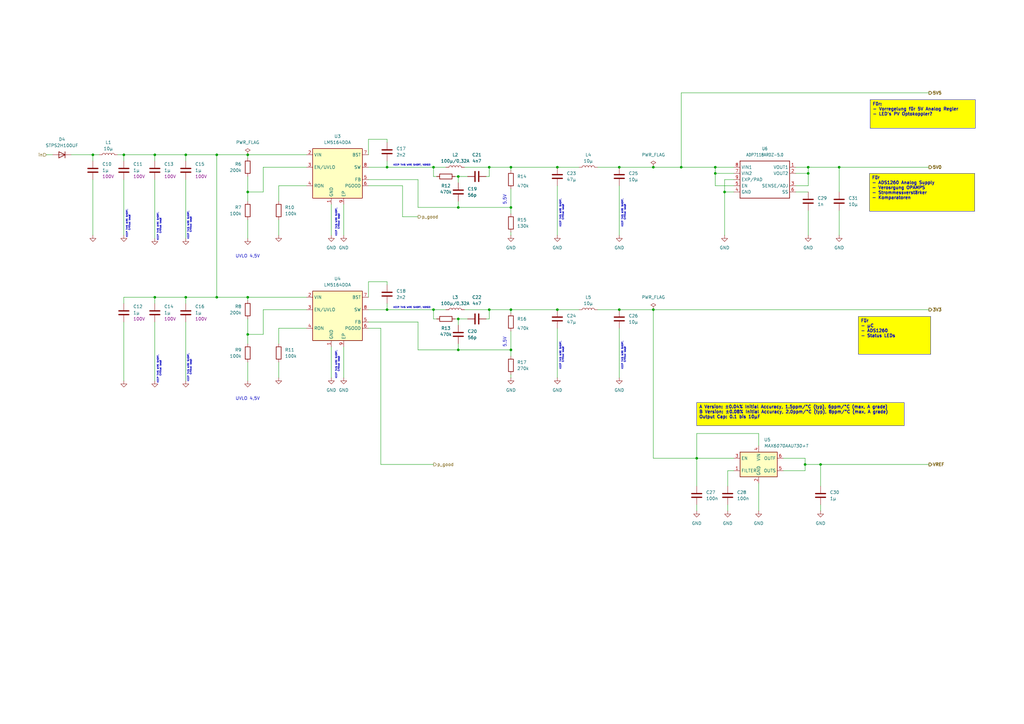
<source format=kicad_sch>
(kicad_sch
	(version 20250114)
	(generator "eeschema")
	(generator_version "9.0")
	(uuid "0a71412d-9bfe-4591-ab18-4fda89efb97a")
	(paper "A3")
	(lib_symbols
		(symbol "Device:C"
			(pin_numbers
				(hide yes)
			)
			(pin_names
				(offset 0.254)
			)
			(exclude_from_sim no)
			(in_bom yes)
			(on_board yes)
			(property "Reference" "C"
				(at 0.635 2.54 0)
				(effects
					(font
						(size 1.27 1.27)
					)
					(justify left)
				)
			)
			(property "Value" "C"
				(at 0.635 -2.54 0)
				(effects
					(font
						(size 1.27 1.27)
					)
					(justify left)
				)
			)
			(property "Footprint" ""
				(at 0.9652 -3.81 0)
				(effects
					(font
						(size 1.27 1.27)
					)
					(hide yes)
				)
			)
			(property "Datasheet" "~"
				(at 0 0 0)
				(effects
					(font
						(size 1.27 1.27)
					)
					(hide yes)
				)
			)
			(property "Description" "Unpolarized capacitor"
				(at 0 0 0)
				(effects
					(font
						(size 1.27 1.27)
					)
					(hide yes)
				)
			)
			(property "ki_keywords" "cap capacitor"
				(at 0 0 0)
				(effects
					(font
						(size 1.27 1.27)
					)
					(hide yes)
				)
			)
			(property "ki_fp_filters" "C_*"
				(at 0 0 0)
				(effects
					(font
						(size 1.27 1.27)
					)
					(hide yes)
				)
			)
			(symbol "C_0_1"
				(polyline
					(pts
						(xy -2.032 0.762) (xy 2.032 0.762)
					)
					(stroke
						(width 0.508)
						(type default)
					)
					(fill
						(type none)
					)
				)
				(polyline
					(pts
						(xy -2.032 -0.762) (xy 2.032 -0.762)
					)
					(stroke
						(width 0.508)
						(type default)
					)
					(fill
						(type none)
					)
				)
			)
			(symbol "C_1_1"
				(pin passive line
					(at 0 3.81 270)
					(length 2.794)
					(name "~"
						(effects
							(font
								(size 1.27 1.27)
							)
						)
					)
					(number "1"
						(effects
							(font
								(size 1.27 1.27)
							)
						)
					)
				)
				(pin passive line
					(at 0 -3.81 90)
					(length 2.794)
					(name "~"
						(effects
							(font
								(size 1.27 1.27)
							)
						)
					)
					(number "2"
						(effects
							(font
								(size 1.27 1.27)
							)
						)
					)
				)
			)
			(embedded_fonts no)
		)
		(symbol "Device:D"
			(pin_numbers
				(hide yes)
			)
			(pin_names
				(offset 1.016)
				(hide yes)
			)
			(exclude_from_sim no)
			(in_bom yes)
			(on_board yes)
			(property "Reference" "D"
				(at 0 2.54 0)
				(effects
					(font
						(size 1.27 1.27)
					)
				)
			)
			(property "Value" "D"
				(at 0 -2.54 0)
				(effects
					(font
						(size 1.27 1.27)
					)
				)
			)
			(property "Footprint" ""
				(at 0 0 0)
				(effects
					(font
						(size 1.27 1.27)
					)
					(hide yes)
				)
			)
			(property "Datasheet" "~"
				(at 0 0 0)
				(effects
					(font
						(size 1.27 1.27)
					)
					(hide yes)
				)
			)
			(property "Description" "Diode"
				(at 0 0 0)
				(effects
					(font
						(size 1.27 1.27)
					)
					(hide yes)
				)
			)
			(property "Sim.Device" "D"
				(at 0 0 0)
				(effects
					(font
						(size 1.27 1.27)
					)
					(hide yes)
				)
			)
			(property "Sim.Pins" "1=K 2=A"
				(at 0 0 0)
				(effects
					(font
						(size 1.27 1.27)
					)
					(hide yes)
				)
			)
			(property "ki_keywords" "diode"
				(at 0 0 0)
				(effects
					(font
						(size 1.27 1.27)
					)
					(hide yes)
				)
			)
			(property "ki_fp_filters" "TO-???* *_Diode_* *SingleDiode* D_*"
				(at 0 0 0)
				(effects
					(font
						(size 1.27 1.27)
					)
					(hide yes)
				)
			)
			(symbol "D_0_1"
				(polyline
					(pts
						(xy -1.27 1.27) (xy -1.27 -1.27)
					)
					(stroke
						(width 0.254)
						(type default)
					)
					(fill
						(type none)
					)
				)
				(polyline
					(pts
						(xy 1.27 1.27) (xy 1.27 -1.27) (xy -1.27 0) (xy 1.27 1.27)
					)
					(stroke
						(width 0.254)
						(type default)
					)
					(fill
						(type none)
					)
				)
				(polyline
					(pts
						(xy 1.27 0) (xy -1.27 0)
					)
					(stroke
						(width 0)
						(type default)
					)
					(fill
						(type none)
					)
				)
			)
			(symbol "D_1_1"
				(pin passive line
					(at -3.81 0 0)
					(length 2.54)
					(name "K"
						(effects
							(font
								(size 1.27 1.27)
							)
						)
					)
					(number "1"
						(effects
							(font
								(size 1.27 1.27)
							)
						)
					)
				)
				(pin passive line
					(at 3.81 0 180)
					(length 2.54)
					(name "A"
						(effects
							(font
								(size 1.27 1.27)
							)
						)
					)
					(number "2"
						(effects
							(font
								(size 1.27 1.27)
							)
						)
					)
				)
			)
			(embedded_fonts no)
		)
		(symbol "Device:L"
			(pin_numbers
				(hide yes)
			)
			(pin_names
				(offset 1.016)
				(hide yes)
			)
			(exclude_from_sim no)
			(in_bom yes)
			(on_board yes)
			(property "Reference" "L"
				(at -1.27 0 90)
				(effects
					(font
						(size 1.27 1.27)
					)
				)
			)
			(property "Value" "L"
				(at 1.905 0 90)
				(effects
					(font
						(size 1.27 1.27)
					)
				)
			)
			(property "Footprint" ""
				(at 0 0 0)
				(effects
					(font
						(size 1.27 1.27)
					)
					(hide yes)
				)
			)
			(property "Datasheet" "~"
				(at 0 0 0)
				(effects
					(font
						(size 1.27 1.27)
					)
					(hide yes)
				)
			)
			(property "Description" "Inductor"
				(at 0 0 0)
				(effects
					(font
						(size 1.27 1.27)
					)
					(hide yes)
				)
			)
			(property "ki_keywords" "inductor choke coil reactor magnetic"
				(at 0 0 0)
				(effects
					(font
						(size 1.27 1.27)
					)
					(hide yes)
				)
			)
			(property "ki_fp_filters" "Choke_* *Coil* Inductor_* L_*"
				(at 0 0 0)
				(effects
					(font
						(size 1.27 1.27)
					)
					(hide yes)
				)
			)
			(symbol "L_0_1"
				(arc
					(start 0 2.54)
					(mid 0.6323 1.905)
					(end 0 1.27)
					(stroke
						(width 0)
						(type default)
					)
					(fill
						(type none)
					)
				)
				(arc
					(start 0 1.27)
					(mid 0.6323 0.635)
					(end 0 0)
					(stroke
						(width 0)
						(type default)
					)
					(fill
						(type none)
					)
				)
				(arc
					(start 0 0)
					(mid 0.6323 -0.635)
					(end 0 -1.27)
					(stroke
						(width 0)
						(type default)
					)
					(fill
						(type none)
					)
				)
				(arc
					(start 0 -1.27)
					(mid 0.6323 -1.905)
					(end 0 -2.54)
					(stroke
						(width 0)
						(type default)
					)
					(fill
						(type none)
					)
				)
			)
			(symbol "L_1_1"
				(pin passive line
					(at 0 3.81 270)
					(length 1.27)
					(name "1"
						(effects
							(font
								(size 1.27 1.27)
							)
						)
					)
					(number "1"
						(effects
							(font
								(size 1.27 1.27)
							)
						)
					)
				)
				(pin passive line
					(at 0 -3.81 90)
					(length 1.27)
					(name "2"
						(effects
							(font
								(size 1.27 1.27)
							)
						)
					)
					(number "2"
						(effects
							(font
								(size 1.27 1.27)
							)
						)
					)
				)
			)
			(embedded_fonts no)
		)
		(symbol "Device:R"
			(pin_numbers
				(hide yes)
			)
			(pin_names
				(offset 0)
			)
			(exclude_from_sim no)
			(in_bom yes)
			(on_board yes)
			(property "Reference" "R"
				(at 2.032 0 90)
				(effects
					(font
						(size 1.27 1.27)
					)
				)
			)
			(property "Value" "R"
				(at 0 0 90)
				(effects
					(font
						(size 1.27 1.27)
					)
				)
			)
			(property "Footprint" ""
				(at -1.778 0 90)
				(effects
					(font
						(size 1.27 1.27)
					)
					(hide yes)
				)
			)
			(property "Datasheet" "~"
				(at 0 0 0)
				(effects
					(font
						(size 1.27 1.27)
					)
					(hide yes)
				)
			)
			(property "Description" "Resistor"
				(at 0 0 0)
				(effects
					(font
						(size 1.27 1.27)
					)
					(hide yes)
				)
			)
			(property "ki_keywords" "R res resistor"
				(at 0 0 0)
				(effects
					(font
						(size 1.27 1.27)
					)
					(hide yes)
				)
			)
			(property "ki_fp_filters" "R_*"
				(at 0 0 0)
				(effects
					(font
						(size 1.27 1.27)
					)
					(hide yes)
				)
			)
			(symbol "R_0_1"
				(rectangle
					(start -1.016 -2.54)
					(end 1.016 2.54)
					(stroke
						(width 0.254)
						(type default)
					)
					(fill
						(type none)
					)
				)
			)
			(symbol "R_1_1"
				(pin passive line
					(at 0 3.81 270)
					(length 1.27)
					(name "~"
						(effects
							(font
								(size 1.27 1.27)
							)
						)
					)
					(number "1"
						(effects
							(font
								(size 1.27 1.27)
							)
						)
					)
				)
				(pin passive line
					(at 0 -3.81 90)
					(length 1.27)
					(name "~"
						(effects
							(font
								(size 1.27 1.27)
							)
						)
					)
					(number "2"
						(effects
							(font
								(size 1.27 1.27)
							)
						)
					)
				)
			)
			(embedded_fonts no)
		)
		(symbol "Reference_Voltage:MAX6070BAUT30+T"
			(exclude_from_sim no)
			(in_bom yes)
			(on_board yes)
			(property "Reference" "U"
				(at 1.27 8.89 0)
				(effects
					(font
						(size 1.27 1.27)
					)
					(justify left)
				)
			)
			(property "Value" "MAX6070BAUT30+T"
				(at 1.27 6.35 0)
				(effects
					(font
						(size 1.27 1.27)
						(italic yes)
					)
					(justify left)
				)
			)
			(property "Footprint" "Package_TO_SOT_SMD:SOT-23-6"
				(at 1.27 -7.62 0)
				(effects
					(font
						(size 1.27 1.27)
						(italic yes)
					)
					(justify left)
					(hide yes)
				)
			)
			(property "Datasheet" "https://www.analog.com/media/en/technical-documentation/data-sheets/MAX6070-MAX6071.pdf"
				(at 0 0 0)
				(effects
					(font
						(size 1.27 1.27)
						(italic yes)
					)
					(hide yes)
				)
			)
			(property "Description" "Low-Noise, High-Precision Series Voltage Reference, 3V, ±0.08% initial accuracy, SOT-23-6"
				(at 0 0 0)
				(effects
					(font
						(size 1.27 1.27)
					)
					(hide yes)
				)
			)
			(property "ki_keywords" "Low Noise Precision Voltage Reference"
				(at 0 0 0)
				(effects
					(font
						(size 1.27 1.27)
					)
					(hide yes)
				)
			)
			(property "ki_fp_filters" "SOT?23*"
				(at 0 0 0)
				(effects
					(font
						(size 1.27 1.27)
					)
					(hide yes)
				)
			)
			(symbol "MAX6070BAUT30+T_0_1"
				(rectangle
					(start -7.62 5.08)
					(end 7.62 -5.08)
					(stroke
						(width 0.254)
						(type solid)
					)
					(fill
						(type background)
					)
				)
			)
			(symbol "MAX6070BAUT30+T_1_1"
				(pin input line
					(at -10.16 2.54 0)
					(length 2.54)
					(name "EN"
						(effects
							(font
								(size 1.27 1.27)
							)
						)
					)
					(number "3"
						(effects
							(font
								(size 1.27 1.27)
							)
						)
					)
				)
				(pin passive line
					(at -10.16 -2.54 0)
					(length 2.54)
					(name "FILTER"
						(effects
							(font
								(size 1.27 1.27)
							)
						)
					)
					(number "1"
						(effects
							(font
								(size 1.27 1.27)
							)
						)
					)
				)
				(pin power_in line
					(at 0 7.62 270)
					(length 2.54)
					(name "VIN"
						(effects
							(font
								(size 1.27 1.27)
							)
						)
					)
					(number "4"
						(effects
							(font
								(size 1.27 1.27)
							)
						)
					)
				)
				(pin power_in line
					(at 0 -7.62 90)
					(length 2.54)
					(name "GND"
						(effects
							(font
								(size 1.27 1.27)
							)
						)
					)
					(number "2"
						(effects
							(font
								(size 1.27 1.27)
							)
						)
					)
				)
				(pin output line
					(at 10.16 2.54 180)
					(length 2.54)
					(name "OUTF"
						(effects
							(font
								(size 1.27 1.27)
							)
						)
					)
					(number "6"
						(effects
							(font
								(size 1.27 1.27)
							)
						)
					)
				)
				(pin input line
					(at 10.16 -2.54 180)
					(length 2.54)
					(name "OUTS"
						(effects
							(font
								(size 1.27 1.27)
							)
						)
					)
					(number "5"
						(effects
							(font
								(size 1.27 1.27)
							)
						)
					)
				)
			)
			(embedded_fonts no)
		)
		(symbol "Regulator_Switching:LM5164DDA"
			(exclude_from_sim no)
			(in_bom yes)
			(on_board yes)
			(property "Reference" "U"
				(at -8.89 11.43 0)
				(effects
					(font
						(size 1.27 1.27)
					)
				)
			)
			(property "Value" "LM5164DDA"
				(at 5.08 11.43 0)
				(effects
					(font
						(size 1.27 1.27)
					)
				)
			)
			(property "Footprint" "Package_SO:HSOP-8-1EP_3.9x4.9mm_P1.27mm_EP2.41x3.1mm_ThermalVias"
				(at 1.27 -11.43 0)
				(effects
					(font
						(size 1.27 1.27)
					)
					(hide yes)
				)
			)
			(property "Datasheet" "https://www.ti.com/lit/ds/symlink/lm5164.pdf?ts=1598311864250&ref_url=https%253A%252F%252Fwww.ti.com%252Fproduct%252FLM5164%253FHQS%253DTI-null-null-octopart-df-pf-null-wwe"
				(at -7.62 8.89 0)
				(effects
					(font
						(size 1.27 1.27)
					)
					(hide yes)
				)
			)
			(property "Description" "1A synchronous buck converter with ultra-low IQ, 6V - 100V input, adjustable output voltage, HSOP-8"
				(at 0 0 0)
				(effects
					(font
						(size 1.27 1.27)
					)
					(hide yes)
				)
			)
			(property "ki_keywords" "step-down dc-dc buck regulator adjustable"
				(at 0 0 0)
				(effects
					(font
						(size 1.27 1.27)
					)
					(hide yes)
				)
			)
			(property "ki_fp_filters" "HSOP*1EP*3.9x4.9*P1.27mm*"
				(at 0 0 0)
				(effects
					(font
						(size 1.27 1.27)
					)
					(hide yes)
				)
			)
			(symbol "LM5164DDA_1_1"
				(rectangle
					(start -10.16 10.16)
					(end 10.16 -10.16)
					(stroke
						(width 0.254)
						(type default)
					)
					(fill
						(type background)
					)
				)
				(pin power_in line
					(at -12.7 7.62 0)
					(length 2.54)
					(name "VIN"
						(effects
							(font
								(size 1.27 1.27)
							)
						)
					)
					(number "2"
						(effects
							(font
								(size 1.27 1.27)
							)
						)
					)
				)
				(pin input line
					(at -12.7 2.54 0)
					(length 2.54)
					(name "EN/UVLO"
						(effects
							(font
								(size 1.27 1.27)
							)
						)
					)
					(number "3"
						(effects
							(font
								(size 1.27 1.27)
							)
						)
					)
				)
				(pin passive line
					(at -12.7 -5.08 0)
					(length 2.54)
					(name "RON"
						(effects
							(font
								(size 1.27 1.27)
							)
						)
					)
					(number "4"
						(effects
							(font
								(size 1.27 1.27)
							)
						)
					)
				)
				(pin power_in line
					(at -2.54 -12.7 90)
					(length 2.54)
					(name "GND"
						(effects
							(font
								(size 1.27 1.27)
							)
						)
					)
					(number "1"
						(effects
							(font
								(size 1.27 1.27)
							)
						)
					)
				)
				(pin passive line
					(at 2.54 -12.7 90)
					(length 2.54)
					(name "EP"
						(effects
							(font
								(size 1.27 1.27)
							)
						)
					)
					(number "9"
						(effects
							(font
								(size 1.27 1.27)
							)
						)
					)
				)
				(pin passive line
					(at 12.7 7.62 180)
					(length 2.54)
					(name "BST"
						(effects
							(font
								(size 1.27 1.27)
							)
						)
					)
					(number "7"
						(effects
							(font
								(size 1.27 1.27)
							)
						)
					)
				)
				(pin power_out line
					(at 12.7 2.54 180)
					(length 2.54)
					(name "SW"
						(effects
							(font
								(size 1.27 1.27)
							)
						)
					)
					(number "8"
						(effects
							(font
								(size 1.27 1.27)
							)
						)
					)
				)
				(pin input line
					(at 12.7 -2.54 180)
					(length 2.54)
					(name "FB"
						(effects
							(font
								(size 1.27 1.27)
							)
						)
					)
					(number "5"
						(effects
							(font
								(size 1.27 1.27)
							)
						)
					)
				)
				(pin open_collector line
					(at 12.7 -5.08 180)
					(length 2.54)
					(name "PGOOD"
						(effects
							(font
								(size 1.27 1.27)
							)
						)
					)
					(number "6"
						(effects
							(font
								(size 1.27 1.27)
							)
						)
					)
				)
			)
			(embedded_fonts no)
		)
		(symbol "myVoltageRegulator:ADP7118"
			(exclude_from_sim no)
			(in_bom yes)
			(on_board yes)
			(property "Reference" "IC"
				(at 2.54 10.16 0)
				(effects
					(font
						(size 1.27 1.0795)
					)
					(justify left bottom)
				)
			)
			(property "Value" ""
				(at 2.54 -10.16 0)
				(effects
					(font
						(size 1.27 1.0795)
					)
					(justify left bottom)
				)
			)
			(property "Footprint" "greenMeter_v3:ADP7118_SOIC8"
				(at 0 0 0)
				(effects
					(font
						(size 1.27 1.27)
					)
					(hide yes)
				)
			)
			(property "Datasheet" ""
				(at 0 0 0)
				(effects
					(font
						(size 1.27 1.27)
					)
					(hide yes)
				)
			)
			(property "Description" ""
				(at 0 0 0)
				(effects
					(font
						(size 1.27 1.27)
					)
					(hide yes)
				)
			)
			(property "ki_locked" ""
				(at 0 0 0)
				(effects
					(font
						(size 1.27 1.27)
					)
				)
			)
			(symbol "ADP7118_1_0"
				(polyline
					(pts
						(xy -10.16 7.62) (xy 10.16 7.62)
					)
					(stroke
						(width 0.254)
						(type solid)
					)
					(fill
						(type none)
					)
				)
				(polyline
					(pts
						(xy -10.16 -7.62) (xy -10.16 7.62)
					)
					(stroke
						(width 0.254)
						(type solid)
					)
					(fill
						(type none)
					)
				)
				(polyline
					(pts
						(xy 10.16 7.62) (xy 10.16 -7.62)
					)
					(stroke
						(width 0.254)
						(type solid)
					)
					(fill
						(type none)
					)
				)
				(polyline
					(pts
						(xy 10.16 -7.62) (xy -10.16 -7.62)
					)
					(stroke
						(width 0.254)
						(type solid)
					)
					(fill
						(type none)
					)
				)
				(pin power_in line
					(at -12.7 5.08 0)
					(length 2.54)
					(name "VIN1"
						(effects
							(font
								(size 1.27 1.27)
							)
						)
					)
					(number "8"
						(effects
							(font
								(size 1.27 1.27)
							)
						)
					)
				)
				(pin power_in line
					(at -12.7 2.54 0)
					(length 2.54)
					(name "VIN2"
						(effects
							(font
								(size 1.27 1.27)
							)
						)
					)
					(number "7"
						(effects
							(font
								(size 1.27 1.27)
							)
						)
					)
				)
				(pin power_in line
					(at -12.7 0 0)
					(length 2.54)
					(name "EXP/PAD"
						(effects
							(font
								(size 1.27 1.27)
							)
						)
					)
					(number "9"
						(effects
							(font
								(size 1.27 1.27)
							)
						)
					)
				)
				(pin input line
					(at -12.7 -2.54 0)
					(length 2.54)
					(name "EN"
						(effects
							(font
								(size 1.27 1.27)
							)
						)
					)
					(number "5"
						(effects
							(font
								(size 1.27 1.27)
							)
						)
					)
				)
				(pin power_in line
					(at -12.7 -5.08 0)
					(length 2.54)
					(name "GND"
						(effects
							(font
								(size 1.27 1.27)
							)
						)
					)
					(number "4"
						(effects
							(font
								(size 1.27 1.27)
							)
						)
					)
				)
				(pin power_out line
					(at 12.7 5.08 180)
					(length 2.54)
					(name "VOUT1"
						(effects
							(font
								(size 1.27 1.27)
							)
						)
					)
					(number "1"
						(effects
							(font
								(size 1.27 1.27)
							)
						)
					)
				)
				(pin power_out line
					(at 12.7 2.54 180)
					(length 2.54)
					(name "VOUT2"
						(effects
							(font
								(size 1.27 1.27)
							)
						)
					)
					(number "2"
						(effects
							(font
								(size 1.27 1.27)
							)
						)
					)
				)
				(pin passive line
					(at 12.7 -2.54 180)
					(length 2.54)
					(name "SENSE/ADJ"
						(effects
							(font
								(size 1.27 1.27)
							)
						)
					)
					(number "3"
						(effects
							(font
								(size 1.27 1.27)
							)
						)
					)
				)
				(pin passive line
					(at 12.7 -5.08 180)
					(length 2.54)
					(name "SS"
						(effects
							(font
								(size 1.27 1.27)
							)
						)
					)
					(number "6"
						(effects
							(font
								(size 1.27 1.27)
							)
						)
					)
				)
			)
			(embedded_fonts no)
		)
		(symbol "power:GND"
			(power)
			(pin_numbers
				(hide yes)
			)
			(pin_names
				(offset 0)
				(hide yes)
			)
			(exclude_from_sim no)
			(in_bom yes)
			(on_board yes)
			(property "Reference" "#PWR"
				(at 0 -6.35 0)
				(effects
					(font
						(size 1.27 1.27)
					)
					(hide yes)
				)
			)
			(property "Value" "GND"
				(at 0 -3.81 0)
				(effects
					(font
						(size 1.27 1.27)
					)
				)
			)
			(property "Footprint" ""
				(at 0 0 0)
				(effects
					(font
						(size 1.27 1.27)
					)
					(hide yes)
				)
			)
			(property "Datasheet" ""
				(at 0 0 0)
				(effects
					(font
						(size 1.27 1.27)
					)
					(hide yes)
				)
			)
			(property "Description" "Power symbol creates a global label with name \"GND\" , ground"
				(at 0 0 0)
				(effects
					(font
						(size 1.27 1.27)
					)
					(hide yes)
				)
			)
			(property "ki_keywords" "global power"
				(at 0 0 0)
				(effects
					(font
						(size 1.27 1.27)
					)
					(hide yes)
				)
			)
			(symbol "GND_0_1"
				(polyline
					(pts
						(xy 0 0) (xy 0 -1.27) (xy 1.27 -1.27) (xy 0 -2.54) (xy -1.27 -1.27) (xy 0 -1.27)
					)
					(stroke
						(width 0)
						(type default)
					)
					(fill
						(type none)
					)
				)
			)
			(symbol "GND_1_1"
				(pin power_in line
					(at 0 0 270)
					(length 0)
					(name "~"
						(effects
							(font
								(size 1.27 1.27)
							)
						)
					)
					(number "1"
						(effects
							(font
								(size 1.27 1.27)
							)
						)
					)
				)
			)
			(embedded_fonts no)
		)
		(symbol "power:PWR_FLAG"
			(power)
			(pin_numbers
				(hide yes)
			)
			(pin_names
				(offset 0)
				(hide yes)
			)
			(exclude_from_sim no)
			(in_bom yes)
			(on_board yes)
			(property "Reference" "#FLG"
				(at 0 1.905 0)
				(effects
					(font
						(size 1.27 1.27)
					)
					(hide yes)
				)
			)
			(property "Value" "PWR_FLAG"
				(at 0 3.81 0)
				(effects
					(font
						(size 1.27 1.27)
					)
				)
			)
			(property "Footprint" ""
				(at 0 0 0)
				(effects
					(font
						(size 1.27 1.27)
					)
					(hide yes)
				)
			)
			(property "Datasheet" "~"
				(at 0 0 0)
				(effects
					(font
						(size 1.27 1.27)
					)
					(hide yes)
				)
			)
			(property "Description" "Special symbol for telling ERC where power comes from"
				(at 0 0 0)
				(effects
					(font
						(size 1.27 1.27)
					)
					(hide yes)
				)
			)
			(property "ki_keywords" "flag power"
				(at 0 0 0)
				(effects
					(font
						(size 1.27 1.27)
					)
					(hide yes)
				)
			)
			(symbol "PWR_FLAG_0_0"
				(pin power_out line
					(at 0 0 90)
					(length 0)
					(name "~"
						(effects
							(font
								(size 1.27 1.27)
							)
						)
					)
					(number "1"
						(effects
							(font
								(size 1.27 1.27)
							)
						)
					)
				)
			)
			(symbol "PWR_FLAG_0_1"
				(polyline
					(pts
						(xy 0 0) (xy 0 1.27) (xy -1.016 1.905) (xy 0 2.54) (xy 1.016 1.905) (xy 0 1.27)
					)
					(stroke
						(width 0)
						(type default)
					)
					(fill
						(type none)
					)
				)
			)
			(embedded_fonts no)
		)
	)
	(text "KEEP THIS WIRE SHORT, \nCritical loop!"
		(exclude_from_sim no)
		(at 65.278 151.13 90)
		(effects
			(font
				(size 0.635 0.635)
			)
		)
		(uuid "2fb1a431-5b69-4f83-8a6a-15a25785e3e5")
	)
	(text "KEEP THIS WIRE SHORT, \nCritical loop!"
		(exclude_from_sim no)
		(at 230.378 87.122 90)
		(effects
			(font
				(size 0.635 0.635)
			)
		)
		(uuid "32e3f2b0-d623-4520-8e32-98626fa14a62")
	)
	(text "UVLO 4,5V\n"
		(exclude_from_sim no)
		(at 101.6 163.576 0)
		(effects
			(font
				(size 1.27 1.27)
			)
		)
		(uuid "372d1083-c7ed-439d-b4b0-4090f2763f08")
	)
	(text "KEEP THIS WIRE SHORT, \nCritical loop!"
		(exclude_from_sim no)
		(at 255.778 145.542 90)
		(effects
			(font
				(size 0.635 0.635)
			)
		)
		(uuid "5f840927-6f77-4614-8660-39761cd87a62")
	)
	(text "UVLO 4,5V\n"
		(exclude_from_sim no)
		(at 101.6 105.156 0)
		(effects
			(font
				(size 1.27 1.27)
			)
		)
		(uuid "6f144863-5478-46df-9f69-3722819095f0")
	)
	(text "5,5V"
		(exclude_from_sim no)
		(at 207.772 84.074 90)
		(effects
			(font
				(size 1.27 1.27)
			)
			(justify left bottom)
		)
		(uuid "7590cfd5-fa8b-437e-8b55-21ac74a4dccf")
	)
	(text "KEEP THIS WIRE SHORT, NOISE!"
		(exclude_from_sim no)
		(at 168.91 67.818 0)
		(effects
			(font
				(size 0.635 0.635)
			)
		)
		(uuid "93239db0-3a95-4c82-894f-9817caab4582")
	)
	(text "KEEP THIS WIRE SHORT, \nCritical loop!"
		(exclude_from_sim no)
		(at 138.43 149.352 90)
		(effects
			(font
				(size 0.635 0.635)
			)
		)
		(uuid "946f197e-1c81-4c86-b0c7-35d6d585bb01")
	)
	(text "KEEP THIS WIRE SHORT, \nCritical loop!"
		(exclude_from_sim no)
		(at 255.778 87.122 90)
		(effects
			(font
				(size 0.635 0.635)
			)
		)
		(uuid "963e98e2-3ee6-4e42-9638-f4f344d0445f")
	)
	(text "5,5V"
		(exclude_from_sim no)
		(at 207.772 142.494 90)
		(effects
			(font
				(size 1.27 1.27)
			)
			(justify left bottom)
		)
		(uuid "b265a4f5-1e54-4237-98ff-89222b59bfbe")
	)
	(text "KEEP THIS WIRE SHORT, \nCritical loop!"
		(exclude_from_sim no)
		(at 65.278 92.71 90)
		(effects
			(font
				(size 0.635 0.635)
			)
		)
		(uuid "d4e42818-60af-49e3-8a9c-d938eac00a01")
	)
	(text "KEEP THIS WIRE SHORT, \nCritical loop!"
		(exclude_from_sim no)
		(at 77.724 92.202 90)
		(effects
			(font
				(size 0.635 0.635)
			)
		)
		(uuid "de9b3a84-0c56-4d76-b463-54ef735824b7")
	)
	(text "KEEP THIS WIRE SHORT, \nCritical loop!"
		(exclude_from_sim no)
		(at 138.43 90.932 90)
		(effects
			(font
				(size 0.635 0.635)
			)
		)
		(uuid "e0c61d15-f500-48b1-a324-6cd7109c67af")
	)
	(text "KEEP THIS WIRE SHORT, NOISE!"
		(exclude_from_sim no)
		(at 168.91 126.238 0)
		(effects
			(font
				(size 0.635 0.635)
			)
		)
		(uuid "e53b2c61-f652-4bac-940f-08d03a2dbfcc")
	)
	(text "KEEP THIS WIRE SHORT, \nCritical loop!"
		(exclude_from_sim no)
		(at 52.578 91.44 90)
		(effects
			(font
				(size 0.635 0.635)
			)
		)
		(uuid "e94f7508-4827-4d59-9895-5bcf068b9e63")
	)
	(text "KEEP THIS WIRE SHORT, \nCritical loop!"
		(exclude_from_sim no)
		(at 77.724 150.622 90)
		(effects
			(font
				(size 0.635 0.635)
			)
		)
		(uuid "f27144d1-12b1-4f44-896f-fcfee967b780")
	)
	(text "KEEP THIS WIRE SHORT, \nCritical loop!"
		(exclude_from_sim no)
		(at 230.378 145.542 90)
		(effects
			(font
				(size 0.635 0.635)
			)
		)
		(uuid "f93878df-79f5-4890-b2e4-44134295579e")
	)
	(text_box "Für:\n- Vorregelung für 5V Analog Regler\n- LED's PV Optokoppler?"
		(exclude_from_sim no)
		(at 356.87 40.894 0)
		(size 43.18 11.684)
		(margins 0.9525 0.9525 0.9525 0.9525)
		(stroke
			(width 0)
			(type default)
		)
		(fill
			(type color)
			(color 255 255 0 1)
		)
		(effects
			(font
				(size 1.27 1.27)
				(thickness 0.254)
				(bold yes)
			)
			(justify left top)
		)
		(uuid "280d6aca-637e-4d48-931a-4d766d59fa1a")
	)
	(text_box "A Version: ±0.04% Initial Accuracy, 1.5ppm/°C (typ), 6ppm/°C (max, A grade)\nB Version: ±0.08% Initial Accuracy, 2.0ppm/°C (typ), 8ppm/°C (max, A grade)\nOutput Cap: 0.1 bis 10µF"
		(exclude_from_sim no)
		(at 285.75 165.1 0)
		(size 85.09 9.525)
		(margins 0.9525 0.9525 0.9525 0.9525)
		(stroke
			(width 0)
			(type default)
		)
		(fill
			(type color)
			(color 255 255 0 1)
		)
		(effects
			(font
				(size 1.27 1.27)
				(thickness 0.254)
				(bold yes)
			)
			(justify left top)
		)
		(uuid "2c90f373-62ce-47a2-a9ec-4e6f68ffa810")
	)
	(text_box "Für\n- µC\n- ADS1260\n- Status LEDs\n"
		(exclude_from_sim no)
		(at 352.044 129.794 0)
		(size 29.718 15.494)
		(margins 0.9525 0.9525 0.9525 0.9525)
		(stroke
			(width 0)
			(type default)
		)
		(fill
			(type color)
			(color 255 255 0 1)
		)
		(effects
			(font
				(size 1.27 1.27)
				(thickness 0.254)
				(bold yes)
			)
			(justify left top)
		)
		(uuid "51e268eb-7441-4376-8a48-afcbc4538593")
	)
	(text_box "Für\n- ADS1260 Analog Supply\n- Verosrgung OPAMPS\n- Strommessverstärker\n- Komparatoren\n"
		(exclude_from_sim no)
		(at 356.616 71.12 0)
		(size 43.18 15.494)
		(margins 0.9525 0.9525 0.9525 0.9525)
		(stroke
			(width 0)
			(type default)
		)
		(fill
			(type color)
			(color 255 255 0 1)
		)
		(effects
			(font
				(size 1.27 1.27)
				(thickness 0.254)
				(bold yes)
			)
			(justify left top)
		)
		(uuid "e7a8b682-1cca-4bef-9b16-a9ac8e27c75e")
	)
	(junction
		(at 267.97 68.58)
		(diameter 0)
		(color 0 0 0 0)
		(uuid "017310b7-a31c-4894-8ef6-546f6b96f711")
	)
	(junction
		(at 254 127)
		(diameter 0)
		(color 0 0 0 0)
		(uuid "01f43722-8fb0-4310-9391-6ea9a320ecc4")
	)
	(junction
		(at 88.9 121.92)
		(diameter 0)
		(color 0 0 0 0)
		(uuid "0a8750d6-9767-4e83-8d9e-2e7080fdeac8")
	)
	(junction
		(at 63.5 63.5)
		(diameter 0)
		(color 0 0 0 0)
		(uuid "13436fe3-550b-49a4-8108-cc5173267ae0")
	)
	(junction
		(at 200.66 127)
		(diameter 0)
		(color 0 0 0 0)
		(uuid "19da22f2-45e0-4e14-b3ba-6aad8612bcc1")
	)
	(junction
		(at 101.6 63.5)
		(diameter 0)
		(color 0 0 0 0)
		(uuid "1a75a511-0a62-4e55-a243-4397e35507a8")
	)
	(junction
		(at 330.2 190.5)
		(diameter 0)
		(color 0 0 0 0)
		(uuid "1b0780b5-3b76-4e2c-93d1-207491aefbae")
	)
	(junction
		(at 187.96 143.51)
		(diameter 0)
		(color 0 0 0 0)
		(uuid "1c72f919-3fe2-4ff8-aa42-41145651e968")
	)
	(junction
		(at 63.5 121.92)
		(diameter 0)
		(color 0 0 0 0)
		(uuid "29e8d28d-da57-47d9-9411-86f539da8f4c")
	)
	(junction
		(at 38.1 63.5)
		(diameter 0)
		(color 0 0 0 0)
		(uuid "2e9b781b-5741-4632-b2c9-3d67e10261e2")
	)
	(junction
		(at 209.55 127)
		(diameter 0)
		(color 0 0 0 0)
		(uuid "38ab6831-374a-403f-9802-4c31caafd4c8")
	)
	(junction
		(at 293.37 71.12)
		(diameter 0)
		(color 0 0 0 0)
		(uuid "40df898a-4676-4cf0-afd3-0d63df4e347f")
	)
	(junction
		(at 209.55 85.09)
		(diameter 0)
		(color 0 0 0 0)
		(uuid "40f65a3e-f21d-49c4-b17e-266f7aab54ec")
	)
	(junction
		(at 177.8 68.58)
		(diameter 0)
		(color 0 0 0 0)
		(uuid "4476a6cc-36d1-4d9f-9172-1cf9a0b4eaf1")
	)
	(junction
		(at 101.6 121.92)
		(diameter 0)
		(color 0 0 0 0)
		(uuid "4ce10989-c312-4481-a8a2-5cacace08491")
	)
	(junction
		(at 158.75 127)
		(diameter 0)
		(color 0 0 0 0)
		(uuid "4eb250b9-cb0b-4619-8d19-658356e94a2e")
	)
	(junction
		(at 279.4 68.58)
		(diameter 0)
		(color 0 0 0 0)
		(uuid "5c059de0-1503-4438-bbdb-663d869cc96f")
	)
	(junction
		(at 76.2 121.92)
		(diameter 0)
		(color 0 0 0 0)
		(uuid "5f99332a-f012-4c79-8952-af95471987b0")
	)
	(junction
		(at 158.75 68.58)
		(diameter 0)
		(color 0 0 0 0)
		(uuid "62d560d2-1370-4c39-8ee7-82a33bc59572")
	)
	(junction
		(at 209.55 143.51)
		(diameter 0)
		(color 0 0 0 0)
		(uuid "6caa046d-bf22-49dd-b57a-800e4c800822")
	)
	(junction
		(at 336.55 190.5)
		(diameter 0)
		(color 0 0 0 0)
		(uuid "6e23ea4b-8e91-455b-a12c-c6ac5e3720d3")
	)
	(junction
		(at 187.96 85.09)
		(diameter 0)
		(color 0 0 0 0)
		(uuid "6ec7647c-27e4-4345-9829-d39ccfc10967")
	)
	(junction
		(at 297.18 78.74)
		(diameter 0)
		(color 0 0 0 0)
		(uuid "75dcabb4-aea8-4c2c-9e07-5f6f5fe14194")
	)
	(junction
		(at 187.96 72.39)
		(diameter 0)
		(color 0 0 0 0)
		(uuid "7852bf91-e3ba-40ee-ab94-9ea1dbfc1f49")
	)
	(junction
		(at 331.47 68.58)
		(diameter 0)
		(color 0 0 0 0)
		(uuid "7bae1c6c-297e-4799-a12d-2551e354a414")
	)
	(junction
		(at 88.9 63.5)
		(diameter 0)
		(color 0 0 0 0)
		(uuid "82e2a1f6-a5c8-4ee6-8571-7e632e890bed")
	)
	(junction
		(at 228.6 68.58)
		(diameter 0)
		(color 0 0 0 0)
		(uuid "867bebcc-6181-4c1f-8f2d-bfe76ff0971e")
	)
	(junction
		(at 344.17 68.58)
		(diameter 0)
		(color 0 0 0 0)
		(uuid "867d503a-fc04-4b5f-a3af-ea064dfa8024")
	)
	(junction
		(at 209.55 68.58)
		(diameter 0)
		(color 0 0 0 0)
		(uuid "8b65674b-534c-4790-bd65-3b6eb8b2d3f2")
	)
	(junction
		(at 331.47 71.12)
		(diameter 0)
		(color 0 0 0 0)
		(uuid "9354e4e1-abc5-4d02-9116-50982e1f23f3")
	)
	(junction
		(at 254 68.58)
		(diameter 0)
		(color 0 0 0 0)
		(uuid "941875c4-8c61-435e-b697-e23657faa806")
	)
	(junction
		(at 101.6 137.16)
		(diameter 0)
		(color 0 0 0 0)
		(uuid "9493a80e-738e-406a-b29a-994f54bd4642")
	)
	(junction
		(at 285.75 187.96)
		(diameter 0)
		(color 0 0 0 0)
		(uuid "b00fa211-b538-4512-82d9-8eb06fbdb66e")
	)
	(junction
		(at 267.97 127)
		(diameter 0)
		(color 0 0 0 0)
		(uuid "b6053727-fa8a-47aa-8abf-999714c80774")
	)
	(junction
		(at 293.37 68.58)
		(diameter 0)
		(color 0 0 0 0)
		(uuid "c0fdcc03-79bd-4706-ad65-d9e5f2dc4bde")
	)
	(junction
		(at 200.66 68.58)
		(diameter 0)
		(color 0 0 0 0)
		(uuid "c4eb1559-0185-44ee-b1e5-e862a74dfc30")
	)
	(junction
		(at 101.6 78.74)
		(diameter 0)
		(color 0 0 0 0)
		(uuid "c5e39b3d-7318-4ad3-8d41-6be422012d87")
	)
	(junction
		(at 187.96 130.81)
		(diameter 0)
		(color 0 0 0 0)
		(uuid "d1f1df3d-8472-4357-b971-315b6b3fe3da")
	)
	(junction
		(at 177.8 127)
		(diameter 0)
		(color 0 0 0 0)
		(uuid "e8087ebd-fd67-4e8d-a9c5-cd59cac22eb7")
	)
	(junction
		(at 50.8 63.5)
		(diameter 0)
		(color 0 0 0 0)
		(uuid "f070e1c2-29da-4a22-8e06-2e563d41fc0f")
	)
	(junction
		(at 76.2 63.5)
		(diameter 0)
		(color 0 0 0 0)
		(uuid "fa8098ca-e1dd-4648-b572-42b83004226a")
	)
	(junction
		(at 228.6 127)
		(diameter 0)
		(color 0 0 0 0)
		(uuid "fcc7690c-8fdc-4f10-92c7-e21877b4d74c")
	)
	(wire
		(pts
			(xy 63.5 73.66) (xy 63.5 97.79)
		)
		(stroke
			(width 0)
			(type default)
		)
		(uuid "0013036f-53ae-4a93-a82d-2ba9ce9bb8b4")
	)
	(wire
		(pts
			(xy 101.6 78.74) (xy 107.95 78.74)
		)
		(stroke
			(width 0)
			(type default)
		)
		(uuid "0157fa22-29dd-416c-872f-89b60b7000ef")
	)
	(wire
		(pts
			(xy 29.21 63.5) (xy 38.1 63.5)
		)
		(stroke
			(width 0)
			(type default)
		)
		(uuid "048def85-ced5-4a22-a727-2710fc60d946")
	)
	(wire
		(pts
			(xy 114.3 140.97) (xy 114.3 134.62)
		)
		(stroke
			(width 0)
			(type default)
		)
		(uuid "05a63dcd-5245-4bc6-8e95-f002c5fc186e")
	)
	(wire
		(pts
			(xy 228.6 76.2) (xy 228.6 96.52)
		)
		(stroke
			(width 0)
			(type default)
		)
		(uuid "10885635-e653-4692-b98a-ca5dd4e6d9b5")
	)
	(wire
		(pts
			(xy 293.37 71.12) (xy 300.99 71.12)
		)
		(stroke
			(width 0)
			(type default)
		)
		(uuid "10f39506-4fa3-41c7-8431-6580ffec400a")
	)
	(wire
		(pts
			(xy 19.05 63.5) (xy 21.59 63.5)
		)
		(stroke
			(width 0)
			(type default)
		)
		(uuid "115e23db-fb79-49c6-aafe-fb0a10f3d891")
	)
	(wire
		(pts
			(xy 254 68.58) (xy 267.97 68.58)
		)
		(stroke
			(width 0)
			(type default)
		)
		(uuid "1c5e2149-2e2f-4dc9-b50e-8549935d0263")
	)
	(wire
		(pts
			(xy 158.75 127) (xy 177.8 127)
		)
		(stroke
			(width 0)
			(type default)
		)
		(uuid "1ca2de98-f272-42c8-8bd0-e747cac9c9a1")
	)
	(wire
		(pts
			(xy 285.75 207.01) (xy 285.75 209.55)
		)
		(stroke
			(width 0)
			(type default)
		)
		(uuid "1cbfd99c-f143-4ab6-b5fe-51cb215db219")
	)
	(wire
		(pts
			(xy 63.5 132.08) (xy 63.5 156.21)
		)
		(stroke
			(width 0)
			(type default)
		)
		(uuid "1ed91df9-2b3c-44fb-a07b-89df7ace5972")
	)
	(wire
		(pts
			(xy 228.6 134.62) (xy 228.6 154.94)
		)
		(stroke
			(width 0)
			(type default)
		)
		(uuid "1ef42a40-c7c0-4375-869b-017780f94c61")
	)
	(wire
		(pts
			(xy 331.47 76.2) (xy 331.47 71.12)
		)
		(stroke
			(width 0)
			(type default)
		)
		(uuid "1f66e761-e789-4102-ae5e-a0bf0b28bcec")
	)
	(wire
		(pts
			(xy 187.96 130.81) (xy 187.96 133.35)
		)
		(stroke
			(width 0)
			(type default)
		)
		(uuid "2154caed-f685-46a0-a250-c4c21a6bdbe1")
	)
	(wire
		(pts
			(xy 151.13 68.58) (xy 158.75 68.58)
		)
		(stroke
			(width 0)
			(type default)
		)
		(uuid "215d5143-5d7a-45d9-8705-1c5f806bf29d")
	)
	(wire
		(pts
			(xy 285.75 177.8) (xy 311.15 177.8)
		)
		(stroke
			(width 0)
			(type default)
		)
		(uuid "259c6a90-6bf7-4b22-bdc7-bd31cc699ef1")
	)
	(wire
		(pts
			(xy 38.1 73.66) (xy 38.1 96.52)
		)
		(stroke
			(width 0)
			(type default)
		)
		(uuid "26cfabe4-01ef-4f44-b358-2b30a29f9327")
	)
	(wire
		(pts
			(xy 101.6 148.59) (xy 101.6 156.21)
		)
		(stroke
			(width 0)
			(type default)
		)
		(uuid "27806db4-39cb-49f7-bcc8-42f1aa3a3275")
	)
	(wire
		(pts
			(xy 209.55 143.51) (xy 209.55 146.05)
		)
		(stroke
			(width 0)
			(type default)
		)
		(uuid "2a896553-a28e-4216-88ae-5a025a10df0b")
	)
	(wire
		(pts
			(xy 209.55 77.47) (xy 209.55 85.09)
		)
		(stroke
			(width 0)
			(type default)
		)
		(uuid "2b687f15-429d-4c85-8ca3-38276c0acfa0")
	)
	(wire
		(pts
			(xy 76.2 63.5) (xy 76.2 66.04)
		)
		(stroke
			(width 0)
			(type default)
		)
		(uuid "2c5dbf87-fd7f-4920-8b46-0d14d219e8b3")
	)
	(wire
		(pts
			(xy 267.97 127) (xy 267.97 187.96)
		)
		(stroke
			(width 0)
			(type default)
		)
		(uuid "2d76dcf1-7874-4f7c-b381-c636f3911e1b")
	)
	(wire
		(pts
			(xy 321.31 187.96) (xy 330.2 187.96)
		)
		(stroke
			(width 0)
			(type default)
		)
		(uuid "30843ef4-37ab-4bc2-b0a9-1468f7ee4590")
	)
	(wire
		(pts
			(xy 135.89 142.24) (xy 135.89 154.94)
		)
		(stroke
			(width 0)
			(type default)
		)
		(uuid "3095d4ba-632d-4632-b97f-5be4eea175d6")
	)
	(wire
		(pts
			(xy 311.15 182.88) (xy 311.15 177.8)
		)
		(stroke
			(width 0)
			(type default)
		)
		(uuid "331e8f59-6a59-4ba8-bd5e-baff0190a03d")
	)
	(wire
		(pts
			(xy 209.55 69.85) (xy 209.55 68.58)
		)
		(stroke
			(width 0)
			(type default)
		)
		(uuid "34712ed2-1b02-4c1e-ab23-ef78b0b80721")
	)
	(wire
		(pts
			(xy 107.95 127) (xy 107.95 137.16)
		)
		(stroke
			(width 0)
			(type default)
		)
		(uuid "35c5fd3c-5f83-40e1-b046-3bb7dbce7e0d")
	)
	(wire
		(pts
			(xy 200.66 68.58) (xy 190.5 68.58)
		)
		(stroke
			(width 0)
			(type default)
		)
		(uuid "368a36c6-d685-42c3-bd41-4d07d9b5e3da")
	)
	(wire
		(pts
			(xy 101.6 121.92) (xy 101.6 123.19)
		)
		(stroke
			(width 0)
			(type default)
		)
		(uuid "39da4e50-7cd4-4266-aab2-91d613057f0d")
	)
	(wire
		(pts
			(xy 209.55 85.09) (xy 209.55 87.63)
		)
		(stroke
			(width 0)
			(type default)
		)
		(uuid "3b780d5f-5bb3-43ea-92e4-84cc2e4a9020")
	)
	(wire
		(pts
			(xy 151.13 57.15) (xy 151.13 63.5)
		)
		(stroke
			(width 0)
			(type default)
		)
		(uuid "3bf18eec-ff5a-498e-b7b4-8e824e4cd7a8")
	)
	(wire
		(pts
			(xy 297.18 78.74) (xy 297.18 96.52)
		)
		(stroke
			(width 0)
			(type default)
		)
		(uuid "3dc2fba2-a5c0-487d-8364-b05228eb1178")
	)
	(wire
		(pts
			(xy 187.96 72.39) (xy 191.77 72.39)
		)
		(stroke
			(width 0)
			(type default)
		)
		(uuid "41406e39-0837-4ca9-a2d6-c15340dc42da")
	)
	(wire
		(pts
			(xy 187.96 140.97) (xy 187.96 143.51)
		)
		(stroke
			(width 0)
			(type default)
		)
		(uuid "45d9b3b7-7446-455c-95d5-875c6991e768")
	)
	(wire
		(pts
			(xy 209.55 153.67) (xy 209.55 154.94)
		)
		(stroke
			(width 0)
			(type default)
		)
		(uuid "4804e6d2-791d-4661-9b1b-d0ca1724c30a")
	)
	(wire
		(pts
			(xy 50.8 132.08) (xy 50.8 156.21)
		)
		(stroke
			(width 0)
			(type default)
		)
		(uuid "48ea960e-b4ec-46ac-a0e8-7118d9733735")
	)
	(wire
		(pts
			(xy 209.55 127) (xy 228.6 127)
		)
		(stroke
			(width 0)
			(type default)
		)
		(uuid "4b5924fc-c686-4f57-a97d-f1fe2f3be3d5")
	)
	(wire
		(pts
			(xy 228.6 127) (xy 237.49 127)
		)
		(stroke
			(width 0)
			(type default)
		)
		(uuid "4b59d096-b1b2-4f86-a6c0-92734aad6de1")
	)
	(wire
		(pts
			(xy 107.95 127) (xy 125.73 127)
		)
		(stroke
			(width 0)
			(type default)
		)
		(uuid "4b79f342-3be1-447b-8dba-e5b7f78bc32e")
	)
	(wire
		(pts
			(xy 171.45 143.51) (xy 171.45 132.08)
		)
		(stroke
			(width 0)
			(type default)
		)
		(uuid "4dcec276-68a0-4aec-9b5c-85b7ae6c9537")
	)
	(wire
		(pts
			(xy 321.31 193.04) (xy 330.2 193.04)
		)
		(stroke
			(width 0)
			(type default)
		)
		(uuid "4fe473c9-de17-42b5-b08d-1319d5b91c5a")
	)
	(wire
		(pts
			(xy 151.13 134.62) (xy 156.21 134.62)
		)
		(stroke
			(width 0)
			(type default)
		)
		(uuid "51e78214-65dc-401c-85d7-5f1a27bd6cc4")
	)
	(wire
		(pts
			(xy 285.75 187.96) (xy 300.99 187.96)
		)
		(stroke
			(width 0)
			(type default)
		)
		(uuid "54b425c7-b2ea-4c3e-bffe-f37c4f61c0b1")
	)
	(wire
		(pts
			(xy 279.4 68.58) (xy 293.37 68.58)
		)
		(stroke
			(width 0)
			(type default)
		)
		(uuid "55a7e390-3071-4218-a845-696cacddd339")
	)
	(wire
		(pts
			(xy 177.8 127) (xy 177.8 130.81)
		)
		(stroke
			(width 0)
			(type default)
		)
		(uuid "55d74de2-23ef-41f1-9c1f-abd818e752e4")
	)
	(wire
		(pts
			(xy 186.69 130.81) (xy 187.96 130.81)
		)
		(stroke
			(width 0)
			(type default)
		)
		(uuid "58470ce7-d82c-46d6-90a7-5b236baaab3a")
	)
	(wire
		(pts
			(xy 200.66 68.58) (xy 209.55 68.58)
		)
		(stroke
			(width 0)
			(type default)
		)
		(uuid "5a3d4049-104b-4254-a6ad-5979a3ddc52d")
	)
	(wire
		(pts
			(xy 177.8 68.58) (xy 182.88 68.58)
		)
		(stroke
			(width 0)
			(type default)
		)
		(uuid "5a9c1502-c39a-4bec-9222-dbabff71b461")
	)
	(wire
		(pts
			(xy 187.96 130.81) (xy 191.77 130.81)
		)
		(stroke
			(width 0)
			(type default)
		)
		(uuid "5e01ad40-47fe-49ec-b675-0573928222e4")
	)
	(wire
		(pts
			(xy 326.39 78.74) (xy 331.47 78.74)
		)
		(stroke
			(width 0)
			(type default)
		)
		(uuid "5ec18e3f-3dbd-4178-8cc4-e061d2752f24")
	)
	(wire
		(pts
			(xy 300.99 73.66) (xy 297.18 73.66)
		)
		(stroke
			(width 0)
			(type default)
		)
		(uuid "60c505d6-a221-4904-90f6-1d9191df5f32")
	)
	(wire
		(pts
			(xy 38.1 63.5) (xy 38.1 66.04)
		)
		(stroke
			(width 0)
			(type default)
		)
		(uuid "617c1e45-5400-4daa-b880-05b442314318")
	)
	(wire
		(pts
			(xy 101.6 121.92) (xy 125.73 121.92)
		)
		(stroke
			(width 0)
			(type default)
		)
		(uuid "628b93c8-504d-4e71-8cd6-c802452aecc5")
	)
	(wire
		(pts
			(xy 200.66 127) (xy 190.5 127)
		)
		(stroke
			(width 0)
			(type default)
		)
		(uuid "642c6103-d24a-4341-8316-c85b5c45b5bc")
	)
	(wire
		(pts
			(xy 151.13 115.57) (xy 151.13 121.92)
		)
		(stroke
			(width 0)
			(type default)
		)
		(uuid "66571095-28c4-4161-a9ab-11bce144945e")
	)
	(wire
		(pts
			(xy 114.3 148.59) (xy 114.3 154.94)
		)
		(stroke
			(width 0)
			(type default)
		)
		(uuid "6674d948-2bdc-4291-b177-54f3f0cffe05")
	)
	(wire
		(pts
			(xy 331.47 68.58) (xy 344.17 68.58)
		)
		(stroke
			(width 0)
			(type default)
		)
		(uuid "69add8a7-5eba-421c-8d34-1d252bb1212e")
	)
	(wire
		(pts
			(xy 199.39 130.81) (xy 200.66 130.81)
		)
		(stroke
			(width 0)
			(type default)
		)
		(uuid "6aaada62-1e6f-40cd-9405-bc1c56df378e")
	)
	(wire
		(pts
			(xy 101.6 63.5) (xy 125.73 63.5)
		)
		(stroke
			(width 0)
			(type default)
		)
		(uuid "6b909a07-d3be-4bad-8867-e17f15f2e1ea")
	)
	(wire
		(pts
			(xy 331.47 71.12) (xy 331.47 68.58)
		)
		(stroke
			(width 0)
			(type default)
		)
		(uuid "6d8e12f1-7c50-41ae-8610-c3bff6109ab6")
	)
	(wire
		(pts
			(xy 187.96 143.51) (xy 171.45 143.51)
		)
		(stroke
			(width 0)
			(type default)
		)
		(uuid "6f18c50a-9c2b-448f-b5ad-94a258c371b7")
	)
	(wire
		(pts
			(xy 156.21 190.5) (xy 177.8 190.5)
		)
		(stroke
			(width 0)
			(type default)
		)
		(uuid "6f1bf92c-a9a5-4a4d-bfdc-e4841cd8eafa")
	)
	(wire
		(pts
			(xy 293.37 76.2) (xy 300.99 76.2)
		)
		(stroke
			(width 0)
			(type default)
		)
		(uuid "7201b557-e219-4cfc-ac27-5e73734bfe44")
	)
	(wire
		(pts
			(xy 50.8 63.5) (xy 50.8 66.04)
		)
		(stroke
			(width 0)
			(type default)
		)
		(uuid "74544583-f888-4137-b1eb-02bc71c3a71b")
	)
	(wire
		(pts
			(xy 101.6 90.17) (xy 101.6 97.79)
		)
		(stroke
			(width 0)
			(type default)
		)
		(uuid "74b54549-d97c-47be-a526-227670bb7799")
	)
	(wire
		(pts
			(xy 63.5 121.92) (xy 63.5 124.46)
		)
		(stroke
			(width 0)
			(type default)
		)
		(uuid "785efb97-eb1f-41c0-b5e2-1fb051de538b")
	)
	(wire
		(pts
			(xy 114.3 82.55) (xy 114.3 76.2)
		)
		(stroke
			(width 0)
			(type default)
		)
		(uuid "7880a945-108e-4ca3-abb1-e0ce1789b810")
	)
	(wire
		(pts
			(xy 101.6 72.39) (xy 101.6 78.74)
		)
		(stroke
			(width 0)
			(type default)
		)
		(uuid "79f7a482-7033-48fc-9e52-b0d13bd76292")
	)
	(wire
		(pts
			(xy 114.3 134.62) (xy 125.73 134.62)
		)
		(stroke
			(width 0)
			(type default)
		)
		(uuid "7c18327a-b97c-4ffa-935f-bf33ae04c25a")
	)
	(wire
		(pts
			(xy 151.13 127) (xy 158.75 127)
		)
		(stroke
			(width 0)
			(type default)
		)
		(uuid "7cc03cc4-be07-460d-802d-1ba198f218df")
	)
	(wire
		(pts
			(xy 107.95 68.58) (xy 125.73 68.58)
		)
		(stroke
			(width 0)
			(type default)
		)
		(uuid "801add18-a6a8-4c4b-8717-1989374493ed")
	)
	(wire
		(pts
			(xy 293.37 68.58) (xy 293.37 71.12)
		)
		(stroke
			(width 0)
			(type default)
		)
		(uuid "80c49178-358c-4bac-9b4e-be2672d3babe")
	)
	(wire
		(pts
			(xy 107.95 68.58) (xy 107.95 78.74)
		)
		(stroke
			(width 0)
			(type default)
		)
		(uuid "82ba527d-9383-489d-b71c-8ad0f82684e6")
	)
	(wire
		(pts
			(xy 209.55 68.58) (xy 228.6 68.58)
		)
		(stroke
			(width 0)
			(type default)
		)
		(uuid "854e9713-b775-45a3-b37f-6e0c74de9911")
	)
	(wire
		(pts
			(xy 76.2 121.92) (xy 76.2 124.46)
		)
		(stroke
			(width 0)
			(type default)
		)
		(uuid "86f2f5d6-1459-4164-87e0-e497c0b389de")
	)
	(wire
		(pts
			(xy 63.5 63.5) (xy 63.5 66.04)
		)
		(stroke
			(width 0)
			(type default)
		)
		(uuid "87269780-cbdd-40d9-9543-197958aa80b8")
	)
	(wire
		(pts
			(xy 177.8 68.58) (xy 177.8 72.39)
		)
		(stroke
			(width 0)
			(type default)
		)
		(uuid "876cea29-423c-41be-b750-5414785d8792")
	)
	(wire
		(pts
			(xy 279.4 38.1) (xy 381 38.1)
		)
		(stroke
			(width 0)
			(type default)
		)
		(uuid "87831d2f-e7cd-4cb0-9624-b1c8b8cd0de0")
	)
	(wire
		(pts
			(xy 171.45 85.09) (xy 171.45 73.66)
		)
		(stroke
			(width 0)
			(type default)
		)
		(uuid "89acf664-6a4e-42f6-84ce-c4ed0f8c7798")
	)
	(wire
		(pts
			(xy 267.97 187.96) (xy 285.75 187.96)
		)
		(stroke
			(width 0)
			(type default)
		)
		(uuid "89ceec8b-da12-4d04-af5d-2000a53fc226")
	)
	(wire
		(pts
			(xy 179.07 130.81) (xy 177.8 130.81)
		)
		(stroke
			(width 0)
			(type default)
		)
		(uuid "8a47933f-e86c-4a81-97dc-bbab10dca847")
	)
	(wire
		(pts
			(xy 179.07 72.39) (xy 177.8 72.39)
		)
		(stroke
			(width 0)
			(type default)
		)
		(uuid "8a5aa5c5-fd2d-487a-9f66-6962ae36cbec")
	)
	(wire
		(pts
			(xy 171.45 73.66) (xy 151.13 73.66)
		)
		(stroke
			(width 0)
			(type default)
		)
		(uuid "8ac9f4d0-38ce-43d4-936c-814dd58bf1ce")
	)
	(wire
		(pts
			(xy 50.8 63.5) (xy 63.5 63.5)
		)
		(stroke
			(width 0)
			(type default)
		)
		(uuid "8e37f6e3-e753-4a47-80cd-c4ff718d3387")
	)
	(wire
		(pts
			(xy 330.2 193.04) (xy 330.2 190.5)
		)
		(stroke
			(width 0)
			(type default)
		)
		(uuid "8f69fd53-b2ca-4e5c-8871-c0b379be1629")
	)
	(wire
		(pts
			(xy 336.55 190.5) (xy 381 190.5)
		)
		(stroke
			(width 0)
			(type default)
		)
		(uuid "90279cff-d347-4e7e-8266-8f5742b59f6c")
	)
	(wire
		(pts
			(xy 101.6 137.16) (xy 107.95 137.16)
		)
		(stroke
			(width 0)
			(type default)
		)
		(uuid "9034792b-da33-4618-a7aa-a1544f1184aa")
	)
	(wire
		(pts
			(xy 209.55 128.27) (xy 209.55 127)
		)
		(stroke
			(width 0)
			(type default)
		)
		(uuid "90bdae56-d931-4cfe-8073-dfbb44287263")
	)
	(wire
		(pts
			(xy 101.6 137.16) (xy 101.6 140.97)
		)
		(stroke
			(width 0)
			(type default)
		)
		(uuid "92ee1612-e9ba-45d3-9885-def44598f7bd")
	)
	(wire
		(pts
			(xy 76.2 121.92) (xy 88.9 121.92)
		)
		(stroke
			(width 0)
			(type default)
		)
		(uuid "943624b4-b844-4594-98d9-44d8a65edd57")
	)
	(wire
		(pts
			(xy 344.17 86.36) (xy 344.17 96.52)
		)
		(stroke
			(width 0)
			(type default)
		)
		(uuid "9636376a-d452-4b5a-bc2b-40e3bab4e6a9")
	)
	(wire
		(pts
			(xy 209.55 95.25) (xy 209.55 96.52)
		)
		(stroke
			(width 0)
			(type default)
		)
		(uuid "96cbb043-9c7a-460e-bac8-17a54edfb5ed")
	)
	(wire
		(pts
			(xy 140.97 83.82) (xy 140.97 96.52)
		)
		(stroke
			(width 0)
			(type default)
		)
		(uuid "9726c3b6-9805-4976-bd21-26f42e584c66")
	)
	(wire
		(pts
			(xy 76.2 132.08) (xy 76.2 156.21)
		)
		(stroke
			(width 0)
			(type default)
		)
		(uuid "973c2641-7076-4d54-8d29-818b9cb008be")
	)
	(wire
		(pts
			(xy 336.55 190.5) (xy 336.55 199.39)
		)
		(stroke
			(width 0)
			(type default)
		)
		(uuid "97c6b2a5-263c-466e-8cda-6f7d71892f04")
	)
	(wire
		(pts
			(xy 245.11 127) (xy 254 127)
		)
		(stroke
			(width 0)
			(type default)
		)
		(uuid "97ccd819-3772-42a8-a48f-f19592d66ad3")
	)
	(wire
		(pts
			(xy 311.15 198.12) (xy 311.15 209.55)
		)
		(stroke
			(width 0)
			(type default)
		)
		(uuid "988d9b5b-1aca-4ab0-8d25-6e8f23b1cd1a")
	)
	(wire
		(pts
			(xy 331.47 68.58) (xy 326.39 68.58)
		)
		(stroke
			(width 0)
			(type default)
		)
		(uuid "98d40bee-b240-4b97-926f-0035ce743660")
	)
	(wire
		(pts
			(xy 50.8 73.66) (xy 50.8 96.52)
		)
		(stroke
			(width 0)
			(type default)
		)
		(uuid "994b7fc8-da37-43fc-9aad-69525c1c8000")
	)
	(wire
		(pts
			(xy 285.75 187.96) (xy 285.75 199.39)
		)
		(stroke
			(width 0)
			(type default)
		)
		(uuid "9a678301-9a1a-482a-b71f-815591e702a9")
	)
	(wire
		(pts
			(xy 158.75 68.58) (xy 177.8 68.58)
		)
		(stroke
			(width 0)
			(type default)
		)
		(uuid "9ca764eb-ef74-4dee-a3a3-b8f80d020a02")
	)
	(wire
		(pts
			(xy 50.8 121.92) (xy 50.8 124.46)
		)
		(stroke
			(width 0)
			(type default)
		)
		(uuid "9d864a88-19cf-46a0-85e7-cab7a2ba95e6")
	)
	(wire
		(pts
			(xy 326.39 76.2) (xy 331.47 76.2)
		)
		(stroke
			(width 0)
			(type default)
		)
		(uuid "9e113d0f-511e-4c9f-994f-7ee67645e25a")
	)
	(wire
		(pts
			(xy 114.3 76.2) (xy 125.73 76.2)
		)
		(stroke
			(width 0)
			(type default)
		)
		(uuid "9fd417de-7f4a-42b4-9d47-65ef7b1e9a0e")
	)
	(wire
		(pts
			(xy 186.69 72.39) (xy 187.96 72.39)
		)
		(stroke
			(width 0)
			(type default)
		)
		(uuid "a069b332-c1b4-4ae4-97fd-3ec9327a2c94")
	)
	(wire
		(pts
			(xy 38.1 63.5) (xy 40.64 63.5)
		)
		(stroke
			(width 0)
			(type default)
		)
		(uuid "a1bef32b-4879-4be7-8194-01159041ba4c")
	)
	(wire
		(pts
			(xy 298.45 207.01) (xy 298.45 209.55)
		)
		(stroke
			(width 0)
			(type default)
		)
		(uuid "a2d3c0ac-d609-4089-a03f-1b53f1ce9d65")
	)
	(wire
		(pts
			(xy 254 127) (xy 267.97 127)
		)
		(stroke
			(width 0)
			(type default)
		)
		(uuid "a4f2afa6-dfbb-49c5-a61e-4f830d4f767c")
	)
	(wire
		(pts
			(xy 381 68.58) (xy 344.17 68.58)
		)
		(stroke
			(width 0)
			(type default)
		)
		(uuid "a7400b2e-4a87-41a1-a5aa-e3654bd81f34")
	)
	(wire
		(pts
			(xy 158.75 57.15) (xy 151.13 57.15)
		)
		(stroke
			(width 0)
			(type default)
		)
		(uuid "a8aaca56-f8a5-4d2a-a3af-6c80f12b31d7")
	)
	(wire
		(pts
			(xy 199.39 72.39) (xy 200.66 72.39)
		)
		(stroke
			(width 0)
			(type default)
		)
		(uuid "aa6322eb-7577-414b-ab25-981d181edb7e")
	)
	(wire
		(pts
			(xy 200.66 127) (xy 200.66 130.81)
		)
		(stroke
			(width 0)
			(type default)
		)
		(uuid "aa846a39-764a-4204-be0d-d8977d3f3f5f")
	)
	(wire
		(pts
			(xy 50.8 121.92) (xy 63.5 121.92)
		)
		(stroke
			(width 0)
			(type default)
		)
		(uuid "ac874fde-364c-4826-ab3c-c5f24743540c")
	)
	(wire
		(pts
			(xy 88.9 63.5) (xy 88.9 121.92)
		)
		(stroke
			(width 0)
			(type default)
		)
		(uuid "ad8a3779-c342-4d58-b95f-d6f07d7a1bc9")
	)
	(wire
		(pts
			(xy 88.9 121.92) (xy 101.6 121.92)
		)
		(stroke
			(width 0)
			(type default)
		)
		(uuid "b1d5aae4-09c0-4883-be54-08e2c3d2e180")
	)
	(wire
		(pts
			(xy 165.1 88.9) (xy 171.45 88.9)
		)
		(stroke
			(width 0)
			(type default)
		)
		(uuid "b24e2bb2-4c6f-4d06-a3fa-ea8238c22291")
	)
	(wire
		(pts
			(xy 254 76.2) (xy 254 96.52)
		)
		(stroke
			(width 0)
			(type default)
		)
		(uuid "b3c7f036-17a5-4e55-8df5-5032027da3a9")
	)
	(wire
		(pts
			(xy 293.37 76.2) (xy 293.37 71.12)
		)
		(stroke
			(width 0)
			(type default)
		)
		(uuid "b48b3d27-f522-439b-84d9-47a3cbd3f1da")
	)
	(wire
		(pts
			(xy 298.45 193.04) (xy 300.99 193.04)
		)
		(stroke
			(width 0)
			(type default)
		)
		(uuid "b74967e2-eb1f-41cc-946c-767d51e70c73")
	)
	(wire
		(pts
			(xy 285.75 187.96) (xy 285.75 177.8)
		)
		(stroke
			(width 0)
			(type default)
		)
		(uuid "b7ec4d49-2d92-4c25-b39b-e8c843c6e3d6")
	)
	(wire
		(pts
			(xy 187.96 85.09) (xy 209.55 85.09)
		)
		(stroke
			(width 0)
			(type default)
		)
		(uuid "b8cd2ffd-aff4-4e69-8f04-314473c771a7")
	)
	(wire
		(pts
			(xy 156.21 134.62) (xy 156.21 190.5)
		)
		(stroke
			(width 0)
			(type default)
		)
		(uuid "bbd48d15-8479-4823-b110-b2a6e9127220")
	)
	(wire
		(pts
			(xy 63.5 63.5) (xy 76.2 63.5)
		)
		(stroke
			(width 0)
			(type default)
		)
		(uuid "bbe507a6-6b8b-442e-a543-bc408abc18e1")
	)
	(wire
		(pts
			(xy 297.18 78.74) (xy 300.99 78.74)
		)
		(stroke
			(width 0)
			(type default)
		)
		(uuid "bf1bb25c-8efa-49db-8298-5df776351a69")
	)
	(wire
		(pts
			(xy 101.6 130.81) (xy 101.6 137.16)
		)
		(stroke
			(width 0)
			(type default)
		)
		(uuid "bfa1e73e-3588-4ae5-85f4-8aaa9170b645")
	)
	(wire
		(pts
			(xy 297.18 73.66) (xy 297.18 78.74)
		)
		(stroke
			(width 0)
			(type default)
		)
		(uuid "c0e1cf4f-d436-413a-8fc5-afb3be55cafd")
	)
	(wire
		(pts
			(xy 158.75 115.57) (xy 151.13 115.57)
		)
		(stroke
			(width 0)
			(type default)
		)
		(uuid "c2cdb787-5b46-4466-b6f3-0c43f9ea5675")
	)
	(wire
		(pts
			(xy 76.2 63.5) (xy 88.9 63.5)
		)
		(stroke
			(width 0)
			(type default)
		)
		(uuid "c6c9b1b8-bb38-4355-ac75-d8042cf66d6b")
	)
	(wire
		(pts
			(xy 336.55 207.01) (xy 336.55 209.55)
		)
		(stroke
			(width 0)
			(type default)
		)
		(uuid "c8793092-ae4d-4999-b695-cae0077fd4bf")
	)
	(wire
		(pts
			(xy 48.26 63.5) (xy 50.8 63.5)
		)
		(stroke
			(width 0)
			(type default)
		)
		(uuid "c8e5313b-4363-42ee-b1ef-231d5a11d46c")
	)
	(wire
		(pts
			(xy 187.96 143.51) (xy 209.55 143.51)
		)
		(stroke
			(width 0)
			(type default)
		)
		(uuid "c9877d1b-fd9c-4243-82fc-fa5d9f372800")
	)
	(wire
		(pts
			(xy 200.66 68.58) (xy 200.66 72.39)
		)
		(stroke
			(width 0)
			(type default)
		)
		(uuid "cb3e0d55-0837-4680-8f03-e580cbc2c6f6")
	)
	(wire
		(pts
			(xy 101.6 78.74) (xy 101.6 82.55)
		)
		(stroke
			(width 0)
			(type default)
		)
		(uuid "ce210171-b75f-460c-8ac2-18f4ea36c738")
	)
	(wire
		(pts
			(xy 331.47 86.36) (xy 331.47 96.52)
		)
		(stroke
			(width 0)
			(type default)
		)
		(uuid "ce75a3f2-4cc4-4d32-a7db-376b1f5189fd")
	)
	(wire
		(pts
			(xy 158.75 115.57) (xy 158.75 116.84)
		)
		(stroke
			(width 0)
			(type default)
		)
		(uuid "cfb36e71-a85e-4b3e-b306-08f3b8fae6c2")
	)
	(wire
		(pts
			(xy 88.9 63.5) (xy 101.6 63.5)
		)
		(stroke
			(width 0)
			(type default)
		)
		(uuid "d2f708dc-b2c3-430f-8a0f-9d05645251a8")
	)
	(wire
		(pts
			(xy 267.97 68.58) (xy 279.4 68.58)
		)
		(stroke
			(width 0)
			(type default)
		)
		(uuid "d3c6656c-f231-47cd-9a35-0af8acb59c24")
	)
	(wire
		(pts
			(xy 245.11 68.58) (xy 254 68.58)
		)
		(stroke
			(width 0)
			(type default)
		)
		(uuid "d52f932f-a182-49ca-8b43-5bf353b0a715")
	)
	(wire
		(pts
			(xy 330.2 190.5) (xy 336.55 190.5)
		)
		(stroke
			(width 0)
			(type default)
		)
		(uuid "d58e3ad6-aa23-486d-ba81-b6ac023493f3")
	)
	(wire
		(pts
			(xy 101.6 63.5) (xy 101.6 64.77)
		)
		(stroke
			(width 0)
			(type default)
		)
		(uuid "d6ca2e48-0587-4468-81b8-68870161a32b")
	)
	(wire
		(pts
			(xy 151.13 76.2) (xy 165.1 76.2)
		)
		(stroke
			(width 0)
			(type default)
		)
		(uuid "d71efa3c-c303-4b90-b3a9-c6095808f2ac")
	)
	(wire
		(pts
			(xy 158.75 66.04) (xy 158.75 68.58)
		)
		(stroke
			(width 0)
			(type default)
		)
		(uuid "d802bbd7-d232-4708-bd2d-fe9ec1db78ca")
	)
	(wire
		(pts
			(xy 279.4 68.58) (xy 279.4 38.1)
		)
		(stroke
			(width 0)
			(type default)
		)
		(uuid "d89e7a31-70fc-43b3-94cc-2662a2f3bc12")
	)
	(wire
		(pts
			(xy 298.45 199.39) (xy 298.45 193.04)
		)
		(stroke
			(width 0)
			(type default)
		)
		(uuid "dc9b604b-3c30-44a5-85f2-9334d1e429c1")
	)
	(wire
		(pts
			(xy 158.75 57.15) (xy 158.75 58.42)
		)
		(stroke
			(width 0)
			(type default)
		)
		(uuid "df254698-d8b1-4eae-9eb9-06122671a9df")
	)
	(wire
		(pts
			(xy 177.8 127) (xy 182.88 127)
		)
		(stroke
			(width 0)
			(type default)
		)
		(uuid "e01e450b-83ad-4346-8c2f-7aa5d83f9031")
	)
	(wire
		(pts
			(xy 267.97 127) (xy 381 127)
		)
		(stroke
			(width 0)
			(type default)
		)
		(uuid "e185aae8-0ae6-4677-850f-e81f3d85cb4d")
	)
	(wire
		(pts
			(xy 63.5 121.92) (xy 76.2 121.92)
		)
		(stroke
			(width 0)
			(type default)
		)
		(uuid "e2bb7aef-ad5f-4774-9ea4-c83bfed04763")
	)
	(wire
		(pts
			(xy 344.17 68.58) (xy 344.17 78.74)
		)
		(stroke
			(width 0)
			(type default)
		)
		(uuid "e36f9459-27d5-4ea7-8bca-ed78a90017c5")
	)
	(wire
		(pts
			(xy 187.96 82.55) (xy 187.96 85.09)
		)
		(stroke
			(width 0)
			(type default)
		)
		(uuid "e62c42d3-aea3-42d2-a070-6380aeabed8c")
	)
	(wire
		(pts
			(xy 326.39 71.12) (xy 331.47 71.12)
		)
		(stroke
			(width 0)
			(type default)
		)
		(uuid "e769e930-4bd1-4dd2-9dc9-9d90e087fbfc")
	)
	(wire
		(pts
			(xy 158.75 124.46) (xy 158.75 127)
		)
		(stroke
			(width 0)
			(type default)
		)
		(uuid "e8896596-90bc-4041-a7d6-d980189dac65")
	)
	(wire
		(pts
			(xy 140.97 142.24) (xy 140.97 154.94)
		)
		(stroke
			(width 0)
			(type default)
		)
		(uuid "e9c96588-e1c3-47eb-9a23-9634e5eb7501")
	)
	(wire
		(pts
			(xy 293.37 68.58) (xy 300.99 68.58)
		)
		(stroke
			(width 0)
			(type default)
		)
		(uuid "ea77d700-c510-4188-aaf3-4e10f04c2736")
	)
	(wire
		(pts
			(xy 165.1 76.2) (xy 165.1 88.9)
		)
		(stroke
			(width 0)
			(type default)
		)
		(uuid "ea949fc8-20ef-4078-9b6f-19d162d8cf6f")
	)
	(wire
		(pts
			(xy 228.6 68.58) (xy 237.49 68.58)
		)
		(stroke
			(width 0)
			(type default)
		)
		(uuid "eab90a2c-bedb-4237-bc89-f762a4927afc")
	)
	(wire
		(pts
			(xy 187.96 72.39) (xy 187.96 74.93)
		)
		(stroke
			(width 0)
			(type default)
		)
		(uuid "ee8da583-f3b7-4214-8cfb-ea3e9f3c3c32")
	)
	(wire
		(pts
			(xy 200.66 127) (xy 209.55 127)
		)
		(stroke
			(width 0)
			(type default)
		)
		(uuid "f115a202-eacf-4e8c-ab93-b25ceb6a8669")
	)
	(wire
		(pts
			(xy 254 134.62) (xy 254 154.94)
		)
		(stroke
			(width 0)
			(type default)
		)
		(uuid "f146f67a-95df-4c96-93c0-45e6bb978e46")
	)
	(wire
		(pts
			(xy 114.3 90.17) (xy 114.3 96.52)
		)
		(stroke
			(width 0)
			(type default)
		)
		(uuid "f3660fe6-c98f-4422-b7ca-9a81e0819982")
	)
	(wire
		(pts
			(xy 135.89 83.82) (xy 135.89 96.52)
		)
		(stroke
			(width 0)
			(type default)
		)
		(uuid "f5bada8d-22e8-42de-acab-f8506e883169")
	)
	(wire
		(pts
			(xy 171.45 132.08) (xy 151.13 132.08)
		)
		(stroke
			(width 0)
			(type default)
		)
		(uuid "f5c63fa8-1c1a-4768-9a2f-48f612a80a73")
	)
	(wire
		(pts
			(xy 330.2 190.5) (xy 330.2 187.96)
		)
		(stroke
			(width 0)
			(type default)
		)
		(uuid "f6069448-6c3b-434d-b10b-4869c5216ac0")
	)
	(wire
		(pts
			(xy 76.2 73.66) (xy 76.2 97.79)
		)
		(stroke
			(width 0)
			(type default)
		)
		(uuid "f7829b46-1395-4140-a483-a446a0eaeb60")
	)
	(wire
		(pts
			(xy 209.55 135.89) (xy 209.55 143.51)
		)
		(stroke
			(width 0)
			(type default)
		)
		(uuid "f968bb64-94b6-4def-8057-d3bef83330af")
	)
	(wire
		(pts
			(xy 187.96 85.09) (xy 171.45 85.09)
		)
		(stroke
			(width 0)
			(type default)
		)
		(uuid "fa7dcdd6-8a19-4133-8a60-726fbc58ae75")
	)
	(hierarchical_label "p_good"
		(shape output)
		(at 171.45 88.9 0)
		(effects
			(font
				(size 1.27 1.27)
			)
			(justify left)
		)
		(uuid "175e087a-05d5-45fb-b5e2-18ac6c6cd37d")
	)
	(hierarchical_label "5V0"
		(shape output)
		(at 381 68.58 0)
		(effects
			(font
				(size 1.27 1.27)
				(thickness 0.254)
				(bold yes)
			)
			(justify left)
		)
		(uuid "2383dee1-62d3-4064-b913-30d6e8635a86")
	)
	(hierarchical_label "3V3"
		(shape output)
		(at 381 127 0)
		(effects
			(font
				(size 1.27 1.27)
				(thickness 0.254)
				(bold yes)
			)
			(justify left)
		)
		(uuid "951446c1-743d-4cd4-97cf-9d8ea9c5c59f")
	)
	(hierarchical_label "VREF"
		(shape output)
		(at 381 190.5 0)
		(effects
			(font
				(size 1.27 1.27)
				(thickness 0.254)
				(bold yes)
			)
			(justify left)
		)
		(uuid "9a333839-dbb9-4e98-b206-ec700a2b862e")
	)
	(hierarchical_label "5V5"
		(shape output)
		(at 381 38.1 0)
		(effects
			(font
				(size 1.27 1.27)
				(thickness 0.254)
				(bold yes)
			)
			(justify left)
		)
		(uuid "ae65d61c-3955-4a01-96a3-8723c20c06c3")
	)
	(hierarchical_label "in"
		(shape input)
		(at 19.05 63.5 180)
		(effects
			(font
				(size 1.27 1.27)
			)
			(justify right)
		)
		(uuid "b36d1a76-dd48-4ae0-852b-9d1932dff371")
	)
	(hierarchical_label "p_good"
		(shape output)
		(at 177.8 190.5 0)
		(effects
			(font
				(size 1.27 1.27)
			)
			(justify left)
		)
		(uuid "ee8922fd-1272-40c2-9aec-0e22043d4b90")
	)
	(symbol
		(lib_id "power:GND")
		(at 228.6 96.52 0)
		(unit 1)
		(exclude_from_sim no)
		(in_bom yes)
		(on_board yes)
		(dnp no)
		(fields_autoplaced yes)
		(uuid "02ec5199-238f-47bf-b4e9-2e69d7eae25c")
		(property "Reference" "#PWR035"
			(at 228.6 102.87 0)
			(effects
				(font
					(size 1.27 1.27)
				)
				(hide yes)
			)
		)
		(property "Value" "GND"
			(at 228.6 101.6 0)
			(effects
				(font
					(size 1.27 1.27)
				)
			)
		)
		(property "Footprint" ""
			(at 228.6 96.52 0)
			(effects
				(font
					(size 1.27 1.27)
				)
				(hide yes)
			)
		)
		(property "Datasheet" ""
			(at 228.6 96.52 0)
			(effects
				(font
					(size 1.27 1.27)
				)
				(hide yes)
			)
		)
		(property "Description" "Power symbol creates a global label with name \"GND\" , ground"
			(at 228.6 96.52 0)
			(effects
				(font
					(size 1.27 1.27)
				)
				(hide yes)
			)
		)
		(pin "1"
			(uuid "8b8b5ecb-91ac-4bfe-9204-1a5d38a6bbe6")
		)
		(instances
			(project "greenSmartSwitch"
				(path "/bf1f8167-8e29-49cc-a467-dd9cc2c77246/495a9cc7-0a8f-4e5c-b2f2-b552a73e5326"
					(reference "#PWR035")
					(unit 1)
				)
			)
		)
	)
	(symbol
		(lib_id "power:PWR_FLAG")
		(at 101.6 63.5 0)
		(unit 1)
		(exclude_from_sim no)
		(in_bom yes)
		(on_board yes)
		(dnp no)
		(fields_autoplaced yes)
		(uuid "040350e9-1a77-40b3-8bb1-84c25fbf93b5")
		(property "Reference" "#FLG05"
			(at 101.6 61.595 0)
			(effects
				(font
					(size 1.27 1.27)
				)
				(hide yes)
			)
		)
		(property "Value" "PWR_FLAG"
			(at 101.6 58.42 0)
			(effects
				(font
					(size 1.27 1.27)
				)
			)
		)
		(property "Footprint" ""
			(at 101.6 63.5 0)
			(effects
				(font
					(size 1.27 1.27)
				)
				(hide yes)
			)
		)
		(property "Datasheet" "~"
			(at 101.6 63.5 0)
			(effects
				(font
					(size 1.27 1.27)
				)
				(hide yes)
			)
		)
		(property "Description" "Special symbol for telling ERC where power comes from"
			(at 101.6 63.5 0)
			(effects
				(font
					(size 1.27 1.27)
				)
				(hide yes)
			)
		)
		(pin "1"
			(uuid "7ed799b9-b46f-47ad-9a15-3dc6dc16c444")
		)
		(instances
			(project "greenSmartSwitch"
				(path "/bf1f8167-8e29-49cc-a467-dd9cc2c77246/495a9cc7-0a8f-4e5c-b2f2-b552a73e5326"
					(reference "#FLG05")
					(unit 1)
				)
			)
		)
	)
	(symbol
		(lib_id "Device:C")
		(at 63.5 128.27 0)
		(unit 1)
		(exclude_from_sim no)
		(in_bom yes)
		(on_board yes)
		(dnp no)
		(fields_autoplaced yes)
		(uuid "06acc992-1f38-4271-9ed9-7b8788c7b5fe")
		(property "Reference" "C14"
			(at 67.31 125.73 0)
			(effects
				(font
					(size 1.27 1.27)
				)
				(justify left)
			)
		)
		(property "Value" "1µ"
			(at 67.31 128.27 0)
			(effects
				(font
					(size 1.27 1.27)
				)
				(justify left)
			)
		)
		(property "Footprint" "Capacitor_SMD:C_1210_3225Metric"
			(at 64.4652 132.08 0)
			(effects
				(font
					(size 1.27 1.27)
				)
				(hide yes)
			)
		)
		(property "Datasheet" "~"
			(at 63.5 128.27 0)
			(effects
				(font
					(size 1.27 1.27)
				)
				(hide yes)
			)
		)
		(property "Description" "1µ0 100V 10% X7R 1210 SMD"
			(at 63.5 128.27 0)
			(effects
				(font
					(size 1.27 1.27)
				)
				(hide yes)
			)
		)
		(property "Voltage" "100V"
			(at 67.31 130.81 0)
			(effects
				(font
					(size 1.27 1.27)
				)
				(justify left)
			)
		)
		(property "ECS Art#" "C216"
			(at 63.5 128.27 0)
			(effects
				(font
					(size 1.27 1.27)
				)
				(hide yes)
			)
		)
		(property "HAN" "CL32B105KCJSNNE"
			(at 63.5 128.27 0)
			(effects
				(font
					(size 1.27 1.27)
				)
				(hide yes)
			)
		)
		(property "Toleranz" ""
			(at 63.5 128.27 0)
			(effects
				(font
					(size 1.27 1.27)
				)
			)
		)
		(property "Hersteller" "SAMSUNG"
			(at 63.5 128.27 0)
			(effects
				(font
					(size 1.27 1.27)
				)
				(hide yes)
			)
		)
		(property "Field-1" ""
			(at 63.5 128.27 0)
			(effects
				(font
					(size 1.27 1.27)
				)
				(hide yes)
			)
		)
		(property "Sim.Device" ""
			(at 63.5 128.27 0)
			(effects
				(font
					(size 1.27 1.27)
				)
				(hide yes)
			)
		)
		(property "Sim.Pins" ""
			(at 63.5 128.27 0)
			(effects
				(font
					(size 1.27 1.27)
				)
				(hide yes)
			)
		)
		(pin "1"
			(uuid "3d386531-cd96-4919-9de3-223c6558d623")
		)
		(pin "2"
			(uuid "81e5c7f4-843d-40c0-a00a-1546887e5ced")
		)
		(instances
			(project "greenSmartSwitch"
				(path "/bf1f8167-8e29-49cc-a467-dd9cc2c77246/495a9cc7-0a8f-4e5c-b2f2-b552a73e5326"
					(reference "C14")
					(unit 1)
				)
			)
		)
	)
	(symbol
		(lib_id "power:GND")
		(at 209.55 154.94 0)
		(unit 1)
		(exclude_from_sim no)
		(in_bom yes)
		(on_board yes)
		(dnp no)
		(fields_autoplaced yes)
		(uuid "0b819110-152f-4bf1-99cf-2b0a7ab37498")
		(property "Reference" "#PWR034"
			(at 209.55 161.29 0)
			(effects
				(font
					(size 1.27 1.27)
				)
				(hide yes)
			)
		)
		(property "Value" "GND"
			(at 209.55 160.02 0)
			(effects
				(font
					(size 1.27 1.27)
				)
			)
		)
		(property "Footprint" ""
			(at 209.55 154.94 0)
			(effects
				(font
					(size 1.27 1.27)
				)
				(hide yes)
			)
		)
		(property "Datasheet" ""
			(at 209.55 154.94 0)
			(effects
				(font
					(size 1.27 1.27)
				)
				(hide yes)
			)
		)
		(property "Description" "Power symbol creates a global label with name \"GND\" , ground"
			(at 209.55 154.94 0)
			(effects
				(font
					(size 1.27 1.27)
				)
				(hide yes)
			)
		)
		(pin "1"
			(uuid "9e4db6ac-7e8f-40e2-b166-a7ea2ef69ba4")
		)
		(instances
			(project "greenSmartSwitch"
				(path "/bf1f8167-8e29-49cc-a467-dd9cc2c77246/495a9cc7-0a8f-4e5c-b2f2-b552a73e5326"
					(reference "#PWR034")
					(unit 1)
				)
			)
		)
	)
	(symbol
		(lib_id "Device:R")
		(at 101.6 86.36 0)
		(unit 1)
		(exclude_from_sim no)
		(in_bom yes)
		(on_board yes)
		(dnp no)
		(uuid "0f572086-c3bd-440c-a9d8-3a13f3ceadec")
		(property "Reference" "R7"
			(at 99.06 85.0899 0)
			(effects
				(font
					(size 1.27 1.27)
				)
				(justify right)
			)
		)
		(property "Value" "100k"
			(at 99.06 87.6299 0)
			(effects
				(font
					(size 1.27 1.27)
				)
				(justify right)
			)
		)
		(property "Footprint" "Resistor_SMD:R_0603_1608Metric"
			(at 99.822 86.36 90)
			(effects
				(font
					(size 1.27 1.27)
				)
				(hide yes)
			)
		)
		(property "Datasheet" "~"
			(at 101.6 86.36 0)
			(effects
				(font
					(size 1.27 1.27)
				)
				(hide yes)
			)
		)
		(property "Description" "100k0 0,1W 1% 0603 SMD"
			(at 101.6 86.36 0)
			(effects
				(font
					(size 1.27 1.27)
				)
				(hide yes)
			)
		)
		(property "ECS Art#" "R245"
			(at 101.6 86.36 0)
			(effects
				(font
					(size 1.27 1.27)
				)
				(hide yes)
			)
		)
		(property "HAN" "RC0603FR-07100KL"
			(at 101.6 86.36 0)
			(effects
				(font
					(size 1.27 1.27)
				)
				(hide yes)
			)
		)
		(property "Hersteller" "YAGEO"
			(at 101.6 86.36 0)
			(effects
				(font
					(size 1.27 1.27)
				)
				(hide yes)
			)
		)
		(property "Field-1" ""
			(at 101.6 86.36 0)
			(effects
				(font
					(size 1.27 1.27)
				)
				(hide yes)
			)
		)
		(property "Sim.Device" ""
			(at 101.6 86.36 0)
			(effects
				(font
					(size 1.27 1.27)
				)
				(hide yes)
			)
		)
		(property "Sim.Pins" ""
			(at 101.6 86.36 0)
			(effects
				(font
					(size 1.27 1.27)
				)
				(hide yes)
			)
		)
		(pin "1"
			(uuid "28944564-db6e-4804-88bd-a7394ff1a54d")
		)
		(pin "2"
			(uuid "c6330c52-3295-4d7f-bf11-713a052be607")
		)
		(instances
			(project "greenSmartSwitch"
				(path "/bf1f8167-8e29-49cc-a467-dd9cc2c77246/495a9cc7-0a8f-4e5c-b2f2-b552a73e5326"
					(reference "R7")
					(unit 1)
				)
			)
		)
	)
	(symbol
		(lib_id "Device:C")
		(at 63.5 69.85 0)
		(unit 1)
		(exclude_from_sim no)
		(in_bom yes)
		(on_board yes)
		(dnp no)
		(fields_autoplaced yes)
		(uuid "0f681589-1470-422f-aa3d-e98f44f2b726")
		(property "Reference" "C13"
			(at 67.31 67.31 0)
			(effects
				(font
					(size 1.27 1.27)
				)
				(justify left)
			)
		)
		(property "Value" "1µ"
			(at 67.31 69.85 0)
			(effects
				(font
					(size 1.27 1.27)
				)
				(justify left)
			)
		)
		(property "Footprint" "Capacitor_SMD:C_1210_3225Metric"
			(at 64.4652 73.66 0)
			(effects
				(font
					(size 1.27 1.27)
				)
				(hide yes)
			)
		)
		(property "Datasheet" "~"
			(at 63.5 69.85 0)
			(effects
				(font
					(size 1.27 1.27)
				)
				(hide yes)
			)
		)
		(property "Description" "1µ0 100V 10% X7R 1210 SMD"
			(at 63.5 69.85 0)
			(effects
				(font
					(size 1.27 1.27)
				)
				(hide yes)
			)
		)
		(property "Voltage" "100V"
			(at 67.31 72.39 0)
			(effects
				(font
					(size 1.27 1.27)
				)
				(justify left)
			)
		)
		(property "ECS Art#" "C216"
			(at 63.5 69.85 0)
			(effects
				(font
					(size 1.27 1.27)
				)
				(hide yes)
			)
		)
		(property "HAN" "CL32B105KCJSNNE"
			(at 63.5 69.85 0)
			(effects
				(font
					(size 1.27 1.27)
				)
				(hide yes)
			)
		)
		(property "Toleranz" ""
			(at 63.5 69.85 0)
			(effects
				(font
					(size 1.27 1.27)
				)
			)
		)
		(property "Hersteller" "SAMSUNG"
			(at 63.5 69.85 0)
			(effects
				(font
					(size 1.27 1.27)
				)
				(hide yes)
			)
		)
		(property "Field-1" ""
			(at 63.5 69.85 0)
			(effects
				(font
					(size 1.27 1.27)
				)
				(hide yes)
			)
		)
		(property "Sim.Device" ""
			(at 63.5 69.85 0)
			(effects
				(font
					(size 1.27 1.27)
				)
				(hide yes)
			)
		)
		(property "Sim.Pins" ""
			(at 63.5 69.85 0)
			(effects
				(font
					(size 1.27 1.27)
				)
				(hide yes)
			)
		)
		(pin "1"
			(uuid "f0b12399-7102-46dc-b0d6-c632132bb7f9")
		)
		(pin "2"
			(uuid "b274a93a-9ebb-4d27-8f9a-a35363d6c4e5")
		)
		(instances
			(project "greenSmartSwitch"
				(path "/bf1f8167-8e29-49cc-a467-dd9cc2c77246/495a9cc7-0a8f-4e5c-b2f2-b552a73e5326"
					(reference "C13")
					(unit 1)
				)
			)
		)
	)
	(symbol
		(lib_id "power:GND")
		(at 297.18 96.52 0)
		(unit 1)
		(exclude_from_sim no)
		(in_bom yes)
		(on_board yes)
		(dnp no)
		(fields_autoplaced yes)
		(uuid "104edc67-ebed-4592-b867-f8eef976c13f")
		(property "Reference" "#PWR040"
			(at 297.18 102.87 0)
			(effects
				(font
					(size 1.27 1.27)
				)
				(hide yes)
			)
		)
		(property "Value" "GND"
			(at 297.18 101.6 0)
			(effects
				(font
					(size 1.27 1.27)
				)
			)
		)
		(property "Footprint" ""
			(at 297.18 96.52 0)
			(effects
				(font
					(size 1.27 1.27)
				)
				(hide yes)
			)
		)
		(property "Datasheet" ""
			(at 297.18 96.52 0)
			(effects
				(font
					(size 1.27 1.27)
				)
				(hide yes)
			)
		)
		(property "Description" "Power symbol creates a global label with name \"GND\" , ground"
			(at 297.18 96.52 0)
			(effects
				(font
					(size 1.27 1.27)
				)
				(hide yes)
			)
		)
		(pin "1"
			(uuid "b82ff16e-8f90-45fa-ac69-462e0bdb25da")
		)
		(instances
			(project "greenSmartSwitch"
				(path "/bf1f8167-8e29-49cc-a467-dd9cc2c77246/495a9cc7-0a8f-4e5c-b2f2-b552a73e5326"
					(reference "#PWR040")
					(unit 1)
				)
			)
		)
	)
	(symbol
		(lib_id "power:GND")
		(at 209.55 96.52 0)
		(unit 1)
		(exclude_from_sim no)
		(in_bom yes)
		(on_board yes)
		(dnp no)
		(fields_autoplaced yes)
		(uuid "169a9f7e-8bdc-4818-b454-e336f8005245")
		(property "Reference" "#PWR033"
			(at 209.55 102.87 0)
			(effects
				(font
					(size 1.27 1.27)
				)
				(hide yes)
			)
		)
		(property "Value" "GND"
			(at 209.55 101.6 0)
			(effects
				(font
					(size 1.27 1.27)
				)
			)
		)
		(property "Footprint" ""
			(at 209.55 96.52 0)
			(effects
				(font
					(size 1.27 1.27)
				)
				(hide yes)
			)
		)
		(property "Datasheet" ""
			(at 209.55 96.52 0)
			(effects
				(font
					(size 1.27 1.27)
				)
				(hide yes)
			)
		)
		(property "Description" "Power symbol creates a global label with name \"GND\" , ground"
			(at 209.55 96.52 0)
			(effects
				(font
					(size 1.27 1.27)
				)
				(hide yes)
			)
		)
		(pin "1"
			(uuid "7e8a8512-6317-4e12-be1e-fa6cfa4ca6bd")
		)
		(instances
			(project "greenSmartSwitch"
				(path "/bf1f8167-8e29-49cc-a467-dd9cc2c77246/495a9cc7-0a8f-4e5c-b2f2-b552a73e5326"
					(reference "#PWR033")
					(unit 1)
				)
			)
		)
	)
	(symbol
		(lib_id "Device:C")
		(at 50.8 128.27 0)
		(unit 1)
		(exclude_from_sim no)
		(in_bom yes)
		(on_board yes)
		(dnp no)
		(fields_autoplaced yes)
		(uuid "1af846c8-99b5-4f8d-b38a-c9776e6d0832")
		(property "Reference" "C12"
			(at 54.61 125.73 0)
			(effects
				(font
					(size 1.27 1.27)
				)
				(justify left)
			)
		)
		(property "Value" "1µ"
			(at 54.61 128.27 0)
			(effects
				(font
					(size 1.27 1.27)
				)
				(justify left)
			)
		)
		(property "Footprint" "Capacitor_SMD:C_1210_3225Metric"
			(at 51.7652 132.08 0)
			(effects
				(font
					(size 1.27 1.27)
				)
				(hide yes)
			)
		)
		(property "Datasheet" "~"
			(at 50.8 128.27 0)
			(effects
				(font
					(size 1.27 1.27)
				)
				(hide yes)
			)
		)
		(property "Description" "1µ0 100V 10% X7R 1210 SMD"
			(at 50.8 128.27 0)
			(effects
				(font
					(size 1.27 1.27)
				)
				(hide yes)
			)
		)
		(property "Voltage" "100V"
			(at 54.61 130.81 0)
			(effects
				(font
					(size 1.27 1.27)
				)
				(justify left)
			)
		)
		(property "ECS Art#" "C216"
			(at 50.8 128.27 0)
			(effects
				(font
					(size 1.27 1.27)
				)
				(hide yes)
			)
		)
		(property "HAN" "CL32B105KCJSNNE"
			(at 50.8 128.27 0)
			(effects
				(font
					(size 1.27 1.27)
				)
				(hide yes)
			)
		)
		(property "Toleranz" ""
			(at 50.8 128.27 0)
			(effects
				(font
					(size 1.27 1.27)
				)
			)
		)
		(property "Hersteller" "SAMSUNG"
			(at 50.8 128.27 0)
			(effects
				(font
					(size 1.27 1.27)
				)
				(hide yes)
			)
		)
		(property "Field-1" ""
			(at 50.8 128.27 0)
			(effects
				(font
					(size 1.27 1.27)
				)
				(hide yes)
			)
		)
		(property "Sim.Device" ""
			(at 50.8 128.27 0)
			(effects
				(font
					(size 1.27 1.27)
				)
				(hide yes)
			)
		)
		(property "Sim.Pins" ""
			(at 50.8 128.27 0)
			(effects
				(font
					(size 1.27 1.27)
				)
				(hide yes)
			)
		)
		(pin "1"
			(uuid "a5f0a952-a074-4c0f-a14c-8057ce8d701a")
		)
		(pin "2"
			(uuid "7ab2501b-dee4-46d3-b1b7-90ea8e3544df")
		)
		(instances
			(project "greenSmartSwitch"
				(path "/bf1f8167-8e29-49cc-a467-dd9cc2c77246/495a9cc7-0a8f-4e5c-b2f2-b552a73e5326"
					(reference "C12")
					(unit 1)
				)
			)
		)
	)
	(symbol
		(lib_id "power:GND")
		(at 114.3 154.94 0)
		(unit 1)
		(exclude_from_sim no)
		(in_bom yes)
		(on_board yes)
		(dnp no)
		(fields_autoplaced yes)
		(uuid "1cbb2079-df49-40d0-8a30-55bc668dbcb5")
		(property "Reference" "#PWR028"
			(at 114.3 161.29 0)
			(effects
				(font
					(size 1.27 1.27)
				)
				(hide yes)
			)
		)
		(property "Value" "GND"
			(at 114.3 160.02 0)
			(effects
				(font
					(size 1.27 1.27)
				)
				(hide yes)
			)
		)
		(property "Footprint" ""
			(at 114.3 154.94 0)
			(effects
				(font
					(size 1.27 1.27)
				)
				(hide yes)
			)
		)
		(property "Datasheet" ""
			(at 114.3 154.94 0)
			(effects
				(font
					(size 1.27 1.27)
				)
				(hide yes)
			)
		)
		(property "Description" "Power symbol creates a global label with name \"GND\" , ground"
			(at 114.3 154.94 0)
			(effects
				(font
					(size 1.27 1.27)
				)
				(hide yes)
			)
		)
		(pin "1"
			(uuid "566038e0-8e48-4c5c-8b33-14650a8cb4c4")
		)
		(instances
			(project "greenSmartSwitch"
				(path "/bf1f8167-8e29-49cc-a467-dd9cc2c77246/495a9cc7-0a8f-4e5c-b2f2-b552a73e5326"
					(reference "#PWR028")
					(unit 1)
				)
			)
		)
	)
	(symbol
		(lib_id "myVoltageRegulator:ADP7118")
		(at 313.69 73.66 0)
		(unit 1)
		(exclude_from_sim no)
		(in_bom yes)
		(on_board yes)
		(dnp no)
		(fields_autoplaced yes)
		(uuid "21b2e1be-c178-444e-bf89-faaf3d243284")
		(property "Reference" "U6"
			(at 313.69 60.96 0)
			(effects
				(font
					(size 1.27 1.0795)
				)
			)
		)
		(property "Value" "ADP7118ARDZ-5.0"
			(at 313.69 63.5 0)
			(effects
				(font
					(size 1.27 1.0795)
				)
			)
		)
		(property "Footprint" "myPackage_SO:ADP7118_SOIC8"
			(at 313.69 73.66 0)
			(effects
				(font
					(size 1.27 1.27)
				)
				(hide yes)
			)
		)
		(property "Datasheet" "https://www.analog.com/media/en/technical-documentation/data-sheets/adp7118.pdf"
			(at 313.69 73.66 0)
			(effects
				(font
					(size 1.27 1.27)
				)
				(hide yes)
			)
		)
		(property "Description" "ADP7118ARDZ-5.0 LDO SPANNUNGSREGLER 20V 200mA SOIC-8 SMD"
			(at 313.69 73.66 0)
			(effects
				(font
					(size 1.27 1.27)
				)
				(hide yes)
			)
		)
		(property "ECS Art#" "IC279"
			(at 313.69 73.66 0)
			(effects
				(font
					(size 1.27 1.27)
				)
				(hide yes)
			)
		)
		(property "HAN" "ADP7118ARDZ-5.0"
			(at 313.69 73.66 0)
			(effects
				(font
					(size 1.27 1.27)
				)
				(hide yes)
			)
		)
		(property "Voltage" ""
			(at 313.69 73.66 0)
			(effects
				(font
					(size 1.27 1.27)
				)
				(hide yes)
			)
		)
		(property "Toleranz" ""
			(at 313.69 73.66 0)
			(effects
				(font
					(size 1.27 1.27)
				)
				(hide yes)
			)
		)
		(property "Hersteller" "Analog Devices"
			(at 313.69 73.66 0)
			(effects
				(font
					(size 1.27 1.27)
				)
				(hide yes)
			)
		)
		(property "Field-1" ""
			(at 313.69 73.66 0)
			(effects
				(font
					(size 1.27 1.27)
				)
				(hide yes)
			)
		)
		(property "Sim.Device" ""
			(at 313.69 73.66 0)
			(effects
				(font
					(size 1.27 1.27)
				)
				(hide yes)
			)
		)
		(property "Sim.Pins" ""
			(at 313.69 73.66 0)
			(effects
				(font
					(size 1.27 1.27)
				)
				(hide yes)
			)
		)
		(pin "1"
			(uuid "303e122c-bd71-46b1-ba9e-d566b7b74552")
		)
		(pin "8"
			(uuid "d0d44c57-a34e-461b-8ab0-912911cf037e")
		)
		(pin "4"
			(uuid "e60411e1-18c8-47c1-9d8d-a3aa45f8b007")
		)
		(pin "9"
			(uuid "c30793ad-c775-4df0-9dbb-94689d392b36")
		)
		(pin "3"
			(uuid "91d11366-b190-49a4-8df5-a753f1bef5b3")
		)
		(pin "5"
			(uuid "46a61754-b8d3-4176-b0c9-a78449dfb4b4")
		)
		(pin "2"
			(uuid "0010c4ec-9ca4-401f-b31c-9d9d1f7ea765")
		)
		(pin "7"
			(uuid "5040c2c2-a02c-480c-9d38-ff462e4736eb")
		)
		(pin "6"
			(uuid "009b9a87-1761-4be7-b8ff-2ad1f3294449")
		)
		(instances
			(project ""
				(path "/bf1f8167-8e29-49cc-a467-dd9cc2c77246/495a9cc7-0a8f-4e5c-b2f2-b552a73e5326"
					(reference "U6")
					(unit 1)
				)
			)
		)
	)
	(symbol
		(lib_id "power:GND")
		(at 228.6 154.94 0)
		(unit 1)
		(exclude_from_sim no)
		(in_bom yes)
		(on_board yes)
		(dnp no)
		(fields_autoplaced yes)
		(uuid "25fcf040-e6e5-433d-b169-0757f1e860e7")
		(property "Reference" "#PWR036"
			(at 228.6 161.29 0)
			(effects
				(font
					(size 1.27 1.27)
				)
				(hide yes)
			)
		)
		(property "Value" "GND"
			(at 228.6 160.02 0)
			(effects
				(font
					(size 1.27 1.27)
				)
			)
		)
		(property "Footprint" ""
			(at 228.6 154.94 0)
			(effects
				(font
					(size 1.27 1.27)
				)
				(hide yes)
			)
		)
		(property "Datasheet" ""
			(at 228.6 154.94 0)
			(effects
				(font
					(size 1.27 1.27)
				)
				(hide yes)
			)
		)
		(property "Description" "Power symbol creates a global label with name \"GND\" , ground"
			(at 228.6 154.94 0)
			(effects
				(font
					(size 1.27 1.27)
				)
				(hide yes)
			)
		)
		(pin "1"
			(uuid "b74b9e0e-bac7-4356-a4b3-60fd0f22000b")
		)
		(instances
			(project "greenSmartSwitch"
				(path "/bf1f8167-8e29-49cc-a467-dd9cc2c77246/495a9cc7-0a8f-4e5c-b2f2-b552a73e5326"
					(reference "#PWR036")
					(unit 1)
				)
			)
		)
	)
	(symbol
		(lib_id "power:GND")
		(at 63.5 156.21 0)
		(unit 1)
		(exclude_from_sim no)
		(in_bom yes)
		(on_board yes)
		(dnp no)
		(fields_autoplaced yes)
		(uuid "26cb4066-1894-4c86-a187-4df0d2e6412e")
		(property "Reference" "#PWR022"
			(at 63.5 162.56 0)
			(effects
				(font
					(size 1.27 1.27)
				)
				(hide yes)
			)
		)
		(property "Value" "GND"
			(at 63.5 161.29 0)
			(effects
				(font
					(size 1.27 1.27)
				)
				(hide yes)
			)
		)
		(property "Footprint" ""
			(at 63.5 156.21 0)
			(effects
				(font
					(size 1.27 1.27)
				)
				(hide yes)
			)
		)
		(property "Datasheet" ""
			(at 63.5 156.21 0)
			(effects
				(font
					(size 1.27 1.27)
				)
				(hide yes)
			)
		)
		(property "Description" "Power symbol creates a global label with name \"GND\" , ground"
			(at 63.5 156.21 0)
			(effects
				(font
					(size 1.27 1.27)
				)
				(hide yes)
			)
		)
		(pin "1"
			(uuid "d8cab849-1b2e-44de-bffd-0d27fec92a07")
		)
		(instances
			(project "greenSmartSwitch"
				(path "/bf1f8167-8e29-49cc-a467-dd9cc2c77246/495a9cc7-0a8f-4e5c-b2f2-b552a73e5326"
					(reference "#PWR022")
					(unit 1)
				)
			)
		)
	)
	(symbol
		(lib_id "Device:L")
		(at 241.3 68.58 90)
		(unit 1)
		(exclude_from_sim no)
		(in_bom yes)
		(on_board yes)
		(dnp no)
		(fields_autoplaced yes)
		(uuid "26f95ca7-0742-4dcc-a570-04b0dbc21af3")
		(property "Reference" "L4"
			(at 241.3 63.5 90)
			(effects
				(font
					(size 1.27 1.27)
				)
			)
		)
		(property "Value" "10µ"
			(at 241.3 66.04 90)
			(effects
				(font
					(size 1.27 1.27)
				)
			)
		)
		(property "Footprint" "Inductor_SMD:L_Wuerth_WE-GF-1210"
			(at 241.3 68.58 0)
			(effects
				(font
					(size 1.27 1.27)
				)
				(hide yes)
			)
		)
		(property "Datasheet" "https://www.murata.com/en-eu/products/productdetail?partno=LQH32CN100K23%23"
			(at 241.3 68.58 0)
			(effects
				(font
					(size 1.27 1.27)
				)
				(hide yes)
			)
		)
		(property "Description" "LQH32CN100K23L FESTINDUKTIVITÄT 10µH 0,3A 440mOhm 1210 SMD"
			(at 241.3 68.58 0)
			(effects
				(font
					(size 1.27 1.27)
				)
				(hide yes)
			)
		)
		(property "ECS Art#" "L114"
			(at 241.3 68.58 0)
			(effects
				(font
					(size 1.27 1.27)
				)
				(hide yes)
			)
		)
		(property "Voltage" ""
			(at 241.3 68.58 0)
			(effects
				(font
					(size 1.27 1.27)
				)
			)
		)
		(property "HAN" "LQH32CN100K23L"
			(at 241.3 68.58 0)
			(effects
				(font
					(size 1.27 1.27)
				)
				(hide yes)
			)
		)
		(property "Hersteller" "muRata"
			(at 241.3 68.58 0)
			(effects
				(font
					(size 1.27 1.27)
				)
				(hide yes)
			)
		)
		(property "Field-1" ""
			(at 241.3 68.58 0)
			(effects
				(font
					(size 1.27 1.27)
				)
				(hide yes)
			)
		)
		(property "Sim.Device" ""
			(at 241.3 68.58 0)
			(effects
				(font
					(size 1.27 1.27)
				)
				(hide yes)
			)
		)
		(property "Sim.Pins" ""
			(at 241.3 68.58 0)
			(effects
				(font
					(size 1.27 1.27)
				)
				(hide yes)
			)
		)
		(pin "1"
			(uuid "3ede7000-2297-4514-8e59-a2113da2756b")
		)
		(pin "2"
			(uuid "437caa10-9277-489e-9306-ab879a8e6519")
		)
		(instances
			(project "greenSmartSwitch"
				(path "/bf1f8167-8e29-49cc-a467-dd9cc2c77246/495a9cc7-0a8f-4e5c-b2f2-b552a73e5326"
					(reference "L4")
					(unit 1)
				)
			)
		)
	)
	(symbol
		(lib_id "power:GND")
		(at 76.2 156.21 0)
		(unit 1)
		(exclude_from_sim no)
		(in_bom yes)
		(on_board yes)
		(dnp no)
		(fields_autoplaced yes)
		(uuid "27f72e1e-e083-4a34-b371-493d7d00f780")
		(property "Reference" "#PWR024"
			(at 76.2 162.56 0)
			(effects
				(font
					(size 1.27 1.27)
				)
				(hide yes)
			)
		)
		(property "Value" "GND"
			(at 76.2 161.29 0)
			(effects
				(font
					(size 1.27 1.27)
				)
				(hide yes)
			)
		)
		(property "Footprint" ""
			(at 76.2 156.21 0)
			(effects
				(font
					(size 1.27 1.27)
				)
				(hide yes)
			)
		)
		(property "Datasheet" ""
			(at 76.2 156.21 0)
			(effects
				(font
					(size 1.27 1.27)
				)
				(hide yes)
			)
		)
		(property "Description" "Power symbol creates a global label with name \"GND\" , ground"
			(at 76.2 156.21 0)
			(effects
				(font
					(size 1.27 1.27)
				)
				(hide yes)
			)
		)
		(pin "1"
			(uuid "bdd41097-aca2-4293-9184-688c5ea8e50e")
		)
		(instances
			(project "greenSmartSwitch"
				(path "/bf1f8167-8e29-49cc-a467-dd9cc2c77246/495a9cc7-0a8f-4e5c-b2f2-b552a73e5326"
					(reference "#PWR024")
					(unit 1)
				)
			)
		)
	)
	(symbol
		(lib_id "Device:R")
		(at 182.88 130.81 90)
		(unit 1)
		(exclude_from_sim no)
		(in_bom yes)
		(on_board yes)
		(dnp no)
		(uuid "28498b54-9ba3-4b84-8ede-6c88b05e2edd")
		(property "Reference" "R13"
			(at 182.88 134.62 90)
			(effects
				(font
					(size 1.27 1.27)
				)
			)
		)
		(property "Value" "470k"
			(at 182.88 137.16 90)
			(effects
				(font
					(size 1.27 1.27)
				)
			)
		)
		(property "Footprint" "Resistor_SMD:R_0603_1608Metric"
			(at 182.88 132.588 90)
			(effects
				(font
					(size 1.27 1.27)
				)
				(hide yes)
			)
		)
		(property "Datasheet" "~"
			(at 182.88 130.81 0)
			(effects
				(font
					(size 1.27 1.27)
				)
				(hide yes)
			)
		)
		(property "Description" "470k0 0,1W 1% 0603 SMD"
			(at 182.88 130.81 0)
			(effects
				(font
					(size 1.27 1.27)
				)
				(hide yes)
			)
		)
		(property "ECS Art#" "R261"
			(at 182.88 130.81 0)
			(effects
				(font
					(size 1.27 1.27)
				)
				(hide yes)
			)
		)
		(property "HAN" "RC0603FR-07470KL"
			(at 182.88 130.81 0)
			(effects
				(font
					(size 1.27 1.27)
				)
				(hide yes)
			)
		)
		(property "Hersteller" "YAGEO"
			(at 182.88 130.81 0)
			(effects
				(font
					(size 1.27 1.27)
				)
				(hide yes)
			)
		)
		(property "Field-1" ""
			(at 182.88 130.81 0)
			(effects
				(font
					(size 1.27 1.27)
				)
				(hide yes)
			)
		)
		(property "Sim.Device" ""
			(at 182.88 130.81 0)
			(effects
				(font
					(size 1.27 1.27)
				)
				(hide yes)
			)
		)
		(property "Sim.Pins" ""
			(at 182.88 130.81 0)
			(effects
				(font
					(size 1.27 1.27)
				)
				(hide yes)
			)
		)
		(pin "1"
			(uuid "b6483db2-3848-4617-819e-4ce84903bec2")
		)
		(pin "2"
			(uuid "65f6184d-9493-43c3-8c69-331277a8d279")
		)
		(instances
			(project "greenSmartSwitch"
				(path "/bf1f8167-8e29-49cc-a467-dd9cc2c77246/495a9cc7-0a8f-4e5c-b2f2-b552a73e5326"
					(reference "R13")
					(unit 1)
				)
			)
		)
	)
	(symbol
		(lib_id "power:GND")
		(at 135.89 154.94 0)
		(unit 1)
		(exclude_from_sim no)
		(in_bom yes)
		(on_board yes)
		(dnp no)
		(fields_autoplaced yes)
		(uuid "29c565a1-3e48-480c-867a-e1e1282543ab")
		(property "Reference" "#PWR030"
			(at 135.89 161.29 0)
			(effects
				(font
					(size 1.27 1.27)
				)
				(hide yes)
			)
		)
		(property "Value" "GND"
			(at 135.89 160.02 0)
			(effects
				(font
					(size 1.27 1.27)
				)
			)
		)
		(property "Footprint" ""
			(at 135.89 154.94 0)
			(effects
				(font
					(size 1.27 1.27)
				)
				(hide yes)
			)
		)
		(property "Datasheet" ""
			(at 135.89 154.94 0)
			(effects
				(font
					(size 1.27 1.27)
				)
				(hide yes)
			)
		)
		(property "Description" "Power symbol creates a global label with name \"GND\" , ground"
			(at 135.89 154.94 0)
			(effects
				(font
					(size 1.27 1.27)
				)
				(hide yes)
			)
		)
		(pin "1"
			(uuid "2dcdf721-c913-4370-b079-c71f275db15d")
		)
		(instances
			(project "greenSmartSwitch"
				(path "/bf1f8167-8e29-49cc-a467-dd9cc2c77246/495a9cc7-0a8f-4e5c-b2f2-b552a73e5326"
					(reference "#PWR030")
					(unit 1)
				)
			)
		)
	)
	(symbol
		(lib_id "Device:C")
		(at 254 130.81 0)
		(unit 1)
		(exclude_from_sim no)
		(in_bom yes)
		(on_board yes)
		(dnp no)
		(fields_autoplaced yes)
		(uuid "2a64e890-813b-4243-8db8-68363158fe8e")
		(property "Reference" "C26"
			(at 257.81 129.5399 0)
			(effects
				(font
					(size 1.27 1.27)
				)
				(justify left)
			)
		)
		(property "Value" "10µ"
			(at 257.81 132.0799 0)
			(effects
				(font
					(size 1.27 1.27)
				)
				(justify left)
			)
		)
		(property "Footprint" "Capacitor_SMD:C_1206_3216Metric"
			(at 254.9652 134.62 0)
			(effects
				(font
					(size 1.27 1.27)
				)
				(hide yes)
			)
		)
		(property "Datasheet" "~"
			(at 254 130.81 0)
			(effects
				(font
					(size 1.27 1.27)
				)
				(hide yes)
			)
		)
		(property "Description" "10µ0 10% 16V X7R 1206 SMD"
			(at 254 130.81 0)
			(effects
				(font
					(size 1.27 1.27)
				)
				(hide yes)
			)
		)
		(property "ECS Art#" "C242"
			(at 254 130.81 0)
			(effects
				(font
					(size 1.27 1.27)
				)
				(hide yes)
			)
		)
		(property "HAN" "CL31B106KOHNNNE"
			(at 254 130.81 0)
			(effects
				(font
					(size 1.27 1.27)
				)
				(hide yes)
			)
		)
		(property "Hersteller" "SAMSUNG"
			(at 254 130.81 0)
			(effects
				(font
					(size 1.27 1.27)
				)
				(hide yes)
			)
		)
		(property "Voltage" "16V"
			(at 254 130.81 0)
			(effects
				(font
					(size 1.27 1.27)
				)
				(hide yes)
			)
		)
		(property "Toleranz" ""
			(at 254 130.81 0)
			(effects
				(font
					(size 1.27 1.27)
				)
				(hide yes)
			)
		)
		(property "Field-1" ""
			(at 254 130.81 0)
			(effects
				(font
					(size 1.27 1.27)
				)
				(hide yes)
			)
		)
		(property "Sim.Device" ""
			(at 254 130.81 0)
			(effects
				(font
					(size 1.27 1.27)
				)
				(hide yes)
			)
		)
		(property "Sim.Pins" ""
			(at 254 130.81 0)
			(effects
				(font
					(size 1.27 1.27)
				)
				(hide yes)
			)
		)
		(pin "1"
			(uuid "796f612d-a31e-4a30-ac3c-92dab4dfd255")
		)
		(pin "2"
			(uuid "886cdd6d-c8d7-4e2c-b211-c24528860573")
		)
		(instances
			(project "greenSmartSwitch"
				(path "/bf1f8167-8e29-49cc-a467-dd9cc2c77246/495a9cc7-0a8f-4e5c-b2f2-b552a73e5326"
					(reference "C26")
					(unit 1)
				)
			)
		)
	)
	(symbol
		(lib_id "Device:R")
		(at 101.6 68.58 180)
		(unit 1)
		(exclude_from_sim no)
		(in_bom yes)
		(on_board yes)
		(dnp no)
		(fields_autoplaced yes)
		(uuid "31229e4b-4dd5-42ef-9988-b1d53115d1cf")
		(property "Reference" "R6"
			(at 99.06 67.3099 0)
			(effects
				(font
					(size 1.27 1.27)
				)
				(justify left)
			)
		)
		(property "Value" "200k"
			(at 99.06 69.8499 0)
			(effects
				(font
					(size 1.27 1.27)
				)
				(justify left)
			)
		)
		(property "Footprint" "Resistor_SMD:R_0603_1608Metric"
			(at 103.378 68.58 90)
			(effects
				(font
					(size 1.27 1.27)
				)
				(hide yes)
			)
		)
		(property "Datasheet" "~"
			(at 101.6 68.58 0)
			(effects
				(font
					(size 1.27 1.27)
				)
				(hide yes)
			)
		)
		(property "Description" "200k0 0,1W 1% 0603 SMD"
			(at 101.6 68.58 0)
			(effects
				(font
					(size 1.27 1.27)
				)
				(hide yes)
			)
		)
		(property "ECS Art#" "R252"
			(at 101.6 68.58 0)
			(effects
				(font
					(size 1.27 1.27)
				)
				(hide yes)
			)
		)
		(property "HAN" "RC0603FR-07200KL"
			(at 101.6 68.58 0)
			(effects
				(font
					(size 1.27 1.27)
				)
				(hide yes)
			)
		)
		(property "Hersteller" "YAGEO"
			(at 101.6 68.58 0)
			(effects
				(font
					(size 1.27 1.27)
				)
				(hide yes)
			)
		)
		(property "Field-1" ""
			(at 101.6 68.58 0)
			(effects
				(font
					(size 1.27 1.27)
				)
				(hide yes)
			)
		)
		(property "Sim.Device" ""
			(at 101.6 68.58 0)
			(effects
				(font
					(size 1.27 1.27)
				)
				(hide yes)
			)
		)
		(property "Sim.Pins" ""
			(at 101.6 68.58 0)
			(effects
				(font
					(size 1.27 1.27)
				)
				(hide yes)
			)
		)
		(pin "1"
			(uuid "5dc63ef3-4064-4919-bed6-245957b72239")
		)
		(pin "2"
			(uuid "8bcb206c-6484-4533-9959-7ae798da9b2d")
		)
		(instances
			(project "greenSmartSwitch"
				(path "/bf1f8167-8e29-49cc-a467-dd9cc2c77246/495a9cc7-0a8f-4e5c-b2f2-b552a73e5326"
					(reference "R6")
					(unit 1)
				)
			)
		)
	)
	(symbol
		(lib_id "Device:C")
		(at 285.75 203.2 180)
		(unit 1)
		(exclude_from_sim no)
		(in_bom yes)
		(on_board yes)
		(dnp no)
		(fields_autoplaced yes)
		(uuid "32247a7e-e199-4087-ba2b-eba6316722fc")
		(property "Reference" "C27"
			(at 289.56 201.9299 0)
			(effects
				(font
					(size 1.27 1.27)
				)
				(justify right)
			)
		)
		(property "Value" "100n"
			(at 289.56 204.4699 0)
			(effects
				(font
					(size 1.27 1.27)
				)
				(justify right)
			)
		)
		(property "Footprint" "Capacitor_SMD:C_0603_1608Metric"
			(at 284.7848 199.39 0)
			(effects
				(font
					(size 1.27 1.27)
				)
				(hide yes)
			)
		)
		(property "Datasheet" "~"
			(at 285.75 203.2 0)
			(effects
				(font
					(size 1.27 1.27)
				)
				(hide yes)
			)
		)
		(property "Description" "100n 10% 50V X7R 0603 SMD"
			(at 285.75 203.2 0)
			(effects
				(font
					(size 1.27 1.27)
				)
				(hide yes)
			)
		)
		(property "ECS Art#" "C067"
			(at 285.75 203.2 0)
			(effects
				(font
					(size 1.27 1.27)
				)
				(hide yes)
			)
		)
		(property "Field-1" ""
			(at 285.75 203.2 0)
			(effects
				(font
					(size 1.27 1.27)
				)
				(hide yes)
			)
		)
		(property "HAN" "CL10B104KB8NNNC"
			(at 285.75 203.2 0)
			(effects
				(font
					(size 1.27 1.27)
				)
				(hide yes)
			)
		)
		(property "Hersteller" "SAMSUNG"
			(at 285.75 203.2 0)
			(effects
				(font
					(size 1.27 1.27)
				)
				(hide yes)
			)
		)
		(property "Voltage" "50V"
			(at 285.75 203.2 0)
			(effects
				(font
					(size 1.27 1.27)
				)
				(hide yes)
			)
		)
		(property "Sim.Device" ""
			(at 285.75 203.2 0)
			(effects
				(font
					(size 1.27 1.27)
				)
				(hide yes)
			)
		)
		(property "Sim.Pins" ""
			(at 285.75 203.2 0)
			(effects
				(font
					(size 1.27 1.27)
				)
				(hide yes)
			)
		)
		(pin "2"
			(uuid "c4ccbef1-8e91-4d48-b304-33a38ccc7413")
		)
		(pin "1"
			(uuid "788d245d-ff16-46ae-856f-7d0e19b81e51")
		)
		(instances
			(project "greenSmartSwitch"
				(path "/bf1f8167-8e29-49cc-a467-dd9cc2c77246/495a9cc7-0a8f-4e5c-b2f2-b552a73e5326"
					(reference "C27")
					(unit 1)
				)
			)
		)
	)
	(symbol
		(lib_id "Device:C")
		(at 158.75 62.23 0)
		(unit 1)
		(exclude_from_sim no)
		(in_bom yes)
		(on_board yes)
		(dnp no)
		(uuid "3d50c879-ce60-4e0c-b595-669e0745e461")
		(property "Reference" "C17"
			(at 162.56 60.96 0)
			(effects
				(font
					(size 1.27 1.27)
				)
				(justify left)
			)
		)
		(property "Value" "2n2"
			(at 162.56 63.5 0)
			(effects
				(font
					(size 1.27 1.27)
				)
				(justify left)
			)
		)
		(property "Footprint" "Capacitor_SMD:C_0603_1608Metric"
			(at 159.7152 66.04 0)
			(effects
				(font
					(size 1.27 1.27)
				)
				(hide yes)
			)
		)
		(property "Datasheet" "~"
			(at 158.75 62.23 0)
			(effects
				(font
					(size 1.27 1.27)
				)
				(hide yes)
			)
		)
		(property "Description" "2n20 10% 50V X7R 0603 SMD"
			(at 158.75 62.23 0)
			(effects
				(font
					(size 1.27 1.27)
				)
				(hide yes)
			)
		)
		(property "Voltage" "50V"
			(at 158.75 62.23 0)
			(effects
				(font
					(size 1.27 1.27)
				)
				(hide yes)
			)
		)
		(property "ECS Art#" "C047"
			(at 158.75 62.23 0)
			(effects
				(font
					(size 1.27 1.27)
				)
				(hide yes)
			)
		)
		(property "HAN" "CL10B222KB8NNNC"
			(at 158.75 62.23 0)
			(effects
				(font
					(size 1.27 1.27)
				)
				(hide yes)
			)
		)
		(property "Hersteller" "SAMSUNG"
			(at 158.75 62.23 0)
			(effects
				(font
					(size 1.27 1.27)
				)
				(hide yes)
			)
		)
		(property "Field-1" ""
			(at 158.75 62.23 0)
			(effects
				(font
					(size 1.27 1.27)
				)
				(hide yes)
			)
		)
		(property "Sim.Device" ""
			(at 158.75 62.23 0)
			(effects
				(font
					(size 1.27 1.27)
				)
				(hide yes)
			)
		)
		(property "Sim.Pins" ""
			(at 158.75 62.23 0)
			(effects
				(font
					(size 1.27 1.27)
				)
				(hide yes)
			)
		)
		(pin "1"
			(uuid "ae6edd06-e14f-4422-8052-075f53a8f2c5")
		)
		(pin "2"
			(uuid "bd5efaea-4330-4d46-962a-5890c91dd861")
		)
		(instances
			(project "greenSmartSwitch"
				(path "/bf1f8167-8e29-49cc-a467-dd9cc2c77246/495a9cc7-0a8f-4e5c-b2f2-b552a73e5326"
					(reference "C17")
					(unit 1)
				)
			)
		)
	)
	(symbol
		(lib_id "Device:C")
		(at 195.58 72.39 90)
		(unit 1)
		(exclude_from_sim no)
		(in_bom yes)
		(on_board yes)
		(dnp no)
		(uuid "3ffcb87c-c46a-435c-aa33-0e9f108b2233")
		(property "Reference" "C21"
			(at 195.58 63.5 90)
			(effects
				(font
					(size 1.27 1.27)
				)
			)
		)
		(property "Value" "4n7"
			(at 195.58 66.04 90)
			(effects
				(font
					(size 1.27 1.27)
				)
			)
		)
		(property "Footprint" "Capacitor_SMD:C_0603_1608Metric"
			(at 199.39 71.4248 0)
			(effects
				(font
					(size 1.27 1.27)
				)
				(hide yes)
			)
		)
		(property "Datasheet" "~"
			(at 195.58 72.39 0)
			(effects
				(font
					(size 1.27 1.27)
				)
				(hide yes)
			)
		)
		(property "Description" "4n70 10% 50V X7R 0603 SMD"
			(at 195.58 72.39 0)
			(effects
				(font
					(size 1.27 1.27)
				)
				(hide yes)
			)
		)
		(property "Voltage" "50V"
			(at 195.58 72.39 0)
			(effects
				(font
					(size 1.27 1.27)
				)
				(hide yes)
			)
		)
		(property "ECS Art#" "C051"
			(at 195.58 72.39 0)
			(effects
				(font
					(size 1.27 1.27)
				)
				(hide yes)
			)
		)
		(property "HAN" "CL10B472KB8NNNC"
			(at 195.58 72.39 0)
			(effects
				(font
					(size 1.27 1.27)
				)
				(hide yes)
			)
		)
		(property "Hersteller" "SAMSUNG"
			(at 195.58 72.39 0)
			(effects
				(font
					(size 1.27 1.27)
				)
				(hide yes)
			)
		)
		(property "Field-1" ""
			(at 195.58 72.39 0)
			(effects
				(font
					(size 1.27 1.27)
				)
				(hide yes)
			)
		)
		(property "Sim.Device" ""
			(at 195.58 72.39 0)
			(effects
				(font
					(size 1.27 1.27)
				)
				(hide yes)
			)
		)
		(property "Sim.Pins" ""
			(at 195.58 72.39 0)
			(effects
				(font
					(size 1.27 1.27)
				)
				(hide yes)
			)
		)
		(pin "1"
			(uuid "b86e1fc3-0932-4a33-bf16-d22d2dc6bae4")
		)
		(pin "2"
			(uuid "e18a2e07-cd18-4004-a0f4-eeae86115ba9")
		)
		(instances
			(project "greenSmartSwitch"
				(path "/bf1f8167-8e29-49cc-a467-dd9cc2c77246/495a9cc7-0a8f-4e5c-b2f2-b552a73e5326"
					(reference "C21")
					(unit 1)
				)
			)
		)
	)
	(symbol
		(lib_id "Regulator_Switching:LM5164DDA")
		(at 138.43 129.54 0)
		(unit 1)
		(exclude_from_sim no)
		(in_bom yes)
		(on_board yes)
		(dnp no)
		(fields_autoplaced yes)
		(uuid "4042fce6-9164-430e-9c1e-0b7b456f341e")
		(property "Reference" "U4"
			(at 138.43 114.3 0)
			(effects
				(font
					(size 1.27 1.27)
				)
			)
		)
		(property "Value" "LM5164DDA"
			(at 138.43 116.84 0)
			(effects
				(font
					(size 1.27 1.27)
				)
			)
		)
		(property "Footprint" "myPackage_SO:HSOP-8-1EP_3.9x4.9mm_P1.27mm_EP2.41x3.1mm_ThermalVias_0.3mm"
			(at 139.7 140.97 0)
			(effects
				(font
					(size 1.27 1.27)
				)
				(hide yes)
			)
		)
		(property "Datasheet" "https://www.ti.com/lit/ds/symlink/lm5164.pdf?ts=1598311864250&ref_url=https%253A%252F%252Fwww.ti.com%252Fproduct%252FLM5164%253FHQS%253DTI-null-null-octopart-df-pf-null-wwe"
			(at 130.81 120.65 0)
			(effects
				(font
					(size 1.27 1.27)
				)
				(hide yes)
			)
		)
		(property "Description" "1A synchronous buck converter with ultra-low IQ, 6V - 100V input, adjustable output voltage, HSOP-8"
			(at 138.43 129.54 0)
			(effects
				(font
					(size 1.27 1.27)
				)
				(hide yes)
			)
		)
		(property "Voltage" ""
			(at 138.43 129.54 0)
			(effects
				(font
					(size 1.27 1.27)
				)
			)
		)
		(property "ECS Art#" "IC377"
			(at 138.43 129.54 0)
			(effects
				(font
					(size 1.27 1.27)
				)
				(hide yes)
			)
		)
		(property "Toleranz" ""
			(at 138.43 129.54 0)
			(effects
				(font
					(size 1.27 1.27)
				)
			)
		)
		(property "HAN" "LM5164DDAR"
			(at 138.43 129.54 0)
			(effects
				(font
					(size 1.27 1.27)
				)
				(hide yes)
			)
		)
		(property "Hersteller" "TI"
			(at 138.43 129.54 0)
			(effects
				(font
					(size 1.27 1.27)
				)
				(hide yes)
			)
		)
		(property "Field-1" ""
			(at 138.43 129.54 0)
			(effects
				(font
					(size 1.27 1.27)
				)
				(hide yes)
			)
		)
		(property "Sim.Device" ""
			(at 138.43 129.54 0)
			(effects
				(font
					(size 1.27 1.27)
				)
				(hide yes)
			)
		)
		(property "Sim.Pins" ""
			(at 138.43 129.54 0)
			(effects
				(font
					(size 1.27 1.27)
				)
				(hide yes)
			)
		)
		(pin "1"
			(uuid "69772af1-c4ec-4880-8a42-4eea8307fbee")
		)
		(pin "2"
			(uuid "9d01050a-3259-47d7-8796-19214462fb67")
		)
		(pin "3"
			(uuid "7f1d6e94-3302-4995-b589-ba97638c4e23")
		)
		(pin "4"
			(uuid "6efb9e73-46d2-4d39-ba6c-24de17f4388c")
		)
		(pin "5"
			(uuid "2c8bf1c2-e72d-4c63-bbbe-6436b56dc410")
		)
		(pin "6"
			(uuid "4fad8d3b-d069-4029-a1c4-9042c3e30dcc")
		)
		(pin "7"
			(uuid "3ebe3a5f-eee2-4fe1-ad29-3c1b7cd123c0")
		)
		(pin "8"
			(uuid "8bd444b1-34e4-4103-a00f-431763d893b2")
		)
		(pin "9"
			(uuid "b099783d-71c6-4c43-bbff-a03c983e89f7")
		)
		(instances
			(project "greenSmartSwitch"
				(path "/bf1f8167-8e29-49cc-a467-dd9cc2c77246/495a9cc7-0a8f-4e5c-b2f2-b552a73e5326"
					(reference "U4")
					(unit 1)
				)
			)
		)
	)
	(symbol
		(lib_id "Regulator_Switching:LM5164DDA")
		(at 138.43 71.12 0)
		(unit 1)
		(exclude_from_sim no)
		(in_bom yes)
		(on_board yes)
		(dnp no)
		(fields_autoplaced yes)
		(uuid "41f85828-ef96-4c7e-92bc-b5fe71f5bd0d")
		(property "Reference" "U3"
			(at 138.43 55.88 0)
			(effects
				(font
					(size 1.27 1.27)
				)
			)
		)
		(property "Value" "LM5164DDA"
			(at 138.43 58.42 0)
			(effects
				(font
					(size 1.27 1.27)
				)
			)
		)
		(property "Footprint" "myPackage_SO:HSOP-8-1EP_3.9x4.9mm_P1.27mm_EP2.41x3.1mm_ThermalVias_0.3mm"
			(at 139.7 82.55 0)
			(effects
				(font
					(size 1.27 1.27)
				)
				(hide yes)
			)
		)
		(property "Datasheet" "https://www.ti.com/lit/ds/symlink/lm5164.pdf?ts=1598311864250&ref_url=https%253A%252F%252Fwww.ti.com%252Fproduct%252FLM5164%253FHQS%253DTI-null-null-octopart-df-pf-null-wwe"
			(at 130.81 62.23 0)
			(effects
				(font
					(size 1.27 1.27)
				)
				(hide yes)
			)
		)
		(property "Description" "1A synchronous buck converter with ultra-low IQ, 6V - 100V input, adjustable output voltage, HSOP-8"
			(at 138.43 71.12 0)
			(effects
				(font
					(size 1.27 1.27)
				)
				(hide yes)
			)
		)
		(property "Voltage" ""
			(at 138.43 71.12 0)
			(effects
				(font
					(size 1.27 1.27)
				)
			)
		)
		(property "ECS Art#" "IC377"
			(at 138.43 71.12 0)
			(effects
				(font
					(size 1.27 1.27)
				)
				(hide yes)
			)
		)
		(property "Toleranz" ""
			(at 138.43 71.12 0)
			(effects
				(font
					(size 1.27 1.27)
				)
			)
		)
		(property "HAN" "LM5164DDAR"
			(at 138.43 71.12 0)
			(effects
				(font
					(size 1.27 1.27)
				)
				(hide yes)
			)
		)
		(property "Hersteller" "TI"
			(at 138.43 71.12 0)
			(effects
				(font
					(size 1.27 1.27)
				)
				(hide yes)
			)
		)
		(property "Field-1" ""
			(at 138.43 71.12 0)
			(effects
				(font
					(size 1.27 1.27)
				)
				(hide yes)
			)
		)
		(property "Sim.Device" ""
			(at 138.43 71.12 0)
			(effects
				(font
					(size 1.27 1.27)
				)
				(hide yes)
			)
		)
		(property "Sim.Pins" ""
			(at 138.43 71.12 0)
			(effects
				(font
					(size 1.27 1.27)
				)
				(hide yes)
			)
		)
		(pin "1"
			(uuid "5f561e4b-afee-44be-bce1-381e92c48deb")
		)
		(pin "2"
			(uuid "68970956-01f4-4322-b313-78404920c536")
		)
		(pin "3"
			(uuid "95f98d05-3ebf-4bfe-92dd-2e91de2c7b96")
		)
		(pin "4"
			(uuid "c2984676-a490-4e2e-8c02-778b36789497")
		)
		(pin "5"
			(uuid "74d506cc-5ae8-4474-8ea5-86b2966f9235")
		)
		(pin "6"
			(uuid "42a4bb4b-4679-4af7-86da-a25bbcf9ee37")
		)
		(pin "7"
			(uuid "4c56e9ea-2fdc-4021-8b3d-16760bbfbdf5")
		)
		(pin "8"
			(uuid "9dd53c45-bfb8-4f7e-8b19-2b4aceb8d2c6")
		)
		(pin "9"
			(uuid "596929cf-baca-4aba-8709-0ed4eda78731")
		)
		(instances
			(project "greenSmartSwitch"
				(path "/bf1f8167-8e29-49cc-a467-dd9cc2c77246/495a9cc7-0a8f-4e5c-b2f2-b552a73e5326"
					(reference "U3")
					(unit 1)
				)
			)
		)
	)
	(symbol
		(lib_id "power:GND")
		(at 311.15 209.55 0)
		(unit 1)
		(exclude_from_sim no)
		(in_bom yes)
		(on_board yes)
		(dnp no)
		(fields_autoplaced yes)
		(uuid "45817ad6-eb6f-4e6f-a1d3-fb0c7db748c1")
		(property "Reference" "#PWR042"
			(at 311.15 215.9 0)
			(effects
				(font
					(size 1.27 1.27)
				)
				(hide yes)
			)
		)
		(property "Value" "GND"
			(at 311.15 214.63 0)
			(effects
				(font
					(size 1.27 1.27)
				)
			)
		)
		(property "Footprint" ""
			(at 311.15 209.55 0)
			(effects
				(font
					(size 1.27 1.27)
				)
				(hide yes)
			)
		)
		(property "Datasheet" ""
			(at 311.15 209.55 0)
			(effects
				(font
					(size 1.27 1.27)
				)
				(hide yes)
			)
		)
		(property "Description" "Power symbol creates a global label with name \"GND\" , ground"
			(at 311.15 209.55 0)
			(effects
				(font
					(size 1.27 1.27)
				)
				(hide yes)
			)
		)
		(pin "1"
			(uuid "b9f210b7-3d11-49f1-8336-98bfa7e42115")
		)
		(instances
			(project "greenSmartSwitch"
				(path "/bf1f8167-8e29-49cc-a467-dd9cc2c77246/495a9cc7-0a8f-4e5c-b2f2-b552a73e5326"
					(reference "#PWR042")
					(unit 1)
				)
			)
		)
	)
	(symbol
		(lib_id "Device:R")
		(at 114.3 144.78 0)
		(unit 1)
		(exclude_from_sim no)
		(in_bom yes)
		(on_board yes)
		(dnp no)
		(fields_autoplaced yes)
		(uuid "460bb7f8-a5d9-43f6-99ab-1ecec81135f9")
		(property "Reference" "R11"
			(at 116.84 143.51 0)
			(effects
				(font
					(size 1.27 1.27)
				)
				(justify left)
			)
		)
		(property "Value" "100k"
			(at 116.84 146.05 0)
			(effects
				(font
					(size 1.27 1.27)
				)
				(justify left)
			)
		)
		(property "Footprint" "Resistor_SMD:R_0603_1608Metric"
			(at 112.522 144.78 90)
			(effects
				(font
					(size 1.27 1.27)
				)
				(hide yes)
			)
		)
		(property "Datasheet" "~"
			(at 114.3 144.78 0)
			(effects
				(font
					(size 1.27 1.27)
				)
				(hide yes)
			)
		)
		(property "Description" "100k0 0,1W 1% 0603 SMD"
			(at 114.3 144.78 0)
			(effects
				(font
					(size 1.27 1.27)
				)
				(hide yes)
			)
		)
		(property "ECS Art#" "R245"
			(at 114.3 144.78 0)
			(effects
				(font
					(size 1.27 1.27)
				)
				(hide yes)
			)
		)
		(property "Voltage" ""
			(at 114.3 144.78 0)
			(effects
				(font
					(size 1.27 1.27)
				)
			)
		)
		(property "HAN" "RC0603FR-07100KL"
			(at 114.3 144.78 0)
			(effects
				(font
					(size 1.27 1.27)
				)
				(hide yes)
			)
		)
		(property "Hersteller" "YAGEO"
			(at 114.3 144.78 0)
			(effects
				(font
					(size 1.27 1.27)
				)
				(hide yes)
			)
		)
		(property "Field-1" ""
			(at 114.3 144.78 0)
			(effects
				(font
					(size 1.27 1.27)
				)
				(hide yes)
			)
		)
		(property "Sim.Device" ""
			(at 114.3 144.78 0)
			(effects
				(font
					(size 1.27 1.27)
				)
				(hide yes)
			)
		)
		(property "Sim.Pins" ""
			(at 114.3 144.78 0)
			(effects
				(font
					(size 1.27 1.27)
				)
				(hide yes)
			)
		)
		(pin "1"
			(uuid "f3cd97b0-e0c6-4612-b616-5fa883e2949a")
		)
		(pin "2"
			(uuid "5f1185fc-6919-4b6b-a4ad-09519b39ec2f")
		)
		(instances
			(project "greenSmartSwitch"
				(path "/bf1f8167-8e29-49cc-a467-dd9cc2c77246/495a9cc7-0a8f-4e5c-b2f2-b552a73e5326"
					(reference "R11")
					(unit 1)
				)
			)
		)
	)
	(symbol
		(lib_id "Device:C")
		(at 38.1 69.85 0)
		(unit 1)
		(exclude_from_sim no)
		(in_bom yes)
		(on_board yes)
		(dnp no)
		(fields_autoplaced yes)
		(uuid "4ceaaeca-6ae6-49cc-b72b-c95b50f1faa6")
		(property "Reference" "C10"
			(at 41.91 67.31 0)
			(effects
				(font
					(size 1.27 1.27)
				)
				(justify left)
			)
		)
		(property "Value" "1µ"
			(at 41.91 69.85 0)
			(effects
				(font
					(size 1.27 1.27)
				)
				(justify left)
			)
		)
		(property "Footprint" "Capacitor_SMD:C_1210_3225Metric"
			(at 39.0652 73.66 0)
			(effects
				(font
					(size 1.27 1.27)
				)
				(hide yes)
			)
		)
		(property "Datasheet" "~"
			(at 38.1 69.85 0)
			(effects
				(font
					(size 1.27 1.27)
				)
				(hide yes)
			)
		)
		(property "Description" "1µ0 100V 10% X7R 1210 SMD"
			(at 38.1 69.85 0)
			(effects
				(font
					(size 1.27 1.27)
				)
				(hide yes)
			)
		)
		(property "Voltage" "100V"
			(at 41.91 72.39 0)
			(effects
				(font
					(size 1.27 1.27)
				)
				(justify left)
			)
		)
		(property "ECS Art#" "C216"
			(at 38.1 69.85 0)
			(effects
				(font
					(size 1.27 1.27)
				)
				(hide yes)
			)
		)
		(property "HAN" "CL32B105KCJSNNE"
			(at 38.1 69.85 0)
			(effects
				(font
					(size 1.27 1.27)
				)
				(hide yes)
			)
		)
		(property "Toleranz" ""
			(at 38.1 69.85 0)
			(effects
				(font
					(size 1.27 1.27)
				)
			)
		)
		(property "Hersteller" "SAMSUNG"
			(at 38.1 69.85 0)
			(effects
				(font
					(size 1.27 1.27)
				)
				(hide yes)
			)
		)
		(property "Field-1" ""
			(at 38.1 69.85 0)
			(effects
				(font
					(size 1.27 1.27)
				)
				(hide yes)
			)
		)
		(property "Sim.Device" ""
			(at 38.1 69.85 0)
			(effects
				(font
					(size 1.27 1.27)
				)
				(hide yes)
			)
		)
		(property "Sim.Pins" ""
			(at 38.1 69.85 0)
			(effects
				(font
					(size 1.27 1.27)
				)
				(hide yes)
			)
		)
		(pin "1"
			(uuid "4c27d70a-c028-4659-87a4-44e8acbbbb14")
		)
		(pin "2"
			(uuid "f4b660d6-5234-4ae1-b6fe-426dfa75c072")
		)
		(instances
			(project "greenSmartSwitch"
				(path "/bf1f8167-8e29-49cc-a467-dd9cc2c77246/495a9cc7-0a8f-4e5c-b2f2-b552a73e5326"
					(reference "C10")
					(unit 1)
				)
			)
		)
	)
	(symbol
		(lib_id "Device:C")
		(at 76.2 128.27 0)
		(unit 1)
		(exclude_from_sim no)
		(in_bom yes)
		(on_board yes)
		(dnp no)
		(fields_autoplaced yes)
		(uuid "4ec1f082-0f14-4c8d-886c-4536b0adeace")
		(property "Reference" "C16"
			(at 80.01 125.73 0)
			(effects
				(font
					(size 1.27 1.27)
				)
				(justify left)
			)
		)
		(property "Value" "1µ"
			(at 80.01 128.27 0)
			(effects
				(font
					(size 1.27 1.27)
				)
				(justify left)
			)
		)
		(property "Footprint" "Capacitor_SMD:C_1210_3225Metric"
			(at 77.1652 132.08 0)
			(effects
				(font
					(size 1.27 1.27)
				)
				(hide yes)
			)
		)
		(property "Datasheet" "~"
			(at 76.2 128.27 0)
			(effects
				(font
					(size 1.27 1.27)
				)
				(hide yes)
			)
		)
		(property "Description" "1µ0 100V 10% X7R 1210 SMD"
			(at 76.2 128.27 0)
			(effects
				(font
					(size 1.27 1.27)
				)
				(hide yes)
			)
		)
		(property "Voltage" "100V"
			(at 80.01 130.81 0)
			(effects
				(font
					(size 1.27 1.27)
				)
				(justify left)
			)
		)
		(property "ECS Art#" "C216"
			(at 76.2 128.27 0)
			(effects
				(font
					(size 1.27 1.27)
				)
				(hide yes)
			)
		)
		(property "HAN" "CL32B105KCJSNNE"
			(at 76.2 128.27 0)
			(effects
				(font
					(size 1.27 1.27)
				)
				(hide yes)
			)
		)
		(property "Toleranz" ""
			(at 76.2 128.27 0)
			(effects
				(font
					(size 1.27 1.27)
				)
			)
		)
		(property "Hersteller" "SAMSUNG"
			(at 76.2 128.27 0)
			(effects
				(font
					(size 1.27 1.27)
				)
				(hide yes)
			)
		)
		(property "Field-1" ""
			(at 76.2 128.27 0)
			(effects
				(font
					(size 1.27 1.27)
				)
				(hide yes)
			)
		)
		(property "Sim.Device" ""
			(at 76.2 128.27 0)
			(effects
				(font
					(size 1.27 1.27)
				)
				(hide yes)
			)
		)
		(property "Sim.Pins" ""
			(at 76.2 128.27 0)
			(effects
				(font
					(size 1.27 1.27)
				)
				(hide yes)
			)
		)
		(pin "1"
			(uuid "e8823e8c-617a-4fa0-87b4-877da500b7e2")
		)
		(pin "2"
			(uuid "f3fa8566-f7f1-46ed-9a04-480056b0e8ca")
		)
		(instances
			(project "greenSmartSwitch"
				(path "/bf1f8167-8e29-49cc-a467-dd9cc2c77246/495a9cc7-0a8f-4e5c-b2f2-b552a73e5326"
					(reference "C16")
					(unit 1)
				)
			)
		)
	)
	(symbol
		(lib_id "power:GND")
		(at 101.6 156.21 0)
		(unit 1)
		(exclude_from_sim no)
		(in_bom yes)
		(on_board yes)
		(dnp no)
		(fields_autoplaced yes)
		(uuid "53bb2095-573b-4d25-b880-80fb23b46522")
		(property "Reference" "#PWR026"
			(at 101.6 162.56 0)
			(effects
				(font
					(size 1.27 1.27)
				)
				(hide yes)
			)
		)
		(property "Value" "GND"
			(at 101.6 161.29 0)
			(effects
				(font
					(size 1.27 1.27)
				)
				(hide yes)
			)
		)
		(property "Footprint" ""
			(at 101.6 156.21 0)
			(effects
				(font
					(size 1.27 1.27)
				)
				(hide yes)
			)
		)
		(property "Datasheet" ""
			(at 101.6 156.21 0)
			(effects
				(font
					(size 1.27 1.27)
				)
				(hide yes)
			)
		)
		(property "Description" "Power symbol creates a global label with name \"GND\" , ground"
			(at 101.6 156.21 0)
			(effects
				(font
					(size 1.27 1.27)
				)
				(hide yes)
			)
		)
		(pin "1"
			(uuid "2f35c2b7-14b7-4f65-b29a-e46bb8aa7228")
		)
		(instances
			(project "greenSmartSwitch"
				(path "/bf1f8167-8e29-49cc-a467-dd9cc2c77246/495a9cc7-0a8f-4e5c-b2f2-b552a73e5326"
					(reference "#PWR026")
					(unit 1)
				)
			)
		)
	)
	(symbol
		(lib_id "Device:C")
		(at 336.55 203.2 180)
		(unit 1)
		(exclude_from_sim no)
		(in_bom yes)
		(on_board yes)
		(dnp no)
		(fields_autoplaced yes)
		(uuid "5c477250-ee69-4970-9749-2a653a77bc81")
		(property "Reference" "C30"
			(at 340.36 201.9299 0)
			(effects
				(font
					(size 1.27 1.27)
				)
				(justify right)
			)
		)
		(property "Value" "1µ"
			(at 340.36 204.4699 0)
			(effects
				(font
					(size 1.27 1.27)
				)
				(justify right)
			)
		)
		(property "Footprint" "Capacitor_SMD:C_0603_1608Metric"
			(at 335.5848 199.39 0)
			(effects
				(font
					(size 1.27 1.27)
				)
				(hide yes)
			)
		)
		(property "Datasheet" "~"
			(at 336.55 203.2 0)
			(effects
				(font
					(size 1.27 1.27)
				)
				(hide yes)
			)
		)
		(property "Description" "1µ00 10% 16V X5R 0603 SMD"
			(at 336.55 203.2 0)
			(effects
				(font
					(size 1.27 1.27)
				)
				(hide yes)
			)
		)
		(property "ECS Art#" "C079"
			(at 336.55 203.2 0)
			(effects
				(font
					(size 1.27 1.27)
				)
				(hide yes)
			)
		)
		(property "Field-1" ""
			(at 336.55 203.2 0)
			(effects
				(font
					(size 1.27 1.27)
				)
				(hide yes)
			)
		)
		(property "HAN" "CL10A105KO8NNNC"
			(at 336.55 203.2 0)
			(effects
				(font
					(size 1.27 1.27)
				)
				(hide yes)
			)
		)
		(property "Hersteller" "SAMSUNG"
			(at 336.55 203.2 0)
			(effects
				(font
					(size 1.27 1.27)
				)
				(hide yes)
			)
		)
		(property "Voltage" "16V"
			(at 336.55 203.2 0)
			(effects
				(font
					(size 1.27 1.27)
				)
				(hide yes)
			)
		)
		(property "Sim.Device" ""
			(at 336.55 203.2 0)
			(effects
				(font
					(size 1.27 1.27)
				)
				(hide yes)
			)
		)
		(property "Sim.Pins" ""
			(at 336.55 203.2 0)
			(effects
				(font
					(size 1.27 1.27)
				)
				(hide yes)
			)
		)
		(pin "2"
			(uuid "b769d9d7-3759-4081-9dc2-9de399c27e8c")
		)
		(pin "1"
			(uuid "7a33a464-f282-4b9b-88bb-5952e47774aa")
		)
		(instances
			(project "greenSmartSwitch"
				(path "/bf1f8167-8e29-49cc-a467-dd9cc2c77246/495a9cc7-0a8f-4e5c-b2f2-b552a73e5326"
					(reference "C30")
					(unit 1)
				)
			)
		)
	)
	(symbol
		(lib_id "Device:R")
		(at 209.55 91.44 0)
		(unit 1)
		(exclude_from_sim no)
		(in_bom yes)
		(on_board yes)
		(dnp no)
		(uuid "5d1beb75-150c-4f78-9234-9fc6d0fbfa99")
		(property "Reference" "R15"
			(at 212.09 90.17 0)
			(effects
				(font
					(size 1.27 1.27)
				)
				(justify left)
			)
		)
		(property "Value" "130k"
			(at 212.09 92.71 0)
			(effects
				(font
					(size 1.27 1.27)
				)
				(justify left)
			)
		)
		(property "Footprint" "Resistor_SMD:R_0603_1608Metric"
			(at 207.772 91.44 90)
			(effects
				(font
					(size 1.27 1.27)
				)
				(hide yes)
			)
		)
		(property "Datasheet" "~"
			(at 209.55 91.44 0)
			(effects
				(font
					(size 1.27 1.27)
				)
				(hide yes)
			)
		)
		(property "Description" "130k0 0,1W 1% 0603 SMD"
			(at 209.55 91.44 0)
			(effects
				(font
					(size 1.27 1.27)
				)
				(hide yes)
			)
		)
		(property "ECS Art#" "R248"
			(at 209.55 91.44 0)
			(effects
				(font
					(size 1.27 1.27)
				)
				(hide yes)
			)
		)
		(property "Voltage" ""
			(at 209.55 91.44 0)
			(effects
				(font
					(size 1.27 1.27)
				)
			)
		)
		(property "HAN" "RC0603FR-07130KL"
			(at 209.55 91.44 0)
			(effects
				(font
					(size 1.27 1.27)
				)
				(hide yes)
			)
		)
		(property "Hersteller" "YAGEO"
			(at 209.55 91.44 0)
			(effects
				(font
					(size 1.27 1.27)
				)
				(hide yes)
			)
		)
		(property "Toleranz" ""
			(at 209.55 91.44 0)
			(effects
				(font
					(size 1.27 1.27)
				)
				(hide yes)
			)
		)
		(property "Field-1" ""
			(at 209.55 91.44 0)
			(effects
				(font
					(size 1.27 1.27)
				)
				(hide yes)
			)
		)
		(property "Sim.Device" ""
			(at 209.55 91.44 0)
			(effects
				(font
					(size 1.27 1.27)
				)
				(hide yes)
			)
		)
		(property "Sim.Pins" ""
			(at 209.55 91.44 0)
			(effects
				(font
					(size 1.27 1.27)
				)
				(hide yes)
			)
		)
		(pin "1"
			(uuid "a49e438b-2d77-49a2-86a6-e393ec1a9606")
		)
		(pin "2"
			(uuid "8e751444-6978-4b94-8685-5fb9f404209e")
		)
		(instances
			(project "greenSmartSwitch"
				(path "/bf1f8167-8e29-49cc-a467-dd9cc2c77246/495a9cc7-0a8f-4e5c-b2f2-b552a73e5326"
					(reference "R15")
					(unit 1)
				)
			)
		)
	)
	(symbol
		(lib_id "power:PWR_FLAG")
		(at 267.97 127 0)
		(unit 1)
		(exclude_from_sim no)
		(in_bom yes)
		(on_board yes)
		(dnp no)
		(fields_autoplaced yes)
		(uuid "5dee7666-d8a6-4ddb-8eaa-5718267b8269")
		(property "Reference" "#FLG07"
			(at 267.97 125.095 0)
			(effects
				(font
					(size 1.27 1.27)
				)
				(hide yes)
			)
		)
		(property "Value" "PWR_FLAG"
			(at 267.97 121.92 0)
			(effects
				(font
					(size 1.27 1.27)
				)
			)
		)
		(property "Footprint" ""
			(at 267.97 127 0)
			(effects
				(font
					(size 1.27 1.27)
				)
				(hide yes)
			)
		)
		(property "Datasheet" "~"
			(at 267.97 127 0)
			(effects
				(font
					(size 1.27 1.27)
				)
				(hide yes)
			)
		)
		(property "Description" "Special symbol for telling ERC where power comes from"
			(at 267.97 127 0)
			(effects
				(font
					(size 1.27 1.27)
				)
				(hide yes)
			)
		)
		(pin "1"
			(uuid "228b1016-8c47-4f58-98e5-3c8ea1fcbcaf")
		)
		(instances
			(project "greenSmartSwitch"
				(path "/bf1f8167-8e29-49cc-a467-dd9cc2c77246/495a9cc7-0a8f-4e5c-b2f2-b552a73e5326"
					(reference "#FLG07")
					(unit 1)
				)
			)
		)
	)
	(symbol
		(lib_id "power:GND")
		(at 331.47 96.52 0)
		(unit 1)
		(exclude_from_sim no)
		(in_bom yes)
		(on_board yes)
		(dnp no)
		(fields_autoplaced yes)
		(uuid "6882d6ab-8b9e-4d3b-beb2-11216479ee29")
		(property "Reference" "#PWR043"
			(at 331.47 102.87 0)
			(effects
				(font
					(size 1.27 1.27)
				)
				(hide yes)
			)
		)
		(property "Value" "GND"
			(at 331.47 101.6 0)
			(effects
				(font
					(size 1.27 1.27)
				)
			)
		)
		(property "Footprint" ""
			(at 331.47 96.52 0)
			(effects
				(font
					(size 1.27 1.27)
				)
				(hide yes)
			)
		)
		(property "Datasheet" ""
			(at 331.47 96.52 0)
			(effects
				(font
					(size 1.27 1.27)
				)
				(hide yes)
			)
		)
		(property "Description" "Power symbol creates a global label with name \"GND\" , ground"
			(at 331.47 96.52 0)
			(effects
				(font
					(size 1.27 1.27)
				)
				(hide yes)
			)
		)
		(pin "1"
			(uuid "3295f638-20df-4b91-8eed-beaa6e65aa7a")
		)
		(instances
			(project "greenSmartSwitch"
				(path "/bf1f8167-8e29-49cc-a467-dd9cc2c77246/495a9cc7-0a8f-4e5c-b2f2-b552a73e5326"
					(reference "#PWR043")
					(unit 1)
				)
			)
		)
	)
	(symbol
		(lib_id "Device:C")
		(at 228.6 72.39 0)
		(unit 1)
		(exclude_from_sim no)
		(in_bom yes)
		(on_board yes)
		(dnp no)
		(fields_autoplaced yes)
		(uuid "6b737ccf-1336-4740-b7c8-6a13182eab46")
		(property "Reference" "C23"
			(at 232.41 71.1199 0)
			(effects
				(font
					(size 1.27 1.27)
				)
				(justify left)
			)
		)
		(property "Value" "47µ"
			(at 232.41 73.6599 0)
			(effects
				(font
					(size 1.27 1.27)
				)
				(justify left)
			)
		)
		(property "Footprint" "Capacitor_SMD:C_1210_3225Metric"
			(at 229.5652 76.2 0)
			(effects
				(font
					(size 1.27 1.27)
				)
				(hide yes)
			)
		)
		(property "Datasheet" "~"
			(at 228.6 72.39 0)
			(effects
				(font
					(size 1.27 1.27)
				)
				(hide yes)
			)
		)
		(property "Description" "47µ0 16V 10% X5R 1210 SMD"
			(at 228.6 72.39 0)
			(effects
				(font
					(size 1.27 1.27)
				)
				(hide yes)
			)
		)
		(property "ECS Art#" "C219"
			(at 228.6 72.39 0)
			(effects
				(font
					(size 1.27 1.27)
				)
				(hide yes)
			)
		)
		(property "HAN" "GRM32ER61C476KE15L"
			(at 228.6 72.39 0)
			(effects
				(font
					(size 1.27 1.27)
				)
				(hide yes)
			)
		)
		(property "Hersteller" "muRata"
			(at 228.6 72.39 0)
			(effects
				(font
					(size 1.27 1.27)
				)
				(hide yes)
			)
		)
		(property "Field-1" ""
			(at 228.6 72.39 0)
			(effects
				(font
					(size 1.27 1.27)
				)
				(hide yes)
			)
		)
		(property "Voltage" "16V"
			(at 228.6 72.39 0)
			(effects
				(font
					(size 1.27 1.27)
				)
				(hide yes)
			)
		)
		(property "Sim.Device" ""
			(at 228.6 72.39 0)
			(effects
				(font
					(size 1.27 1.27)
				)
				(hide yes)
			)
		)
		(property "Sim.Pins" ""
			(at 228.6 72.39 0)
			(effects
				(font
					(size 1.27 1.27)
				)
				(hide yes)
			)
		)
		(pin "1"
			(uuid "62ce0682-d20c-49c2-8317-ada198425b3c")
		)
		(pin "2"
			(uuid "6b814fa6-1ad1-42c0-8c9e-9b0f987b4bae")
		)
		(instances
			(project "greenSmartSwitch"
				(path "/bf1f8167-8e29-49cc-a467-dd9cc2c77246/495a9cc7-0a8f-4e5c-b2f2-b552a73e5326"
					(reference "C23")
					(unit 1)
				)
			)
		)
	)
	(symbol
		(lib_id "Device:C")
		(at 228.6 130.81 0)
		(unit 1)
		(exclude_from_sim no)
		(in_bom yes)
		(on_board yes)
		(dnp no)
		(fields_autoplaced yes)
		(uuid "6e2b2f7c-048d-470b-9409-16bb42788798")
		(property "Reference" "C24"
			(at 232.41 129.5399 0)
			(effects
				(font
					(size 1.27 1.27)
				)
				(justify left)
			)
		)
		(property "Value" "47µ"
			(at 232.41 132.0799 0)
			(effects
				(font
					(size 1.27 1.27)
				)
				(justify left)
			)
		)
		(property "Footprint" "Capacitor_SMD:C_1210_3225Metric"
			(at 229.5652 134.62 0)
			(effects
				(font
					(size 1.27 1.27)
				)
				(hide yes)
			)
		)
		(property "Datasheet" "~"
			(at 228.6 130.81 0)
			(effects
				(font
					(size 1.27 1.27)
				)
				(hide yes)
			)
		)
		(property "Description" "47µ0 16V 10% X5R 1210 SMD"
			(at 228.6 130.81 0)
			(effects
				(font
					(size 1.27 1.27)
				)
				(hide yes)
			)
		)
		(property "ECS Art#" "C219"
			(at 228.6 130.81 0)
			(effects
				(font
					(size 1.27 1.27)
				)
				(hide yes)
			)
		)
		(property "HAN" "GRM32ER61C476KE15L"
			(at 228.6 130.81 0)
			(effects
				(font
					(size 1.27 1.27)
				)
				(hide yes)
			)
		)
		(property "Hersteller" "muRata"
			(at 228.6 130.81 0)
			(effects
				(font
					(size 1.27 1.27)
				)
				(hide yes)
			)
		)
		(property "Field-1" ""
			(at 228.6 130.81 0)
			(effects
				(font
					(size 1.27 1.27)
				)
				(hide yes)
			)
		)
		(property "Voltage" "16V"
			(at 228.6 130.81 0)
			(effects
				(font
					(size 1.27 1.27)
				)
				(hide yes)
			)
		)
		(property "Sim.Device" ""
			(at 228.6 130.81 0)
			(effects
				(font
					(size 1.27 1.27)
				)
				(hide yes)
			)
		)
		(property "Sim.Pins" ""
			(at 228.6 130.81 0)
			(effects
				(font
					(size 1.27 1.27)
				)
				(hide yes)
			)
		)
		(pin "1"
			(uuid "e04c9232-15f9-42d0-a655-689f7f69ab55")
		)
		(pin "2"
			(uuid "3a4fdbd7-f7d7-4687-90af-acd87ca2531a")
		)
		(instances
			(project "greenSmartSwitch"
				(path "/bf1f8167-8e29-49cc-a467-dd9cc2c77246/495a9cc7-0a8f-4e5c-b2f2-b552a73e5326"
					(reference "C24")
					(unit 1)
				)
			)
		)
	)
	(symbol
		(lib_id "power:GND")
		(at 344.17 96.52 0)
		(unit 1)
		(exclude_from_sim no)
		(in_bom yes)
		(on_board yes)
		(dnp no)
		(fields_autoplaced yes)
		(uuid "71e44462-eaa5-4c1f-ac04-93bbbd1bdfac")
		(property "Reference" "#PWR045"
			(at 344.17 102.87 0)
			(effects
				(font
					(size 1.27 1.27)
				)
				(hide yes)
			)
		)
		(property "Value" "GND"
			(at 344.17 101.6 0)
			(effects
				(font
					(size 1.27 1.27)
				)
			)
		)
		(property "Footprint" ""
			(at 344.17 96.52 0)
			(effects
				(font
					(size 1.27 1.27)
				)
				(hide yes)
			)
		)
		(property "Datasheet" ""
			(at 344.17 96.52 0)
			(effects
				(font
					(size 1.27 1.27)
				)
				(hide yes)
			)
		)
		(property "Description" "Power symbol creates a global label with name \"GND\" , ground"
			(at 344.17 96.52 0)
			(effects
				(font
					(size 1.27 1.27)
				)
				(hide yes)
			)
		)
		(pin "1"
			(uuid "71df1d5f-bd7d-4170-89f4-8b401c3e08e7")
		)
		(instances
			(project "greenSmartSwitch"
				(path "/bf1f8167-8e29-49cc-a467-dd9cc2c77246/495a9cc7-0a8f-4e5c-b2f2-b552a73e5326"
					(reference "#PWR045")
					(unit 1)
				)
			)
		)
	)
	(symbol
		(lib_id "power:GND")
		(at 50.8 156.21 0)
		(unit 1)
		(exclude_from_sim no)
		(in_bom yes)
		(on_board yes)
		(dnp no)
		(fields_autoplaced yes)
		(uuid "73e4cb75-a23e-4786-b9c2-5830a57100af")
		(property "Reference" "#PWR020"
			(at 50.8 162.56 0)
			(effects
				(font
					(size 1.27 1.27)
				)
				(hide yes)
			)
		)
		(property "Value" "GND"
			(at 50.8 161.29 0)
			(effects
				(font
					(size 1.27 1.27)
				)
				(hide yes)
			)
		)
		(property "Footprint" ""
			(at 50.8 156.21 0)
			(effects
				(font
					(size 1.27 1.27)
				)
				(hide yes)
			)
		)
		(property "Datasheet" ""
			(at 50.8 156.21 0)
			(effects
				(font
					(size 1.27 1.27)
				)
				(hide yes)
			)
		)
		(property "Description" "Power symbol creates a global label with name \"GND\" , ground"
			(at 50.8 156.21 0)
			(effects
				(font
					(size 1.27 1.27)
				)
				(hide yes)
			)
		)
		(pin "1"
			(uuid "59125dba-f024-45bc-bbd8-3acb8893fd0e")
		)
		(instances
			(project "greenSmartSwitch"
				(path "/bf1f8167-8e29-49cc-a467-dd9cc2c77246/495a9cc7-0a8f-4e5c-b2f2-b552a73e5326"
					(reference "#PWR020")
					(unit 1)
				)
			)
		)
	)
	(symbol
		(lib_id "power:GND")
		(at 285.75 209.55 0)
		(unit 1)
		(exclude_from_sim no)
		(in_bom yes)
		(on_board yes)
		(dnp no)
		(fields_autoplaced yes)
		(uuid "77fb2459-ffd0-4c53-84ca-db12e1d9b554")
		(property "Reference" "#PWR039"
			(at 285.75 215.9 0)
			(effects
				(font
					(size 1.27 1.27)
				)
				(hide yes)
			)
		)
		(property "Value" "GND"
			(at 285.75 214.63 0)
			(effects
				(font
					(size 1.27 1.27)
				)
			)
		)
		(property "Footprint" ""
			(at 285.75 209.55 0)
			(effects
				(font
					(size 1.27 1.27)
				)
				(hide yes)
			)
		)
		(property "Datasheet" ""
			(at 285.75 209.55 0)
			(effects
				(font
					(size 1.27 1.27)
				)
				(hide yes)
			)
		)
		(property "Description" "Power symbol creates a global label with name \"GND\" , ground"
			(at 285.75 209.55 0)
			(effects
				(font
					(size 1.27 1.27)
				)
				(hide yes)
			)
		)
		(pin "1"
			(uuid "1e836954-f45d-4c61-b5f1-bc580715c23b")
		)
		(instances
			(project "greenSmartSwitch"
				(path "/bf1f8167-8e29-49cc-a467-dd9cc2c77246/495a9cc7-0a8f-4e5c-b2f2-b552a73e5326"
					(reference "#PWR039")
					(unit 1)
				)
			)
		)
	)
	(symbol
		(lib_id "power:GND")
		(at 101.6 97.79 0)
		(unit 1)
		(exclude_from_sim no)
		(in_bom yes)
		(on_board yes)
		(dnp no)
		(fields_autoplaced yes)
		(uuid "794462ff-a27a-4ce0-98ff-9f935bc954dd")
		(property "Reference" "#PWR025"
			(at 101.6 104.14 0)
			(effects
				(font
					(size 1.27 1.27)
				)
				(hide yes)
			)
		)
		(property "Value" "GND"
			(at 101.6 102.87 0)
			(effects
				(font
					(size 1.27 1.27)
				)
				(hide yes)
			)
		)
		(property "Footprint" ""
			(at 101.6 97.79 0)
			(effects
				(font
					(size 1.27 1.27)
				)
				(hide yes)
			)
		)
		(property "Datasheet" ""
			(at 101.6 97.79 0)
			(effects
				(font
					(size 1.27 1.27)
				)
				(hide yes)
			)
		)
		(property "Description" "Power symbol creates a global label with name \"GND\" , ground"
			(at 101.6 97.79 0)
			(effects
				(font
					(size 1.27 1.27)
				)
				(hide yes)
			)
		)
		(pin "1"
			(uuid "0f8b3efa-8b89-4bfd-86e8-8a95b9466f0f")
		)
		(instances
			(project "greenSmartSwitch"
				(path "/bf1f8167-8e29-49cc-a467-dd9cc2c77246/495a9cc7-0a8f-4e5c-b2f2-b552a73e5326"
					(reference "#PWR025")
					(unit 1)
				)
			)
		)
	)
	(symbol
		(lib_id "Device:R")
		(at 209.55 132.08 0)
		(unit 1)
		(exclude_from_sim no)
		(in_bom yes)
		(on_board yes)
		(dnp no)
		(uuid "794c7b7d-71a3-4d2b-89e0-13b3714f4415")
		(property "Reference" "R16"
			(at 212.09 130.81 0)
			(effects
				(font
					(size 1.27 1.27)
				)
				(justify left)
			)
		)
		(property "Value" "470k"
			(at 212.09 134.62 0)
			(effects
				(font
					(size 1.27 1.27)
				)
				(justify left)
			)
		)
		(property "Footprint" "Resistor_SMD:R_0603_1608Metric"
			(at 207.772 132.08 90)
			(effects
				(font
					(size 1.27 1.27)
				)
				(hide yes)
			)
		)
		(property "Datasheet" "~"
			(at 209.55 132.08 0)
			(effects
				(font
					(size 1.27 1.27)
				)
				(hide yes)
			)
		)
		(property "Description" "470k0 0,1W 1% 0603 SMD"
			(at 209.55 132.08 0)
			(effects
				(font
					(size 1.27 1.27)
				)
				(hide yes)
			)
		)
		(property "ECS Art#" "R261"
			(at 209.55 132.08 0)
			(effects
				(font
					(size 1.27 1.27)
				)
				(hide yes)
			)
		)
		(property "HAN" "RC0603FR-07470KL"
			(at 209.55 132.08 0)
			(effects
				(font
					(size 1.27 1.27)
				)
				(hide yes)
			)
		)
		(property "Hersteller" "YAGEO"
			(at 209.55 132.08 0)
			(effects
				(font
					(size 1.27 1.27)
				)
				(hide yes)
			)
		)
		(property "Field-1" ""
			(at 209.55 132.08 0)
			(effects
				(font
					(size 1.27 1.27)
				)
				(hide yes)
			)
		)
		(property "Sim.Device" ""
			(at 209.55 132.08 0)
			(effects
				(font
					(size 1.27 1.27)
				)
				(hide yes)
			)
		)
		(property "Sim.Pins" ""
			(at 209.55 132.08 0)
			(effects
				(font
					(size 1.27 1.27)
				)
				(hide yes)
			)
		)
		(pin "1"
			(uuid "23c38a35-87c1-42b8-81e1-4391f8d523d7")
		)
		(pin "2"
			(uuid "f3f27cd9-cc78-4720-9905-5758766511b4")
		)
		(instances
			(project "greenSmartSwitch"
				(path "/bf1f8167-8e29-49cc-a467-dd9cc2c77246/495a9cc7-0a8f-4e5c-b2f2-b552a73e5326"
					(reference "R16")
					(unit 1)
				)
			)
		)
	)
	(symbol
		(lib_id "Device:C")
		(at 344.17 82.55 0)
		(unit 1)
		(exclude_from_sim no)
		(in_bom yes)
		(on_board yes)
		(dnp no)
		(fields_autoplaced yes)
		(uuid "7c8abb43-1e7c-44a1-8d26-1bf37a0d17e1")
		(property "Reference" "C31"
			(at 347.98 81.2799 0)
			(effects
				(font
					(size 1.27 1.27)
				)
				(justify left)
			)
		)
		(property "Value" "10µ"
			(at 347.98 83.8199 0)
			(effects
				(font
					(size 1.27 1.27)
				)
				(justify left)
			)
		)
		(property "Footprint" "Capacitor_SMD:C_1206_3216Metric"
			(at 345.1352 86.36 0)
			(effects
				(font
					(size 1.27 1.27)
				)
				(hide yes)
			)
		)
		(property "Datasheet" "~"
			(at 344.17 82.55 0)
			(effects
				(font
					(size 1.27 1.27)
				)
				(hide yes)
			)
		)
		(property "Description" "10µ0 10% 16V X7R 1206 SMD"
			(at 344.17 82.55 0)
			(effects
				(font
					(size 1.27 1.27)
				)
				(hide yes)
			)
		)
		(property "ECS Art#" "C242"
			(at 344.17 82.55 0)
			(effects
				(font
					(size 1.27 1.27)
				)
				(hide yes)
			)
		)
		(property "HAN" "CL31B106KOHNNNE"
			(at 344.17 82.55 0)
			(effects
				(font
					(size 1.27 1.27)
				)
				(hide yes)
			)
		)
		(property "Hersteller" "SAMSUNG"
			(at 344.17 82.55 0)
			(effects
				(font
					(size 1.27 1.27)
				)
				(hide yes)
			)
		)
		(property "Voltage" "16V"
			(at 344.17 82.55 0)
			(effects
				(font
					(size 1.27 1.27)
				)
				(hide yes)
			)
		)
		(property "Toleranz" ""
			(at 344.17 82.55 0)
			(effects
				(font
					(size 1.27 1.27)
				)
				(hide yes)
			)
		)
		(property "Field-1" ""
			(at 344.17 82.55 0)
			(effects
				(font
					(size 1.27 1.27)
				)
				(hide yes)
			)
		)
		(property "Sim.Device" ""
			(at 344.17 82.55 0)
			(effects
				(font
					(size 1.27 1.27)
				)
				(hide yes)
			)
		)
		(property "Sim.Pins" ""
			(at 344.17 82.55 0)
			(effects
				(font
					(size 1.27 1.27)
				)
				(hide yes)
			)
		)
		(pin "1"
			(uuid "82a5c705-30e8-4bbc-ac02-ed8d60d5f06e")
		)
		(pin "2"
			(uuid "91201d91-6884-4956-9b66-b9652f622e91")
		)
		(instances
			(project "greenSmartSwitch"
				(path "/bf1f8167-8e29-49cc-a467-dd9cc2c77246/495a9cc7-0a8f-4e5c-b2f2-b552a73e5326"
					(reference "C31")
					(unit 1)
				)
			)
		)
	)
	(symbol
		(lib_id "Device:C")
		(at 187.96 137.16 0)
		(unit 1)
		(exclude_from_sim no)
		(in_bom yes)
		(on_board yes)
		(dnp no)
		(fields_autoplaced yes)
		(uuid "7dac77b8-678d-4c72-93a0-a9066eee16f4")
		(property "Reference" "C20"
			(at 191.77 135.89 0)
			(effects
				(font
					(size 1.27 1.27)
				)
				(justify left)
			)
		)
		(property "Value" "56p"
			(at 191.77 138.43 0)
			(effects
				(font
					(size 1.27 1.27)
				)
				(justify left)
			)
		)
		(property "Footprint" "Capacitor_SMD:C_0603_1608Metric"
			(at 188.9252 140.97 0)
			(effects
				(font
					(size 1.27 1.27)
				)
				(hide yes)
			)
		)
		(property "Datasheet" "~"
			(at 187.96 137.16 0)
			(effects
				(font
					(size 1.27 1.27)
				)
				(hide yes)
			)
		)
		(property "Description" "56p0 5% 50V NPO 0603 SMD"
			(at 187.96 137.16 0)
			(effects
				(font
					(size 1.27 1.27)
				)
				(hide yes)
			)
		)
		(property "Voltage" "50V"
			(at 187.96 137.16 0)
			(effects
				(font
					(size 1.27 1.27)
				)
				(hide yes)
			)
		)
		(property "ECS Art#" "C029"
			(at 187.96 137.16 0)
			(effects
				(font
					(size 1.27 1.27)
				)
				(hide yes)
			)
		)
		(property "HAN" "CL10C560JB8NNNC"
			(at 187.96 137.16 0)
			(effects
				(font
					(size 1.27 1.27)
				)
				(hide yes)
			)
		)
		(property "Hersteller" "SAMSUNG"
			(at 187.96 137.16 0)
			(effects
				(font
					(size 1.27 1.27)
				)
				(hide yes)
			)
		)
		(property "Field-1" ""
			(at 187.96 137.16 0)
			(effects
				(font
					(size 1.27 1.27)
				)
				(hide yes)
			)
		)
		(property "Sim.Device" ""
			(at 187.96 137.16 0)
			(effects
				(font
					(size 1.27 1.27)
				)
				(hide yes)
			)
		)
		(property "Sim.Pins" ""
			(at 187.96 137.16 0)
			(effects
				(font
					(size 1.27 1.27)
				)
				(hide yes)
			)
		)
		(pin "1"
			(uuid "9a35f6af-329d-48cd-b93d-a673ba5ddf01")
		)
		(pin "2"
			(uuid "d4bddc00-8828-4f34-bc68-51b3d1612347")
		)
		(instances
			(project "greenSmartSwitch"
				(path "/bf1f8167-8e29-49cc-a467-dd9cc2c77246/495a9cc7-0a8f-4e5c-b2f2-b552a73e5326"
					(reference "C20")
					(unit 1)
				)
			)
		)
	)
	(symbol
		(lib_id "Device:R")
		(at 101.6 144.78 0)
		(unit 1)
		(exclude_from_sim no)
		(in_bom yes)
		(on_board yes)
		(dnp no)
		(uuid "817a3c19-c3e3-4f91-ba5a-33525afd4e63")
		(property "Reference" "R9"
			(at 99.06 143.5099 0)
			(effects
				(font
					(size 1.27 1.27)
				)
				(justify right)
			)
		)
		(property "Value" "100k"
			(at 99.06 146.0499 0)
			(effects
				(font
					(size 1.27 1.27)
				)
				(justify right)
			)
		)
		(property "Footprint" "Resistor_SMD:R_0603_1608Metric"
			(at 99.822 144.78 90)
			(effects
				(font
					(size 1.27 1.27)
				)
				(hide yes)
			)
		)
		(property "Datasheet" "~"
			(at 101.6 144.78 0)
			(effects
				(font
					(size 1.27 1.27)
				)
				(hide yes)
			)
		)
		(property "Description" "100k0 0,1W 1% 0603 SMD"
			(at 101.6 144.78 0)
			(effects
				(font
					(size 1.27 1.27)
				)
				(hide yes)
			)
		)
		(property "ECS Art#" "R245"
			(at 101.6 144.78 0)
			(effects
				(font
					(size 1.27 1.27)
				)
				(hide yes)
			)
		)
		(property "HAN" "RC0603FR-07100KL"
			(at 101.6 144.78 0)
			(effects
				(font
					(size 1.27 1.27)
				)
				(hide yes)
			)
		)
		(property "Hersteller" "YAGEO"
			(at 101.6 144.78 0)
			(effects
				(font
					(size 1.27 1.27)
				)
				(hide yes)
			)
		)
		(property "Field-1" ""
			(at 101.6 144.78 0)
			(effects
				(font
					(size 1.27 1.27)
				)
				(hide yes)
			)
		)
		(property "Sim.Device" ""
			(at 101.6 144.78 0)
			(effects
				(font
					(size 1.27 1.27)
				)
				(hide yes)
			)
		)
		(property "Sim.Pins" ""
			(at 101.6 144.78 0)
			(effects
				(font
					(size 1.27 1.27)
				)
				(hide yes)
			)
		)
		(pin "1"
			(uuid "13f950d8-9a8a-49c2-9256-ee9cf9dfbf1a")
		)
		(pin "2"
			(uuid "dd240bf5-61c7-4995-97e6-ac9dc92efc11")
		)
		(instances
			(project "greenSmartSwitch"
				(path "/bf1f8167-8e29-49cc-a467-dd9cc2c77246/495a9cc7-0a8f-4e5c-b2f2-b552a73e5326"
					(reference "R9")
					(unit 1)
				)
			)
		)
	)
	(symbol
		(lib_id "power:GND")
		(at 254 96.52 0)
		(unit 1)
		(exclude_from_sim no)
		(in_bom yes)
		(on_board yes)
		(dnp no)
		(fields_autoplaced yes)
		(uuid "83ed617b-7b12-41be-a5e1-f828ee90a541")
		(property "Reference" "#PWR037"
			(at 254 102.87 0)
			(effects
				(font
					(size 1.27 1.27)
				)
				(hide yes)
			)
		)
		(property "Value" "GND"
			(at 254 101.6 0)
			(effects
				(font
					(size 1.27 1.27)
				)
			)
		)
		(property "Footprint" ""
			(at 254 96.52 0)
			(effects
				(font
					(size 1.27 1.27)
				)
				(hide yes)
			)
		)
		(property "Datasheet" ""
			(at 254 96.52 0)
			(effects
				(font
					(size 1.27 1.27)
				)
				(hide yes)
			)
		)
		(property "Description" "Power symbol creates a global label with name \"GND\" , ground"
			(at 254 96.52 0)
			(effects
				(font
					(size 1.27 1.27)
				)
				(hide yes)
			)
		)
		(pin "1"
			(uuid "bff3fee3-3af0-4fa5-944a-deeb162227b7")
		)
		(instances
			(project "greenSmartSwitch"
				(path "/bf1f8167-8e29-49cc-a467-dd9cc2c77246/495a9cc7-0a8f-4e5c-b2f2-b552a73e5326"
					(reference "#PWR037")
					(unit 1)
				)
			)
		)
	)
	(symbol
		(lib_id "Reference_Voltage:MAX6070BAUT30+T")
		(at 311.15 190.5 0)
		(unit 1)
		(exclude_from_sim no)
		(in_bom yes)
		(on_board yes)
		(dnp no)
		(fields_autoplaced yes)
		(uuid "8aeabb5c-d539-4dc5-b1bb-f45ef07bb7e9")
		(property "Reference" "U5"
			(at 313.3441 180.34 0)
			(effects
				(font
					(size 1.27 1.27)
				)
				(justify left)
			)
		)
		(property "Value" "MAX6070AAUT30+T"
			(at 313.3441 182.88 0)
			(effects
				(font
					(size 1.27 1.27)
					(italic yes)
				)
				(justify left)
			)
		)
		(property "Footprint" "Package_TO_SOT_SMD:SOT-23-6"
			(at 312.42 198.12 0)
			(effects
				(font
					(size 1.27 1.27)
					(italic yes)
				)
				(justify left)
				(hide yes)
			)
		)
		(property "Datasheet" "https://www.analog.com/media/en/technical-documentation/data-sheets/MAX6070-MAX6071.pdf"
			(at 311.15 190.5 0)
			(effects
				(font
					(size 1.27 1.27)
					(italic yes)
				)
				(hide yes)
			)
		)
		(property "Description" "MAX6070AAUT30+T SPANNUNGSREFERENZEN 3V 0.04 % SOT-23-6 SMD --> geändert von BAUT mit 0,08%"
			(at 311.15 190.5 0)
			(effects
				(font
					(size 1.27 1.27)
				)
				(hide yes)
			)
		)
		(property "Field-1" ""
			(at 311.15 190.5 0)
			(effects
				(font
					(size 1.27 1.27)
				)
				(hide yes)
			)
		)
		(property "Sim.Device" ""
			(at 311.15 190.5 0)
			(effects
				(font
					(size 1.27 1.27)
				)
				(hide yes)
			)
		)
		(property "Sim.Pins" ""
			(at 311.15 190.5 0)
			(effects
				(font
					(size 1.27 1.27)
				)
				(hide yes)
			)
		)
		(property "ECS Art#" "IC253"
			(at 311.15 190.5 0)
			(effects
				(font
					(size 1.27 1.27)
				)
				(hide yes)
			)
		)
		(property "HAN" "MAX6070AAUT30+T"
			(at 311.15 190.5 0)
			(effects
				(font
					(size 1.27 1.27)
				)
				(hide yes)
			)
		)
		(property "Hersteller" "ANALOG DEVICES"
			(at 311.15 190.5 0)
			(effects
				(font
					(size 1.27 1.27)
				)
				(hide yes)
			)
		)
		(property "Voltage" ""
			(at 311.15 190.5 0)
			(effects
				(font
					(size 1.27 1.27)
				)
				(hide yes)
			)
		)
		(property "Toleranz" ""
			(at 311.15 190.5 0)
			(effects
				(font
					(size 1.27 1.27)
				)
				(hide yes)
			)
		)
		(pin "6"
			(uuid "1d5f0c83-d711-4bd2-8540-1a747df1efc4")
		)
		(pin "4"
			(uuid "f008dbaa-80f1-4835-8d0f-2aad1d5ac16a")
		)
		(pin "1"
			(uuid "1776791b-cfe6-4ece-8c14-b9948558ac03")
		)
		(pin "2"
			(uuid "d0ba608e-cd0c-44c8-8566-f2dd6b707e34")
		)
		(pin "5"
			(uuid "9f246b9f-84d2-4262-80b7-915131eeaf94")
		)
		(pin "3"
			(uuid "64d6341e-af13-4fde-824e-19b8fe5ddaa5")
		)
		(instances
			(project ""
				(path "/bf1f8167-8e29-49cc-a467-dd9cc2c77246/495a9cc7-0a8f-4e5c-b2f2-b552a73e5326"
					(reference "U5")
					(unit 1)
				)
			)
		)
	)
	(symbol
		(lib_id "power:GND")
		(at 298.45 209.55 0)
		(unit 1)
		(exclude_from_sim no)
		(in_bom yes)
		(on_board yes)
		(dnp no)
		(fields_autoplaced yes)
		(uuid "90ebccc5-4615-4b43-a461-ae83a601d8f7")
		(property "Reference" "#PWR041"
			(at 298.45 215.9 0)
			(effects
				(font
					(size 1.27 1.27)
				)
				(hide yes)
			)
		)
		(property "Value" "GND"
			(at 298.45 214.63 0)
			(effects
				(font
					(size 1.27 1.27)
				)
			)
		)
		(property "Footprint" ""
			(at 298.45 209.55 0)
			(effects
				(font
					(size 1.27 1.27)
				)
				(hide yes)
			)
		)
		(property "Datasheet" ""
			(at 298.45 209.55 0)
			(effects
				(font
					(size 1.27 1.27)
				)
				(hide yes)
			)
		)
		(property "Description" "Power symbol creates a global label with name \"GND\" , ground"
			(at 298.45 209.55 0)
			(effects
				(font
					(size 1.27 1.27)
				)
				(hide yes)
			)
		)
		(pin "1"
			(uuid "34283a71-5e6f-4d78-8e4a-7493dcb1d6b6")
		)
		(instances
			(project "greenSmartSwitch"
				(path "/bf1f8167-8e29-49cc-a467-dd9cc2c77246/495a9cc7-0a8f-4e5c-b2f2-b552a73e5326"
					(reference "#PWR041")
					(unit 1)
				)
			)
		)
	)
	(symbol
		(lib_id "Device:R")
		(at 101.6 127 180)
		(unit 1)
		(exclude_from_sim no)
		(in_bom yes)
		(on_board yes)
		(dnp no)
		(fields_autoplaced yes)
		(uuid "937391cb-64c7-49aa-a616-c3ce70483937")
		(property "Reference" "R8"
			(at 99.06 125.7299 0)
			(effects
				(font
					(size 1.27 1.27)
				)
				(justify left)
			)
		)
		(property "Value" "200k"
			(at 99.06 128.2699 0)
			(effects
				(font
					(size 1.27 1.27)
				)
				(justify left)
			)
		)
		(property "Footprint" "Resistor_SMD:R_0603_1608Metric"
			(at 103.378 127 90)
			(effects
				(font
					(size 1.27 1.27)
				)
				(hide yes)
			)
		)
		(property "Datasheet" "~"
			(at 101.6 127 0)
			(effects
				(font
					(size 1.27 1.27)
				)
				(hide yes)
			)
		)
		(property "Description" "200k0 0,1W 1% 0603 SMD"
			(at 101.6 127 0)
			(effects
				(font
					(size 1.27 1.27)
				)
				(hide yes)
			)
		)
		(property "ECS Art#" "R252"
			(at 101.6 127 0)
			(effects
				(font
					(size 1.27 1.27)
				)
				(hide yes)
			)
		)
		(property "HAN" "RC0603FR-07200KL"
			(at 101.6 127 0)
			(effects
				(font
					(size 1.27 1.27)
				)
				(hide yes)
			)
		)
		(property "Hersteller" "YAGEO"
			(at 101.6 127 0)
			(effects
				(font
					(size 1.27 1.27)
				)
				(hide yes)
			)
		)
		(property "Field-1" ""
			(at 101.6 127 0)
			(effects
				(font
					(size 1.27 1.27)
				)
				(hide yes)
			)
		)
		(property "Sim.Device" ""
			(at 101.6 127 0)
			(effects
				(font
					(size 1.27 1.27)
				)
				(hide yes)
			)
		)
		(property "Sim.Pins" ""
			(at 101.6 127 0)
			(effects
				(font
					(size 1.27 1.27)
				)
				(hide yes)
			)
		)
		(pin "1"
			(uuid "3256e107-48c0-4e5c-88f5-ae71153c5f0d")
		)
		(pin "2"
			(uuid "37dae7f2-8cb4-4b1b-a35f-9d9ca865531c")
		)
		(instances
			(project "greenSmartSwitch"
				(path "/bf1f8167-8e29-49cc-a467-dd9cc2c77246/495a9cc7-0a8f-4e5c-b2f2-b552a73e5326"
					(reference "R8")
					(unit 1)
				)
			)
		)
	)
	(symbol
		(lib_id "power:PWR_FLAG")
		(at 267.97 68.58 0)
		(unit 1)
		(exclude_from_sim no)
		(in_bom yes)
		(on_board yes)
		(dnp no)
		(fields_autoplaced yes)
		(uuid "96e26e4c-2322-486f-94d1-329e00bf1df2")
		(property "Reference" "#FLG06"
			(at 267.97 66.675 0)
			(effects
				(font
					(size 1.27 1.27)
				)
				(hide yes)
			)
		)
		(property "Value" "PWR_FLAG"
			(at 267.97 63.5 0)
			(effects
				(font
					(size 1.27 1.27)
				)
			)
		)
		(property "Footprint" ""
			(at 267.97 68.58 0)
			(effects
				(font
					(size 1.27 1.27)
				)
				(hide yes)
			)
		)
		(property "Datasheet" "~"
			(at 267.97 68.58 0)
			(effects
				(font
					(size 1.27 1.27)
				)
				(hide yes)
			)
		)
		(property "Description" "Special symbol for telling ERC where power comes from"
			(at 267.97 68.58 0)
			(effects
				(font
					(size 1.27 1.27)
				)
				(hide yes)
			)
		)
		(pin "1"
			(uuid "6bf4bc87-aa58-41ee-aeb4-67de1157de95")
		)
		(instances
			(project "greenSmartSwitch"
				(path "/bf1f8167-8e29-49cc-a467-dd9cc2c77246/495a9cc7-0a8f-4e5c-b2f2-b552a73e5326"
					(reference "#FLG06")
					(unit 1)
				)
			)
		)
	)
	(symbol
		(lib_id "Device:C")
		(at 254 72.39 0)
		(unit 1)
		(exclude_from_sim no)
		(in_bom yes)
		(on_board yes)
		(dnp no)
		(fields_autoplaced yes)
		(uuid "9bcd7d92-2554-4216-b89d-a61e5bedd36e")
		(property "Reference" "C25"
			(at 257.81 71.1199 0)
			(effects
				(font
					(size 1.27 1.27)
				)
				(justify left)
			)
		)
		(property "Value" "10µ"
			(at 257.81 73.6599 0)
			(effects
				(font
					(size 1.27 1.27)
				)
				(justify left)
			)
		)
		(property "Footprint" "Capacitor_SMD:C_1206_3216Metric"
			(at 254.9652 76.2 0)
			(effects
				(font
					(size 1.27 1.27)
				)
				(hide yes)
			)
		)
		(property "Datasheet" "~"
			(at 254 72.39 0)
			(effects
				(font
					(size 1.27 1.27)
				)
				(hide yes)
			)
		)
		(property "Description" "10µ0 10% 16V X7R 1206 SMD"
			(at 254 72.39 0)
			(effects
				(font
					(size 1.27 1.27)
				)
				(hide yes)
			)
		)
		(property "ECS Art#" "C242"
			(at 254 72.39 0)
			(effects
				(font
					(size 1.27 1.27)
				)
				(hide yes)
			)
		)
		(property "HAN" "CL31B106KOHNNNE"
			(at 254 72.39 0)
			(effects
				(font
					(size 1.27 1.27)
				)
				(hide yes)
			)
		)
		(property "Hersteller" "SAMSUNG"
			(at 254 72.39 0)
			(effects
				(font
					(size 1.27 1.27)
				)
				(hide yes)
			)
		)
		(property "Voltage" "16V"
			(at 254 72.39 0)
			(effects
				(font
					(size 1.27 1.27)
				)
				(hide yes)
			)
		)
		(property "Toleranz" ""
			(at 254 72.39 0)
			(effects
				(font
					(size 1.27 1.27)
				)
				(hide yes)
			)
		)
		(property "Field-1" ""
			(at 254 72.39 0)
			(effects
				(font
					(size 1.27 1.27)
				)
				(hide yes)
			)
		)
		(property "Sim.Device" ""
			(at 254 72.39 0)
			(effects
				(font
					(size 1.27 1.27)
				)
				(hide yes)
			)
		)
		(property "Sim.Pins" ""
			(at 254 72.39 0)
			(effects
				(font
					(size 1.27 1.27)
				)
				(hide yes)
			)
		)
		(pin "1"
			(uuid "6c73c2fc-69e0-4b3e-b631-989651d85aa3")
		)
		(pin "2"
			(uuid "fcc430ba-0538-4258-833c-f8dc623d881e")
		)
		(instances
			(project "greenSmartSwitch"
				(path "/bf1f8167-8e29-49cc-a467-dd9cc2c77246/495a9cc7-0a8f-4e5c-b2f2-b552a73e5326"
					(reference "C25")
					(unit 1)
				)
			)
		)
	)
	(symbol
		(lib_id "Device:R")
		(at 209.55 149.86 0)
		(unit 1)
		(exclude_from_sim no)
		(in_bom yes)
		(on_board yes)
		(dnp no)
		(uuid "a38dd2cf-4be4-4faa-8ee1-6d1efcf7e399")
		(property "Reference" "R17"
			(at 212.09 148.59 0)
			(effects
				(font
					(size 1.27 1.27)
				)
				(justify left)
			)
		)
		(property "Value" "270k"
			(at 212.09 151.13 0)
			(effects
				(font
					(size 1.27 1.27)
				)
				(justify left)
			)
		)
		(property "Footprint" "Resistor_SMD:R_0603_1608Metric"
			(at 207.772 149.86 90)
			(effects
				(font
					(size 1.27 1.27)
				)
				(hide yes)
			)
		)
		(property "Datasheet" "~"
			(at 209.55 149.86 0)
			(effects
				(font
					(size 1.27 1.27)
				)
				(hide yes)
			)
		)
		(property "Description" "270k0 0,1W 1% 0603 SMD"
			(at 209.55 149.86 0)
			(effects
				(font
					(size 1.27 1.27)
				)
				(hide yes)
			)
		)
		(property "ECS Art#" "R255"
			(at 209.55 149.86 0)
			(effects
				(font
					(size 1.27 1.27)
				)
				(hide yes)
			)
		)
		(property "Voltage" ""
			(at 209.55 149.86 0)
			(effects
				(font
					(size 1.27 1.27)
				)
			)
		)
		(property "HAN" "RC0603FR-07270KL"
			(at 209.55 149.86 0)
			(effects
				(font
					(size 1.27 1.27)
				)
				(hide yes)
			)
		)
		(property "Hersteller" "YAGEO"
			(at 209.55 149.86 0)
			(effects
				(font
					(size 1.27 1.27)
				)
				(hide yes)
			)
		)
		(property "Toleranz" ""
			(at 209.55 149.86 0)
			(effects
				(font
					(size 1.27 1.27)
				)
				(hide yes)
			)
		)
		(property "Field-1" ""
			(at 209.55 149.86 0)
			(effects
				(font
					(size 1.27 1.27)
				)
				(hide yes)
			)
		)
		(property "Sim.Device" ""
			(at 209.55 149.86 0)
			(effects
				(font
					(size 1.27 1.27)
				)
				(hide yes)
			)
		)
		(property "Sim.Pins" ""
			(at 209.55 149.86 0)
			(effects
				(font
					(size 1.27 1.27)
				)
				(hide yes)
			)
		)
		(pin "1"
			(uuid "aaf06e30-0467-4ec1-949b-64d6d25c1b22")
		)
		(pin "2"
			(uuid "b1c50a62-f1cf-47d8-94db-9f1272f742e8")
		)
		(instances
			(project "greenSmartSwitch"
				(path "/bf1f8167-8e29-49cc-a467-dd9cc2c77246/495a9cc7-0a8f-4e5c-b2f2-b552a73e5326"
					(reference "R17")
					(unit 1)
				)
			)
		)
	)
	(symbol
		(lib_id "power:GND")
		(at 140.97 154.94 0)
		(unit 1)
		(exclude_from_sim no)
		(in_bom yes)
		(on_board yes)
		(dnp no)
		(fields_autoplaced yes)
		(uuid "a8d62ab1-996f-4e45-b416-a3d99710e1bb")
		(property "Reference" "#PWR032"
			(at 140.97 161.29 0)
			(effects
				(font
					(size 1.27 1.27)
				)
				(hide yes)
			)
		)
		(property "Value" "GND"
			(at 140.97 160.02 0)
			(effects
				(font
					(size 1.27 1.27)
				)
			)
		)
		(property "Footprint" ""
			(at 140.97 154.94 0)
			(effects
				(font
					(size 1.27 1.27)
				)
				(hide yes)
			)
		)
		(property "Datasheet" ""
			(at 140.97 154.94 0)
			(effects
				(font
					(size 1.27 1.27)
				)
				(hide yes)
			)
		)
		(property "Description" "Power symbol creates a global label with name \"GND\" , ground"
			(at 140.97 154.94 0)
			(effects
				(font
					(size 1.27 1.27)
				)
				(hide yes)
			)
		)
		(pin "1"
			(uuid "200ead4e-e31c-41f5-8a0f-b8c98729973c")
		)
		(instances
			(project "greenSmartSwitch"
				(path "/bf1f8167-8e29-49cc-a467-dd9cc2c77246/495a9cc7-0a8f-4e5c-b2f2-b552a73e5326"
					(reference "#PWR032")
					(unit 1)
				)
			)
		)
	)
	(symbol
		(lib_id "Device:L")
		(at 44.45 63.5 90)
		(unit 1)
		(exclude_from_sim no)
		(in_bom yes)
		(on_board yes)
		(dnp no)
		(fields_autoplaced yes)
		(uuid "a9688825-c01f-4fe6-b127-6a7ecb5e9072")
		(property "Reference" "L1"
			(at 44.45 58.42 90)
			(effects
				(font
					(size 1.27 1.27)
				)
			)
		)
		(property "Value" "10µ"
			(at 44.45 60.96 90)
			(effects
				(font
					(size 1.27 1.27)
				)
			)
		)
		(property "Footprint" "Inductor_SMD:L_Wuerth_WE-GF-1210"
			(at 44.45 63.5 0)
			(effects
				(font
					(size 1.27 1.27)
				)
				(hide yes)
			)
		)
		(property "Datasheet" "https://www.murata.com/en-eu/products/productdetail?partno=LQH32CN100K23%23"
			(at 44.45 63.5 0)
			(effects
				(font
					(size 1.27 1.27)
				)
				(hide yes)
			)
		)
		(property "Description" "LQH32CN100K23L FESTINDUKTIVITÄT 10µH 0,3A 440mOhm 1210 SMD"
			(at 44.45 63.5 0)
			(effects
				(font
					(size 1.27 1.27)
				)
				(hide yes)
			)
		)
		(property "ECS Art#" "L114"
			(at 44.45 63.5 0)
			(effects
				(font
					(size 1.27 1.27)
				)
				(hide yes)
			)
		)
		(property "Voltage" ""
			(at 44.45 63.5 0)
			(effects
				(font
					(size 1.27 1.27)
				)
			)
		)
		(property "HAN" "LQH32CN100K23L"
			(at 44.45 63.5 0)
			(effects
				(font
					(size 1.27 1.27)
				)
				(hide yes)
			)
		)
		(property "Hersteller" "muRata"
			(at 44.45 63.5 0)
			(effects
				(font
					(size 1.27 1.27)
				)
				(hide yes)
			)
		)
		(property "Field-1" ""
			(at 44.45 63.5 0)
			(effects
				(font
					(size 1.27 1.27)
				)
				(hide yes)
			)
		)
		(property "Sim.Device" ""
			(at 44.45 63.5 0)
			(effects
				(font
					(size 1.27 1.27)
				)
				(hide yes)
			)
		)
		(property "Sim.Pins" ""
			(at 44.45 63.5 0)
			(effects
				(font
					(size 1.27 1.27)
				)
				(hide yes)
			)
		)
		(pin "1"
			(uuid "e6fec0a4-195e-44dd-9e08-8e10f2b1a383")
		)
		(pin "2"
			(uuid "29942cd4-4179-43b8-9d3f-a6d8c1a3413d")
		)
		(instances
			(project "greenSmartSwitch"
				(path "/bf1f8167-8e29-49cc-a467-dd9cc2c77246/495a9cc7-0a8f-4e5c-b2f2-b552a73e5326"
					(reference "L1")
					(unit 1)
				)
			)
		)
	)
	(symbol
		(lib_id "Device:L")
		(at 241.3 127 90)
		(unit 1)
		(exclude_from_sim no)
		(in_bom yes)
		(on_board yes)
		(dnp no)
		(fields_autoplaced yes)
		(uuid "aceeb45d-4c47-482f-af30-821bd4850378")
		(property "Reference" "L5"
			(at 241.3 121.92 90)
			(effects
				(font
					(size 1.27 1.27)
				)
			)
		)
		(property "Value" "10µ"
			(at 241.3 124.46 90)
			(effects
				(font
					(size 1.27 1.27)
				)
			)
		)
		(property "Footprint" "Inductor_SMD:L_Wuerth_WE-GF-1210"
			(at 241.3 127 0)
			(effects
				(font
					(size 1.27 1.27)
				)
				(hide yes)
			)
		)
		(property "Datasheet" "https://www.murata.com/en-eu/products/productdetail?partno=LQH32CN100K23%23"
			(at 241.3 127 0)
			(effects
				(font
					(size 1.27 1.27)
				)
				(hide yes)
			)
		)
		(property "Description" "LQH32CN100K23L FESTINDUKTIVITÄT 10µH 0,3A 440mOhm 1210 SMD"
			(at 241.3 127 0)
			(effects
				(font
					(size 1.27 1.27)
				)
				(hide yes)
			)
		)
		(property "ECS Art#" "L114"
			(at 241.3 127 0)
			(effects
				(font
					(size 1.27 1.27)
				)
				(hide yes)
			)
		)
		(property "Voltage" ""
			(at 241.3 127 0)
			(effects
				(font
					(size 1.27 1.27)
				)
			)
		)
		(property "HAN" "LQH32CN100K23L"
			(at 241.3 127 0)
			(effects
				(font
					(size 1.27 1.27)
				)
				(hide yes)
			)
		)
		(property "Hersteller" "muRata"
			(at 241.3 127 0)
			(effects
				(font
					(size 1.27 1.27)
				)
				(hide yes)
			)
		)
		(property "Field-1" ""
			(at 241.3 127 0)
			(effects
				(font
					(size 1.27 1.27)
				)
				(hide yes)
			)
		)
		(property "Sim.Device" ""
			(at 241.3 127 0)
			(effects
				(font
					(size 1.27 1.27)
				)
				(hide yes)
			)
		)
		(property "Sim.Pins" ""
			(at 241.3 127 0)
			(effects
				(font
					(size 1.27 1.27)
				)
				(hide yes)
			)
		)
		(pin "1"
			(uuid "8b4c579e-df3d-4f5a-a69d-c1cdaef7db8e")
		)
		(pin "2"
			(uuid "656aa1f5-e8df-4ff2-881e-4420932d162f")
		)
		(instances
			(project "greenSmartSwitch"
				(path "/bf1f8167-8e29-49cc-a467-dd9cc2c77246/495a9cc7-0a8f-4e5c-b2f2-b552a73e5326"
					(reference "L5")
					(unit 1)
				)
			)
		)
	)
	(symbol
		(lib_id "Device:R")
		(at 114.3 86.36 0)
		(unit 1)
		(exclude_from_sim no)
		(in_bom yes)
		(on_board yes)
		(dnp no)
		(fields_autoplaced yes)
		(uuid "b17e1e89-b84f-4025-960f-d6f4e84d0dd3")
		(property "Reference" "R10"
			(at 116.84 85.09 0)
			(effects
				(font
					(size 1.27 1.27)
				)
				(justify left)
			)
		)
		(property "Value" "100k"
			(at 116.84 87.63 0)
			(effects
				(font
					(size 1.27 1.27)
				)
				(justify left)
			)
		)
		(property "Footprint" "Resistor_SMD:R_0603_1608Metric"
			(at 112.522 86.36 90)
			(effects
				(font
					(size 1.27 1.27)
				)
				(hide yes)
			)
		)
		(property "Datasheet" "~"
			(at 114.3 86.36 0)
			(effects
				(font
					(size 1.27 1.27)
				)
				(hide yes)
			)
		)
		(property "Description" "100k0 0,1W 1% 0603 SMD"
			(at 114.3 86.36 0)
			(effects
				(font
					(size 1.27 1.27)
				)
				(hide yes)
			)
		)
		(property "ECS Art#" "R245"
			(at 114.3 86.36 0)
			(effects
				(font
					(size 1.27 1.27)
				)
				(hide yes)
			)
		)
		(property "Voltage" ""
			(at 114.3 86.36 0)
			(effects
				(font
					(size 1.27 1.27)
				)
			)
		)
		(property "HAN" "RC0603FR-07100KL"
			(at 114.3 86.36 0)
			(effects
				(font
					(size 1.27 1.27)
				)
				(hide yes)
			)
		)
		(property "Hersteller" "YAGEO"
			(at 114.3 86.36 0)
			(effects
				(font
					(size 1.27 1.27)
				)
				(hide yes)
			)
		)
		(property "Field-1" ""
			(at 114.3 86.36 0)
			(effects
				(font
					(size 1.27 1.27)
				)
				(hide yes)
			)
		)
		(property "Sim.Device" ""
			(at 114.3 86.36 0)
			(effects
				(font
					(size 1.27 1.27)
				)
				(hide yes)
			)
		)
		(property "Sim.Pins" ""
			(at 114.3 86.36 0)
			(effects
				(font
					(size 1.27 1.27)
				)
				(hide yes)
			)
		)
		(pin "1"
			(uuid "025e9ac3-6e9d-4945-bc75-34e03b36cc3e")
		)
		(pin "2"
			(uuid "23682eec-1028-4c22-8d09-dfa380da4e06")
		)
		(instances
			(project "greenSmartSwitch"
				(path "/bf1f8167-8e29-49cc-a467-dd9cc2c77246/495a9cc7-0a8f-4e5c-b2f2-b552a73e5326"
					(reference "R10")
					(unit 1)
				)
			)
		)
	)
	(symbol
		(lib_id "Device:L")
		(at 186.69 127 90)
		(unit 1)
		(exclude_from_sim no)
		(in_bom yes)
		(on_board yes)
		(dnp no)
		(fields_autoplaced yes)
		(uuid "b1bf1806-83cd-40ac-8968-37b258f6c7f5")
		(property "Reference" "L3"
			(at 186.69 121.92 90)
			(effects
				(font
					(size 1.27 1.27)
				)
			)
		)
		(property "Value" "100µ/0,32A"
			(at 186.69 124.46 90)
			(effects
				(font
					(size 1.27 1.27)
				)
			)
		)
		(property "Footprint" "Inductor_SMD:L_Taiyo-Yuden_NR-50xx_HandSoldering"
			(at 186.69 127 0)
			(effects
				(font
					(size 1.27 1.27)
				)
				(hide yes)
			)
		)
		(property "Datasheet" "https://www.we-online.com/de/components/products/WE-LQFS?sq=74406042101#74406042101"
			(at 186.69 127 0)
			(effects
				(font
					(size 1.27 1.27)
				)
				(hide yes)
			)
		)
		(property "Description" "SPEICHERDROSSEL 100µH 0,32 A 1386 mOhm WE-LQFS SMT Power Inductor 4,8 x 4,8 mm"
			(at 186.69 127 0)
			(effects
				(font
					(size 1.27 1.27)
				)
				(hide yes)
			)
		)
		(property "ECS Art#" "L173"
			(at 186.69 127 0)
			(effects
				(font
					(size 1.27 1.27)
				)
				(hide yes)
			)
		)
		(property "HAN" "74406042101"
			(at 186.69 127 0)
			(effects
				(font
					(size 1.27 1.27)
				)
				(hide yes)
			)
		)
		(property "Hersteller" "Würth"
			(at 186.69 127 0)
			(effects
				(font
					(size 1.27 1.27)
				)
				(hide yes)
			)
		)
		(property "Field-1" ""
			(at 186.69 127 0)
			(effects
				(font
					(size 1.27 1.27)
				)
				(hide yes)
			)
		)
		(property "Sim.Device" ""
			(at 186.69 127 0)
			(effects
				(font
					(size 1.27 1.27)
				)
				(hide yes)
			)
		)
		(property "Sim.Pins" ""
			(at 186.69 127 0)
			(effects
				(font
					(size 1.27 1.27)
				)
				(hide yes)
			)
		)
		(pin "1"
			(uuid "96158129-710f-4154-9a3d-e54809f8535f")
		)
		(pin "2"
			(uuid "9cc9eb06-6d55-4241-8f92-e56eea1d3453")
		)
		(instances
			(project "greenSmartSwitch"
				(path "/bf1f8167-8e29-49cc-a467-dd9cc2c77246/495a9cc7-0a8f-4e5c-b2f2-b552a73e5326"
					(reference "L3")
					(unit 1)
				)
			)
		)
	)
	(symbol
		(lib_id "power:GND")
		(at 76.2 97.79 0)
		(unit 1)
		(exclude_from_sim no)
		(in_bom yes)
		(on_board yes)
		(dnp no)
		(fields_autoplaced yes)
		(uuid "b22c8cf2-2175-4377-b95c-688e8c0d1e3b")
		(property "Reference" "#PWR023"
			(at 76.2 104.14 0)
			(effects
				(font
					(size 1.27 1.27)
				)
				(hide yes)
			)
		)
		(property "Value" "GND"
			(at 76.2 102.87 0)
			(effects
				(font
					(size 1.27 1.27)
				)
				(hide yes)
			)
		)
		(property "Footprint" ""
			(at 76.2 97.79 0)
			(effects
				(font
					(size 1.27 1.27)
				)
				(hide yes)
			)
		)
		(property "Datasheet" ""
			(at 76.2 97.79 0)
			(effects
				(font
					(size 1.27 1.27)
				)
				(hide yes)
			)
		)
		(property "Description" "Power symbol creates a global label with name \"GND\" , ground"
			(at 76.2 97.79 0)
			(effects
				(font
					(size 1.27 1.27)
				)
				(hide yes)
			)
		)
		(pin "1"
			(uuid "02de8301-9beb-43b6-9189-98abbdb022dd")
		)
		(instances
			(project "greenSmartSwitch"
				(path "/bf1f8167-8e29-49cc-a467-dd9cc2c77246/495a9cc7-0a8f-4e5c-b2f2-b552a73e5326"
					(reference "#PWR023")
					(unit 1)
				)
			)
		)
	)
	(symbol
		(lib_id "Device:C")
		(at 76.2 69.85 0)
		(unit 1)
		(exclude_from_sim no)
		(in_bom yes)
		(on_board yes)
		(dnp no)
		(fields_autoplaced yes)
		(uuid "b908a5e2-dd6c-4750-bab5-bd6a8db6509f")
		(property "Reference" "C15"
			(at 80.01 67.31 0)
			(effects
				(font
					(size 1.27 1.27)
				)
				(justify left)
			)
		)
		(property "Value" "1µ"
			(at 80.01 69.85 0)
			(effects
				(font
					(size 1.27 1.27)
				)
				(justify left)
			)
		)
		(property "Footprint" "Capacitor_SMD:C_1210_3225Metric"
			(at 77.1652 73.66 0)
			(effects
				(font
					(size 1.27 1.27)
				)
				(hide yes)
			)
		)
		(property "Datasheet" "~"
			(at 76.2 69.85 0)
			(effects
				(font
					(size 1.27 1.27)
				)
				(hide yes)
			)
		)
		(property "Description" "1µ0 100V 10% X7R 1210 SMD"
			(at 76.2 69.85 0)
			(effects
				(font
					(size 1.27 1.27)
				)
				(hide yes)
			)
		)
		(property "Voltage" "100V"
			(at 80.01 72.39 0)
			(effects
				(font
					(size 1.27 1.27)
				)
				(justify left)
			)
		)
		(property "ECS Art#" "C216"
			(at 76.2 69.85 0)
			(effects
				(font
					(size 1.27 1.27)
				)
				(hide yes)
			)
		)
		(property "HAN" "CL32B105KCJSNNE"
			(at 76.2 69.85 0)
			(effects
				(font
					(size 1.27 1.27)
				)
				(hide yes)
			)
		)
		(property "Toleranz" ""
			(at 76.2 69.85 0)
			(effects
				(font
					(size 1.27 1.27)
				)
			)
		)
		(property "Hersteller" "SAMSUNG"
			(at 76.2 69.85 0)
			(effects
				(font
					(size 1.27 1.27)
				)
				(hide yes)
			)
		)
		(property "Field-1" ""
			(at 76.2 69.85 0)
			(effects
				(font
					(size 1.27 1.27)
				)
				(hide yes)
			)
		)
		(property "Sim.Device" ""
			(at 76.2 69.85 0)
			(effects
				(font
					(size 1.27 1.27)
				)
				(hide yes)
			)
		)
		(property "Sim.Pins" ""
			(at 76.2 69.85 0)
			(effects
				(font
					(size 1.27 1.27)
				)
				(hide yes)
			)
		)
		(pin "1"
			(uuid "0f9f5c8a-e001-4752-b88c-e1569052141b")
		)
		(pin "2"
			(uuid "f0030645-5d87-4ba4-a1e9-96438936dfdb")
		)
		(instances
			(project "greenSmartSwitch"
				(path "/bf1f8167-8e29-49cc-a467-dd9cc2c77246/495a9cc7-0a8f-4e5c-b2f2-b552a73e5326"
					(reference "C15")
					(unit 1)
				)
			)
		)
	)
	(symbol
		(lib_id "power:GND")
		(at 135.89 96.52 0)
		(unit 1)
		(exclude_from_sim no)
		(in_bom yes)
		(on_board yes)
		(dnp no)
		(fields_autoplaced yes)
		(uuid "beddf861-ac28-44b7-ad98-689323c7ee17")
		(property "Reference" "#PWR029"
			(at 135.89 102.87 0)
			(effects
				(font
					(size 1.27 1.27)
				)
				(hide yes)
			)
		)
		(property "Value" "GND"
			(at 135.89 101.6 0)
			(effects
				(font
					(size 1.27 1.27)
				)
			)
		)
		(property "Footprint" ""
			(at 135.89 96.52 0)
			(effects
				(font
					(size 1.27 1.27)
				)
				(hide yes)
			)
		)
		(property "Datasheet" ""
			(at 135.89 96.52 0)
			(effects
				(font
					(size 1.27 1.27)
				)
				(hide yes)
			)
		)
		(property "Description" "Power symbol creates a global label with name \"GND\" , ground"
			(at 135.89 96.52 0)
			(effects
				(font
					(size 1.27 1.27)
				)
				(hide yes)
			)
		)
		(pin "1"
			(uuid "b980d141-8794-4f38-8769-022b91e4875b")
		)
		(instances
			(project "greenSmartSwitch"
				(path "/bf1f8167-8e29-49cc-a467-dd9cc2c77246/495a9cc7-0a8f-4e5c-b2f2-b552a73e5326"
					(reference "#PWR029")
					(unit 1)
				)
			)
		)
	)
	(symbol
		(lib_id "Device:C")
		(at 331.47 82.55 0)
		(unit 1)
		(exclude_from_sim no)
		(in_bom yes)
		(on_board yes)
		(dnp no)
		(uuid "c099582d-f332-4275-b203-bab7ec00a73b")
		(property "Reference" "C29"
			(at 335.28 81.28 0)
			(effects
				(font
					(size 1.27 1.27)
				)
				(justify left)
			)
		)
		(property "Value" "1n"
			(at 335.28 83.82 0)
			(effects
				(font
					(size 1.27 1.27)
				)
				(justify left)
			)
		)
		(property "Footprint" "Capacitor_SMD:C_0603_1608Metric"
			(at 332.4352 86.36 0)
			(effects
				(font
					(size 1.27 1.27)
				)
				(hide yes)
			)
		)
		(property "Datasheet" "~"
			(at 331.47 82.55 0)
			(effects
				(font
					(size 1.27 1.27)
				)
				(hide yes)
			)
		)
		(property "Description" "1n00 10% 50V X7R 0603 SMD"
			(at 331.47 82.55 0)
			(effects
				(font
					(size 1.27 1.27)
				)
				(hide yes)
			)
		)
		(property "Voltage" "50V"
			(at 331.47 82.55 0)
			(effects
				(font
					(size 1.27 1.27)
				)
				(hide yes)
			)
		)
		(property "ECS Art#" "C043"
			(at 331.47 82.55 0)
			(effects
				(font
					(size 1.27 1.27)
				)
				(hide yes)
			)
		)
		(property "HAN" "CL10B102KB8NNNC"
			(at 331.47 82.55 0)
			(effects
				(font
					(size 1.27 1.27)
				)
				(hide yes)
			)
		)
		(property "Hersteller" "SAMSUNG"
			(at 331.47 82.55 0)
			(effects
				(font
					(size 1.27 1.27)
				)
				(hide yes)
			)
		)
		(property "Toleranz" ""
			(at 331.47 82.55 0)
			(effects
				(font
					(size 1.27 1.27)
				)
				(hide yes)
			)
		)
		(property "Field-1" ""
			(at 331.47 82.55 0)
			(effects
				(font
					(size 1.27 1.27)
				)
				(hide yes)
			)
		)
		(property "Sim.Device" ""
			(at 331.47 82.55 0)
			(effects
				(font
					(size 1.27 1.27)
				)
				(hide yes)
			)
		)
		(property "Sim.Pins" ""
			(at 331.47 82.55 0)
			(effects
				(font
					(size 1.27 1.27)
				)
				(hide yes)
			)
		)
		(pin "1"
			(uuid "57779ef7-4495-4711-ba97-b6dcd1aa5ec1")
		)
		(pin "2"
			(uuid "a43e4341-72f9-4d6e-aa35-d52dbe38eef0")
		)
		(instances
			(project "greenSmartSwitch"
				(path "/bf1f8167-8e29-49cc-a467-dd9cc2c77246/495a9cc7-0a8f-4e5c-b2f2-b552a73e5326"
					(reference "C29")
					(unit 1)
				)
			)
		)
	)
	(symbol
		(lib_id "power:GND")
		(at 50.8 96.52 0)
		(unit 1)
		(exclude_from_sim no)
		(in_bom yes)
		(on_board yes)
		(dnp no)
		(fields_autoplaced yes)
		(uuid "c32e8e22-7779-47b0-82a7-d35e024402ef")
		(property "Reference" "#PWR019"
			(at 50.8 102.87 0)
			(effects
				(font
					(size 1.27 1.27)
				)
				(hide yes)
			)
		)
		(property "Value" "GND"
			(at 50.8 101.6 0)
			(effects
				(font
					(size 1.27 1.27)
				)
				(hide yes)
			)
		)
		(property "Footprint" ""
			(at 50.8 96.52 0)
			(effects
				(font
					(size 1.27 1.27)
				)
				(hide yes)
			)
		)
		(property "Datasheet" ""
			(at 50.8 96.52 0)
			(effects
				(font
					(size 1.27 1.27)
				)
				(hide yes)
			)
		)
		(property "Description" "Power symbol creates a global label with name \"GND\" , ground"
			(at 50.8 96.52 0)
			(effects
				(font
					(size 1.27 1.27)
				)
				(hide yes)
			)
		)
		(pin "1"
			(uuid "fc8265f0-cdcd-46fc-9fea-db46429f8b74")
		)
		(instances
			(project "greenSmartSwitch"
				(path "/bf1f8167-8e29-49cc-a467-dd9cc2c77246/495a9cc7-0a8f-4e5c-b2f2-b552a73e5326"
					(reference "#PWR019")
					(unit 1)
				)
			)
		)
	)
	(symbol
		(lib_id "power:GND")
		(at 336.55 209.55 0)
		(unit 1)
		(exclude_from_sim no)
		(in_bom yes)
		(on_board yes)
		(dnp no)
		(fields_autoplaced yes)
		(uuid "c559f5c0-f0be-4dbe-a2f8-db1b7d2282fb")
		(property "Reference" "#PWR044"
			(at 336.55 215.9 0)
			(effects
				(font
					(size 1.27 1.27)
				)
				(hide yes)
			)
		)
		(property "Value" "GND"
			(at 336.55 214.63 0)
			(effects
				(font
					(size 1.27 1.27)
				)
			)
		)
		(property "Footprint" ""
			(at 336.55 209.55 0)
			(effects
				(font
					(size 1.27 1.27)
				)
				(hide yes)
			)
		)
		(property "Datasheet" ""
			(at 336.55 209.55 0)
			(effects
				(font
					(size 1.27 1.27)
				)
				(hide yes)
			)
		)
		(property "Description" "Power symbol creates a global label with name \"GND\" , ground"
			(at 336.55 209.55 0)
			(effects
				(font
					(size 1.27 1.27)
				)
				(hide yes)
			)
		)
		(pin "1"
			(uuid "c691b114-45d7-4fb9-9107-d1aff9c79e1e")
		)
		(instances
			(project "greenSmartSwitch"
				(path "/bf1f8167-8e29-49cc-a467-dd9cc2c77246/495a9cc7-0a8f-4e5c-b2f2-b552a73e5326"
					(reference "#PWR044")
					(unit 1)
				)
			)
		)
	)
	(symbol
		(lib_id "Device:C")
		(at 158.75 120.65 0)
		(unit 1)
		(exclude_from_sim no)
		(in_bom yes)
		(on_board yes)
		(dnp no)
		(uuid "cf8dbfca-1bdc-4ec8-aa23-bd8c02aba75e")
		(property "Reference" "C18"
			(at 162.56 119.38 0)
			(effects
				(font
					(size 1.27 1.27)
				)
				(justify left)
			)
		)
		(property "Value" "2n2"
			(at 162.56 121.92 0)
			(effects
				(font
					(size 1.27 1.27)
				)
				(justify left)
			)
		)
		(property "Footprint" "Capacitor_SMD:C_0603_1608Metric"
			(at 159.7152 124.46 0)
			(effects
				(font
					(size 1.27 1.27)
				)
				(hide yes)
			)
		)
		(property "Datasheet" "~"
			(at 158.75 120.65 0)
			(effects
				(font
					(size 1.27 1.27)
				)
				(hide yes)
			)
		)
		(property "Description" "2n20 10% 50V X7R 0603 SMD"
			(at 158.75 120.65 0)
			(effects
				(font
					(size 1.27 1.27)
				)
				(hide yes)
			)
		)
		(property "Voltage" "50V"
			(at 158.75 120.65 0)
			(effects
				(font
					(size 1.27 1.27)
				)
				(hide yes)
			)
		)
		(property "ECS Art#" "C047"
			(at 158.75 120.65 0)
			(effects
				(font
					(size 1.27 1.27)
				)
				(hide yes)
			)
		)
		(property "HAN" "CL10B222KB8NNNC"
			(at 158.75 120.65 0)
			(effects
				(font
					(size 1.27 1.27)
				)
				(hide yes)
			)
		)
		(property "Hersteller" "SAMSUNG"
			(at 158.75 120.65 0)
			(effects
				(font
					(size 1.27 1.27)
				)
				(hide yes)
			)
		)
		(property "Field-1" ""
			(at 158.75 120.65 0)
			(effects
				(font
					(size 1.27 1.27)
				)
				(hide yes)
			)
		)
		(property "Sim.Device" ""
			(at 158.75 120.65 0)
			(effects
				(font
					(size 1.27 1.27)
				)
				(hide yes)
			)
		)
		(property "Sim.Pins" ""
			(at 158.75 120.65 0)
			(effects
				(font
					(size 1.27 1.27)
				)
				(hide yes)
			)
		)
		(pin "1"
			(uuid "ee546d61-3c6e-48ff-83f3-39eb124d3084")
		)
		(pin "2"
			(uuid "b979fd14-fe7d-4858-b215-a467e8fd7647")
		)
		(instances
			(project "greenSmartSwitch"
				(path "/bf1f8167-8e29-49cc-a467-dd9cc2c77246/495a9cc7-0a8f-4e5c-b2f2-b552a73e5326"
					(reference "C18")
					(unit 1)
				)
			)
		)
	)
	(symbol
		(lib_id "power:GND")
		(at 140.97 96.52 0)
		(unit 1)
		(exclude_from_sim no)
		(in_bom yes)
		(on_board yes)
		(dnp no)
		(fields_autoplaced yes)
		(uuid "d392570b-19ec-40b9-8645-c0ba03b317e4")
		(property "Reference" "#PWR031"
			(at 140.97 102.87 0)
			(effects
				(font
					(size 1.27 1.27)
				)
				(hide yes)
			)
		)
		(property "Value" "GND"
			(at 140.97 101.6 0)
			(effects
				(font
					(size 1.27 1.27)
				)
			)
		)
		(property "Footprint" ""
			(at 140.97 96.52 0)
			(effects
				(font
					(size 1.27 1.27)
				)
				(hide yes)
			)
		)
		(property "Datasheet" ""
			(at 140.97 96.52 0)
			(effects
				(font
					(size 1.27 1.27)
				)
				(hide yes)
			)
		)
		(property "Description" "Power symbol creates a global label with name \"GND\" , ground"
			(at 140.97 96.52 0)
			(effects
				(font
					(size 1.27 1.27)
				)
				(hide yes)
			)
		)
		(pin "1"
			(uuid "d9c76caa-d38e-497d-9fb2-82a362f865c0")
		)
		(instances
			(project "greenSmartSwitch"
				(path "/bf1f8167-8e29-49cc-a467-dd9cc2c77246/495a9cc7-0a8f-4e5c-b2f2-b552a73e5326"
					(reference "#PWR031")
					(unit 1)
				)
			)
		)
	)
	(symbol
		(lib_id "Device:C")
		(at 50.8 69.85 0)
		(unit 1)
		(exclude_from_sim no)
		(in_bom yes)
		(on_board yes)
		(dnp no)
		(fields_autoplaced yes)
		(uuid "d51896a7-f934-4437-8d45-593d00835d9f")
		(property "Reference" "C11"
			(at 54.61 67.31 0)
			(effects
				(font
					(size 1.27 1.27)
				)
				(justify left)
			)
		)
		(property "Value" "1µ"
			(at 54.61 69.85 0)
			(effects
				(font
					(size 1.27 1.27)
				)
				(justify left)
			)
		)
		(property "Footprint" "Capacitor_SMD:C_1210_3225Metric"
			(at 51.7652 73.66 0)
			(effects
				(font
					(size 1.27 1.27)
				)
				(hide yes)
			)
		)
		(property "Datasheet" "~"
			(at 50.8 69.85 0)
			(effects
				(font
					(size 1.27 1.27)
				)
				(hide yes)
			)
		)
		(property "Description" "1µ0 100V 10% X7R 1210 SMD"
			(at 50.8 69.85 0)
			(effects
				(font
					(size 1.27 1.27)
				)
				(hide yes)
			)
		)
		(property "Voltage" "100V"
			(at 54.61 72.39 0)
			(effects
				(font
					(size 1.27 1.27)
				)
				(justify left)
			)
		)
		(property "ECS Art#" "C216"
			(at 50.8 69.85 0)
			(effects
				(font
					(size 1.27 1.27)
				)
				(hide yes)
			)
		)
		(property "HAN" "CL32B105KCJSNNE"
			(at 50.8 69.85 0)
			(effects
				(font
					(size 1.27 1.27)
				)
				(hide yes)
			)
		)
		(property "Toleranz" ""
			(at 50.8 69.85 0)
			(effects
				(font
					(size 1.27 1.27)
				)
			)
		)
		(property "Hersteller" "SAMSUNG"
			(at 50.8 69.85 0)
			(effects
				(font
					(size 1.27 1.27)
				)
				(hide yes)
			)
		)
		(property "Field-1" ""
			(at 50.8 69.85 0)
			(effects
				(font
					(size 1.27 1.27)
				)
				(hide yes)
			)
		)
		(property "Sim.Device" ""
			(at 50.8 69.85 0)
			(effects
				(font
					(size 1.27 1.27)
				)
				(hide yes)
			)
		)
		(property "Sim.Pins" ""
			(at 50.8 69.85 0)
			(effects
				(font
					(size 1.27 1.27)
				)
				(hide yes)
			)
		)
		(pin "1"
			(uuid "a9779154-94fc-421a-a805-730768040151")
		)
		(pin "2"
			(uuid "5c797430-2a99-4bb7-8697-4d5616e9ff13")
		)
		(instances
			(project "greenSmartSwitch"
				(path "/bf1f8167-8e29-49cc-a467-dd9cc2c77246/495a9cc7-0a8f-4e5c-b2f2-b552a73e5326"
					(reference "C11")
					(unit 1)
				)
			)
		)
	)
	(symbol
		(lib_id "Device:C")
		(at 187.96 78.74 0)
		(unit 1)
		(exclude_from_sim no)
		(in_bom yes)
		(on_board yes)
		(dnp no)
		(fields_autoplaced yes)
		(uuid "d66d4970-1d2f-44ea-828c-4d7b30e74322")
		(property "Reference" "C19"
			(at 191.77 77.47 0)
			(effects
				(font
					(size 1.27 1.27)
				)
				(justify left)
			)
		)
		(property "Value" "56p"
			(at 191.77 80.01 0)
			(effects
				(font
					(size 1.27 1.27)
				)
				(justify left)
			)
		)
		(property "Footprint" "Capacitor_SMD:C_0603_1608Metric"
			(at 188.9252 82.55 0)
			(effects
				(font
					(size 1.27 1.27)
				)
				(hide yes)
			)
		)
		(property "Datasheet" "~"
			(at 187.96 78.74 0)
			(effects
				(font
					(size 1.27 1.27)
				)
				(hide yes)
			)
		)
		(property "Description" "56p0 5% 50V NPO 0603 SMD"
			(at 187.96 78.74 0)
			(effects
				(font
					(size 1.27 1.27)
				)
				(hide yes)
			)
		)
		(property "Voltage" "50V"
			(at 187.96 78.74 0)
			(effects
				(font
					(size 1.27 1.27)
				)
				(hide yes)
			)
		)
		(property "ECS Art#" "C029"
			(at 187.96 78.74 0)
			(effects
				(font
					(size 1.27 1.27)
				)
				(hide yes)
			)
		)
		(property "HAN" "CL10C560JB8NNNC"
			(at 187.96 78.74 0)
			(effects
				(font
					(size 1.27 1.27)
				)
				(hide yes)
			)
		)
		(property "Hersteller" "SAMSUNG"
			(at 187.96 78.74 0)
			(effects
				(font
					(size 1.27 1.27)
				)
				(hide yes)
			)
		)
		(property "Field-1" ""
			(at 187.96 78.74 0)
			(effects
				(font
					(size 1.27 1.27)
				)
				(hide yes)
			)
		)
		(property "Sim.Device" ""
			(at 187.96 78.74 0)
			(effects
				(font
					(size 1.27 1.27)
				)
				(hide yes)
			)
		)
		(property "Sim.Pins" ""
			(at 187.96 78.74 0)
			(effects
				(font
					(size 1.27 1.27)
				)
				(hide yes)
			)
		)
		(pin "1"
			(uuid "cc2559aa-4ab4-4889-ba91-e42948f7ef93")
		)
		(pin "2"
			(uuid "e2a34242-345c-42da-9b03-113c9d60ade1")
		)
		(instances
			(project "greenSmartSwitch"
				(path "/bf1f8167-8e29-49cc-a467-dd9cc2c77246/495a9cc7-0a8f-4e5c-b2f2-b552a73e5326"
					(reference "C19")
					(unit 1)
				)
			)
		)
	)
	(symbol
		(lib_id "power:GND")
		(at 38.1 96.52 0)
		(unit 1)
		(exclude_from_sim no)
		(in_bom yes)
		(on_board yes)
		(dnp no)
		(fields_autoplaced yes)
		(uuid "dc7acbd1-3595-4651-a668-bd8c60c0a488")
		(property "Reference" "#PWR018"
			(at 38.1 102.87 0)
			(effects
				(font
					(size 1.27 1.27)
				)
				(hide yes)
			)
		)
		(property "Value" "GND"
			(at 38.1 101.6 0)
			(effects
				(font
					(size 1.27 1.27)
				)
				(hide yes)
			)
		)
		(property "Footprint" ""
			(at 38.1 96.52 0)
			(effects
				(font
					(size 1.27 1.27)
				)
				(hide yes)
			)
		)
		(property "Datasheet" ""
			(at 38.1 96.52 0)
			(effects
				(font
					(size 1.27 1.27)
				)
				(hide yes)
			)
		)
		(property "Description" "Power symbol creates a global label with name \"GND\" , ground"
			(at 38.1 96.52 0)
			(effects
				(font
					(size 1.27 1.27)
				)
				(hide yes)
			)
		)
		(pin "1"
			(uuid "f3181baa-3a21-4f0a-8219-09fbcfc3ee27")
		)
		(instances
			(project "greenSmartSwitch"
				(path "/bf1f8167-8e29-49cc-a467-dd9cc2c77246/495a9cc7-0a8f-4e5c-b2f2-b552a73e5326"
					(reference "#PWR018")
					(unit 1)
				)
			)
		)
	)
	(symbol
		(lib_id "power:GND")
		(at 63.5 97.79 0)
		(unit 1)
		(exclude_from_sim no)
		(in_bom yes)
		(on_board yes)
		(dnp no)
		(fields_autoplaced yes)
		(uuid "dd26a7ca-1f32-4f4c-94da-fb950e5c8421")
		(property "Reference" "#PWR021"
			(at 63.5 104.14 0)
			(effects
				(font
					(size 1.27 1.27)
				)
				(hide yes)
			)
		)
		(property "Value" "GND"
			(at 63.5 102.87 0)
			(effects
				(font
					(size 1.27 1.27)
				)
				(hide yes)
			)
		)
		(property "Footprint" ""
			(at 63.5 97.79 0)
			(effects
				(font
					(size 1.27 1.27)
				)
				(hide yes)
			)
		)
		(property "Datasheet" ""
			(at 63.5 97.79 0)
			(effects
				(font
					(size 1.27 1.27)
				)
				(hide yes)
			)
		)
		(property "Description" "Power symbol creates a global label with name \"GND\" , ground"
			(at 63.5 97.79 0)
			(effects
				(font
					(size 1.27 1.27)
				)
				(hide yes)
			)
		)
		(pin "1"
			(uuid "7ccc2203-50b4-49d9-8c05-a616e202f8a9")
		)
		(instances
			(project "greenSmartSwitch"
				(path "/bf1f8167-8e29-49cc-a467-dd9cc2c77246/495a9cc7-0a8f-4e5c-b2f2-b552a73e5326"
					(reference "#PWR021")
					(unit 1)
				)
			)
		)
	)
	(symbol
		(lib_id "Device:L")
		(at 186.69 68.58 90)
		(unit 1)
		(exclude_from_sim no)
		(in_bom yes)
		(on_board yes)
		(dnp no)
		(fields_autoplaced yes)
		(uuid "e52308b9-57ea-4273-8861-bd74bbf7a9b4")
		(property "Reference" "L2"
			(at 186.69 63.5 90)
			(effects
				(font
					(size 1.27 1.27)
				)
			)
		)
		(property "Value" "100µ/0,32A"
			(at 186.69 66.04 90)
			(effects
				(font
					(size 1.27 1.27)
				)
			)
		)
		(property "Footprint" "Inductor_SMD:L_Taiyo-Yuden_NR-50xx_HandSoldering"
			(at 186.69 68.58 0)
			(effects
				(font
					(size 1.27 1.27)
				)
				(hide yes)
			)
		)
		(property "Datasheet" "https://www.we-online.com/de/components/products/WE-LQFS?sq=74406042101#74406042101"
			(at 186.69 68.58 0)
			(effects
				(font
					(size 1.27 1.27)
				)
				(hide yes)
			)
		)
		(property "Description" "SPEICHERDROSSEL 100µH 0,32 A 1386 mOhm WE-LQFS SMT Power Inductor 4,8 x 4,8 mm"
			(at 186.69 68.58 0)
			(effects
				(font
					(size 1.27 1.27)
				)
				(hide yes)
			)
		)
		(property "ECS Art#" "L173"
			(at 186.69 68.58 0)
			(effects
				(font
					(size 1.27 1.27)
				)
				(hide yes)
			)
		)
		(property "HAN" "74406042101"
			(at 186.69 68.58 0)
			(effects
				(font
					(size 1.27 1.27)
				)
				(hide yes)
			)
		)
		(property "Hersteller" "Würth"
			(at 186.69 68.58 0)
			(effects
				(font
					(size 1.27 1.27)
				)
				(hide yes)
			)
		)
		(property "Field-1" ""
			(at 186.69 68.58 0)
			(effects
				(font
					(size 1.27 1.27)
				)
				(hide yes)
			)
		)
		(property "Sim.Device" ""
			(at 186.69 68.58 0)
			(effects
				(font
					(size 1.27 1.27)
				)
				(hide yes)
			)
		)
		(property "Sim.Pins" ""
			(at 186.69 68.58 0)
			(effects
				(font
					(size 1.27 1.27)
				)
				(hide yes)
			)
		)
		(pin "1"
			(uuid "ee8fcb59-8dbc-4b77-88b3-a57e17b15c3b")
		)
		(pin "2"
			(uuid "613c7fef-0d08-4136-90db-d399e1f159cf")
		)
		(instances
			(project "greenSmartSwitch"
				(path "/bf1f8167-8e29-49cc-a467-dd9cc2c77246/495a9cc7-0a8f-4e5c-b2f2-b552a73e5326"
					(reference "L2")
					(unit 1)
				)
			)
		)
	)
	(symbol
		(lib_id "power:GND")
		(at 114.3 96.52 0)
		(unit 1)
		(exclude_from_sim no)
		(in_bom yes)
		(on_board yes)
		(dnp no)
		(fields_autoplaced yes)
		(uuid "e64fb329-6797-4183-accb-0c01b180c63c")
		(property "Reference" "#PWR027"
			(at 114.3 102.87 0)
			(effects
				(font
					(size 1.27 1.27)
				)
				(hide yes)
			)
		)
		(property "Value" "GND"
			(at 114.3 101.6 0)
			(effects
				(font
					(size 1.27 1.27)
				)
				(hide yes)
			)
		)
		(property "Footprint" ""
			(at 114.3 96.52 0)
			(effects
				(font
					(size 1.27 1.27)
				)
				(hide yes)
			)
		)
		(property "Datasheet" ""
			(at 114.3 96.52 0)
			(effects
				(font
					(size 1.27 1.27)
				)
				(hide yes)
			)
		)
		(property "Description" "Power symbol creates a global label with name \"GND\" , ground"
			(at 114.3 96.52 0)
			(effects
				(font
					(size 1.27 1.27)
				)
				(hide yes)
			)
		)
		(pin "1"
			(uuid "9d968575-81ff-42ee-b676-c4d5aac40f03")
		)
		(instances
			(project "greenSmartSwitch"
				(path "/bf1f8167-8e29-49cc-a467-dd9cc2c77246/495a9cc7-0a8f-4e5c-b2f2-b552a73e5326"
					(reference "#PWR027")
					(unit 1)
				)
			)
		)
	)
	(symbol
		(lib_id "Device:C")
		(at 298.45 203.2 180)
		(unit 1)
		(exclude_from_sim no)
		(in_bom yes)
		(on_board yes)
		(dnp no)
		(fields_autoplaced yes)
		(uuid "e9b726b1-dbcd-4c64-8289-9cb47f5d2f0f")
		(property "Reference" "C28"
			(at 302.26 201.9299 0)
			(effects
				(font
					(size 1.27 1.27)
				)
				(justify right)
			)
		)
		(property "Value" "100n"
			(at 302.26 204.4699 0)
			(effects
				(font
					(size 1.27 1.27)
				)
				(justify right)
			)
		)
		(property "Footprint" "Capacitor_SMD:C_0603_1608Metric"
			(at 297.4848 199.39 0)
			(effects
				(font
					(size 1.27 1.27)
				)
				(hide yes)
			)
		)
		(property "Datasheet" "~"
			(at 298.45 203.2 0)
			(effects
				(font
					(size 1.27 1.27)
				)
				(hide yes)
			)
		)
		(property "Description" "100n 10% 50V X7R 0603 SMD"
			(at 298.45 203.2 0)
			(effects
				(font
					(size 1.27 1.27)
				)
				(hide yes)
			)
		)
		(property "ECS Art#" "C067"
			(at 298.45 203.2 0)
			(effects
				(font
					(size 1.27 1.27)
				)
				(hide yes)
			)
		)
		(property "Field-1" ""
			(at 298.45 203.2 0)
			(effects
				(font
					(size 1.27 1.27)
				)
				(hide yes)
			)
		)
		(property "HAN" "CL10B104KB8NNNC"
			(at 298.45 203.2 0)
			(effects
				(font
					(size 1.27 1.27)
				)
				(hide yes)
			)
		)
		(property "Hersteller" "SAMSUNG"
			(at 298.45 203.2 0)
			(effects
				(font
					(size 1.27 1.27)
				)
				(hide yes)
			)
		)
		(property "Voltage" "50V"
			(at 298.45 203.2 0)
			(effects
				(font
					(size 1.27 1.27)
				)
				(hide yes)
			)
		)
		(property "Sim.Device" ""
			(at 298.45 203.2 0)
			(effects
				(font
					(size 1.27 1.27)
				)
				(hide yes)
			)
		)
		(property "Sim.Pins" ""
			(at 298.45 203.2 0)
			(effects
				(font
					(size 1.27 1.27)
				)
				(hide yes)
			)
		)
		(pin "2"
			(uuid "3525955a-ca50-4536-855a-43bc1ddcfa3f")
		)
		(pin "1"
			(uuid "c9ca716a-d6f8-4d65-88bc-f77707516f9a")
		)
		(instances
			(project "greenSmartSwitch"
				(path "/bf1f8167-8e29-49cc-a467-dd9cc2c77246/495a9cc7-0a8f-4e5c-b2f2-b552a73e5326"
					(reference "C28")
					(unit 1)
				)
			)
		)
	)
	(symbol
		(lib_id "Device:D")
		(at 25.4 63.5 180)
		(unit 1)
		(exclude_from_sim no)
		(in_bom yes)
		(on_board yes)
		(dnp no)
		(fields_autoplaced yes)
		(uuid "eb8fc6d1-76be-4d29-9f21-a3920c06044c")
		(property "Reference" "D4"
			(at 25.4 57.15 0)
			(effects
				(font
					(size 1.27 1.27)
				)
			)
		)
		(property "Value" "STPS2H100UF"
			(at 25.4 59.69 0)
			(effects
				(font
					(size 1.27 1.27)
				)
			)
		)
		(property "Footprint" "Diode_SMD:D_SMB"
			(at 25.4 63.5 0)
			(effects
				(font
					(size 1.27 1.27)
				)
				(hide yes)
			)
		)
		(property "Datasheet" "https://services.taiwansemi.com/storage/resources/datasheet/SS13M%20SERIES_O2103.pdf"
			(at 25.4 63.5 0)
			(effects
				(font
					(size 1.27 1.27)
				)
				(hide yes)
			)
		)
		(property "Description" "STPS2H100UF SCHOTTKY-DIODE HIGH VLTG PWR SMB FLAT 100V 2A"
			(at 25.4 63.5 0)
			(effects
				(font
					(size 1.27 1.27)
				)
				(hide yes)
			)
		)
		(property "Sim.Device" "D"
			(at 25.4 63.5 0)
			(effects
				(font
					(size 1.27 1.27)
				)
				(hide yes)
			)
		)
		(property "Sim.Pins" "1=K 2=A"
			(at 25.4 63.5 0)
			(effects
				(font
					(size 1.27 1.27)
				)
				(hide yes)
			)
		)
		(property "ECS Art#" "D093"
			(at 25.4 63.5 0)
			(effects
				(font
					(size 1.27 1.27)
				)
				(hide yes)
			)
		)
		(property "HAN" "STPS2H100UF"
			(at 25.4 63.5 0)
			(effects
				(font
					(size 1.27 1.27)
				)
				(hide yes)
			)
		)
		(property "Hersteller" "ST"
			(at 25.4 63.5 0)
			(effects
				(font
					(size 1.27 1.27)
				)
				(hide yes)
			)
		)
		(property "Voltage" ""
			(at 25.4 63.5 0)
			(effects
				(font
					(size 1.27 1.27)
				)
				(hide yes)
			)
		)
		(property "Toleranz" ""
			(at 25.4 63.5 0)
			(effects
				(font
					(size 1.27 1.27)
				)
				(hide yes)
			)
		)
		(pin "1"
			(uuid "63f67194-a33d-42a3-bbaf-5ddfe49f9129")
		)
		(pin "2"
			(uuid "7eb0b43a-4df7-4284-af34-052cd74e4747")
		)
		(instances
			(project "smartPro"
				(path "/bf1f8167-8e29-49cc-a467-dd9cc2c77246/495a9cc7-0a8f-4e5c-b2f2-b552a73e5326"
					(reference "D4")
					(unit 1)
				)
			)
		)
	)
	(symbol
		(lib_id "power:GND")
		(at 254 154.94 0)
		(unit 1)
		(exclude_from_sim no)
		(in_bom yes)
		(on_board yes)
		(dnp no)
		(fields_autoplaced yes)
		(uuid "ee65cf35-a1d9-444c-ba64-0e4bc6a3fd5e")
		(property "Reference" "#PWR038"
			(at 254 161.29 0)
			(effects
				(font
					(size 1.27 1.27)
				)
				(hide yes)
			)
		)
		(property "Value" "GND"
			(at 254 160.02 0)
			(effects
				(font
					(size 1.27 1.27)
				)
			)
		)
		(property "Footprint" ""
			(at 254 154.94 0)
			(effects
				(font
					(size 1.27 1.27)
				)
				(hide yes)
			)
		)
		(property "Datasheet" ""
			(at 254 154.94 0)
			(effects
				(font
					(size 1.27 1.27)
				)
				(hide yes)
			)
		)
		(property "Description" "Power symbol creates a global label with name \"GND\" , ground"
			(at 254 154.94 0)
			(effects
				(font
					(size 1.27 1.27)
				)
				(hide yes)
			)
		)
		(pin "1"
			(uuid "75a682db-fc5b-4d02-a74c-7d121130f1c3")
		)
		(instances
			(project "greenSmartSwitch"
				(path "/bf1f8167-8e29-49cc-a467-dd9cc2c77246/495a9cc7-0a8f-4e5c-b2f2-b552a73e5326"
					(reference "#PWR038")
					(unit 1)
				)
			)
		)
	)
	(symbol
		(lib_id "Device:C")
		(at 195.58 130.81 90)
		(unit 1)
		(exclude_from_sim no)
		(in_bom yes)
		(on_board yes)
		(dnp no)
		(uuid "f5cbbbc4-7311-4f48-b64c-da5b248db0ec")
		(property "Reference" "C22"
			(at 195.58 121.92 90)
			(effects
				(font
					(size 1.27 1.27)
				)
			)
		)
		(property "Value" "4n7"
			(at 195.58 124.46 90)
			(effects
				(font
					(size 1.27 1.27)
				)
			)
		)
		(property "Footprint" "Capacitor_SMD:C_0603_1608Metric"
			(at 199.39 129.8448 0)
			(effects
				(font
					(size 1.27 1.27)
				)
				(hide yes)
			)
		)
		(property "Datasheet" "~"
			(at 195.58 130.81 0)
			(effects
				(font
					(size 1.27 1.27)
				)
				(hide yes)
			)
		)
		(property "Description" "4n70 10% 50V X7R 0603 SMD"
			(at 195.58 130.81 0)
			(effects
				(font
					(size 1.27 1.27)
				)
				(hide yes)
			)
		)
		(property "Voltage" "50V"
			(at 195.58 130.81 0)
			(effects
				(font
					(size 1.27 1.27)
				)
				(hide yes)
			)
		)
		(property "ECS Art#" "C051"
			(at 195.58 130.81 0)
			(effects
				(font
					(size 1.27 1.27)
				)
				(hide yes)
			)
		)
		(property "HAN" "CL10B472KB8NNNC"
			(at 195.58 130.81 0)
			(effects
				(font
					(size 1.27 1.27)
				)
				(hide yes)
			)
		)
		(property "Hersteller" "SAMSUNG"
			(at 195.58 130.81 0)
			(effects
				(font
					(size 1.27 1.27)
				)
				(hide yes)
			)
		)
		(property "Field-1" ""
			(at 195.58 130.81 0)
			(effects
				(font
					(size 1.27 1.27)
				)
				(hide yes)
			)
		)
		(property "Sim.Device" ""
			(at 195.58 130.81 0)
			(effects
				(font
					(size 1.27 1.27)
				)
				(hide yes)
			)
		)
		(property "Sim.Pins" ""
			(at 195.58 130.81 0)
			(effects
				(font
					(size 1.27 1.27)
				)
				(hide yes)
			)
		)
		(pin "1"
			(uuid "1ed086f0-e7d9-41be-9073-b91103d54104")
		)
		(pin "2"
			(uuid "7285abb5-50c5-4bbe-83e4-4a604bdfc4f9")
		)
		(instances
			(project "greenSmartSwitch"
				(path "/bf1f8167-8e29-49cc-a467-dd9cc2c77246/495a9cc7-0a8f-4e5c-b2f2-b552a73e5326"
					(reference "C22")
					(unit 1)
				)
			)
		)
	)
	(symbol
		(lib_id "Device:R")
		(at 209.55 73.66 0)
		(unit 1)
		(exclude_from_sim no)
		(in_bom yes)
		(on_board yes)
		(dnp no)
		(uuid "f8d43ba1-1b0f-4b24-b9ca-ffebd8e2dcf6")
		(property "Reference" "R14"
			(at 212.09 72.39 0)
			(effects
				(font
					(size 1.27 1.27)
				)
				(justify left)
			)
		)
		(property "Value" "470k"
			(at 212.09 76.2 0)
			(effects
				(font
					(size 1.27 1.27)
				)
				(justify left)
			)
		)
		(property "Footprint" "Resistor_SMD:R_0603_1608Metric"
			(at 207.772 73.66 90)
			(effects
				(font
					(size 1.27 1.27)
				)
				(hide yes)
			)
		)
		(property "Datasheet" "~"
			(at 209.55 73.66 0)
			(effects
				(font
					(size 1.27 1.27)
				)
				(hide yes)
			)
		)
		(property "Description" "470k0 0,1W 1% 0603 SMD"
			(at 209.55 73.66 0)
			(effects
				(font
					(size 1.27 1.27)
				)
				(hide yes)
			)
		)
		(property "ECS Art#" "R261"
			(at 209.55 73.66 0)
			(effects
				(font
					(size 1.27 1.27)
				)
				(hide yes)
			)
		)
		(property "HAN" "RC0603FR-07470KL"
			(at 209.55 73.66 0)
			(effects
				(font
					(size 1.27 1.27)
				)
				(hide yes)
			)
		)
		(property "Hersteller" "YAGEO"
			(at 209.55 73.66 0)
			(effects
				(font
					(size 1.27 1.27)
				)
				(hide yes)
			)
		)
		(property "Field-1" ""
			(at 209.55 73.66 0)
			(effects
				(font
					(size 1.27 1.27)
				)
				(hide yes)
			)
		)
		(property "Sim.Device" ""
			(at 209.55 73.66 0)
			(effects
				(font
					(size 1.27 1.27)
				)
				(hide yes)
			)
		)
		(property "Sim.Pins" ""
			(at 209.55 73.66 0)
			(effects
				(font
					(size 1.27 1.27)
				)
				(hide yes)
			)
		)
		(pin "1"
			(uuid "b5ed5458-8b06-4c7a-a947-94be578d62f4")
		)
		(pin "2"
			(uuid "5e55a6fb-b7ec-4c07-b89c-0b15bf9371bc")
		)
		(instances
			(project "greenSmartSwitch"
				(path "/bf1f8167-8e29-49cc-a467-dd9cc2c77246/495a9cc7-0a8f-4e5c-b2f2-b552a73e5326"
					(reference "R14")
					(unit 1)
				)
			)
		)
	)
	(symbol
		(lib_id "Device:R")
		(at 182.88 72.39 90)
		(unit 1)
		(exclude_from_sim no)
		(in_bom yes)
		(on_board yes)
		(dnp no)
		(uuid "fae2de03-f41a-48bc-adde-3b4946d89755")
		(property "Reference" "R12"
			(at 182.88 76.2 90)
			(effects
				(font
					(size 1.27 1.27)
				)
			)
		)
		(property "Value" "470k"
			(at 182.88 78.74 90)
			(effects
				
... [1651 chars truncated]
</source>
